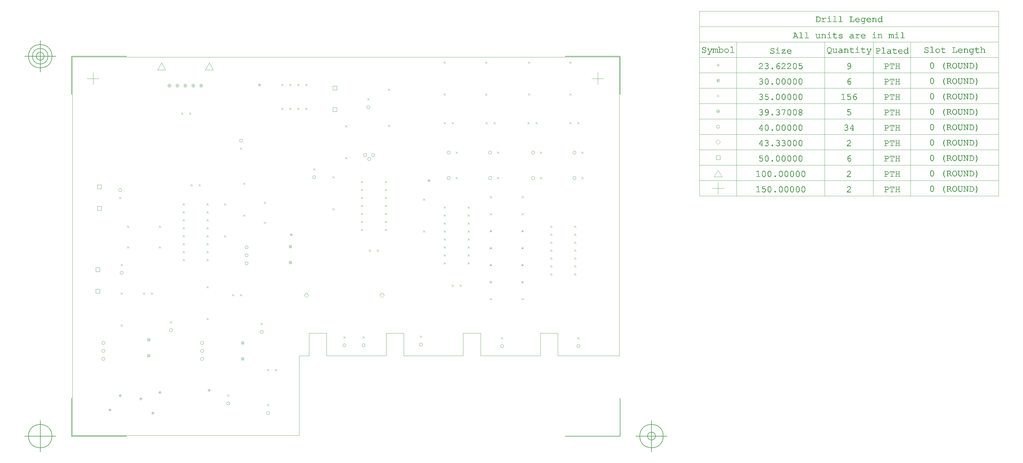
<source format=gbr>
G04 Generated by Ultiboard 14.0 *
%FSLAX25Y25*%
%MOIN*%

%ADD10C,0.00001*%
%ADD11C,0.00394*%
%ADD12C,0.00039*%
%ADD13C,0.00004*%
%ADD14C,0.00005*%
%ADD15C,0.00500*%


G04 ColorRGB 000000 for the following layer *
%LNDrill Symbols-Copper Top-Copper Bottom*%
%LPD*%
G54D11*
X18500Y448000D02*
X33500Y448000D01*
X26000Y440500D02*
X26000Y455500D01*
X652800Y447900D02*
X667800Y447900D01*
X660300Y440400D02*
X660300Y455400D01*
X37000Y106000D02*
G75*
D01*
G02X37000Y106000I2000J0*
G01*
X37000Y116000D02*
G75*
D01*
G02X37000Y116000I2000J0*
G01*
X37000Y96000D02*
G75*
D01*
G02X37000Y96000I2000J0*
G01*
X29300Y205500D02*
X34300Y205500D01*
X34300Y210500D01*
X29300Y210500D01*
X29300Y205500D01*
X29300Y178400D02*
X34300Y178400D01*
X34300Y183400D01*
X29300Y183400D01*
X29300Y178400D01*
X60000Y204000D02*
G75*
D01*
G02X60000Y204000I2000J0*
G01*
X217000Y236000D02*
G75*
D01*
G02X217000Y236000I2000J0*
G01*
X217000Y226000D02*
G75*
D01*
G02X217000Y226000I2000J0*
G01*
X217000Y216000D02*
G75*
D01*
G02X217000Y216000I2000J0*
G01*
X58000Y308000D02*
G75*
D01*
G02X58000Y308000I2000J0*
G01*
X31300Y309500D02*
X36300Y309500D01*
X36300Y314500D01*
X31300Y314500D01*
X31300Y309500D01*
X31300Y282400D02*
X36300Y282400D01*
X36300Y287400D01*
X31300Y287400D01*
X31300Y282400D01*
X371000Y347000D02*
G75*
D01*
G02X371000Y347000I2000J0*
G01*
X366000Y352000D02*
G75*
D01*
G02X366000Y352000I2000J0*
G01*
X376000Y352000D02*
G75*
D01*
G02X376000Y352000I2000J0*
G01*
X370000Y412000D02*
G75*
D01*
G02X370000Y412000I2000J0*
G01*
X327300Y433500D02*
X332300Y433500D01*
X332300Y438500D01*
X327300Y438500D01*
X327300Y433500D01*
X327300Y406400D02*
X332300Y406400D01*
X332300Y411400D01*
X327300Y411400D01*
X327300Y406400D01*
X194000Y40000D02*
G75*
D01*
G02X194000Y40000I2000J0*
G01*
X161000Y106000D02*
G75*
D01*
G02X161000Y106000I2000J0*
G01*
X161000Y116000D02*
G75*
D01*
G02X161000Y116000I2000J0*
G01*
X161000Y96000D02*
G75*
D01*
G02X161000Y96000I2000J0*
G01*
X523000Y323000D02*
G75*
D01*
G02X523000Y323000I2000J0*
G01*
X577000Y323000D02*
G75*
D01*
G02X577000Y323000I2000J0*
G01*
X629000Y323000D02*
G75*
D01*
G02X629000Y323000I2000J0*
G01*
X629000Y355000D02*
G75*
D01*
G02X629000Y355000I2000J0*
G01*
X471000Y355000D02*
G75*
D01*
G02X471000Y355000I2000J0*
G01*
X436000Y114000D02*
G75*
D01*
G02X436000Y114000I2000J0*
G01*
X538000Y112000D02*
G75*
D01*
G02X538000Y112000I2000J0*
G01*
X634000Y112000D02*
G75*
D01*
G02X634000Y112000I2000J0*
G01*
X523000Y355000D02*
G75*
D01*
G02X523000Y355000I2000J0*
G01*
X577000Y355000D02*
G75*
D01*
G02X577000Y355000I2000J0*
G01*
X302000Y324000D02*
G75*
D01*
G02X302000Y324000I2000J0*
G01*
X471000Y323000D02*
G75*
D01*
G02X471000Y323000I2000J0*
G01*
X122000Y132000D02*
G75*
D01*
G02X122000Y132000I2000J0*
G01*
X236000Y130000D02*
G75*
D01*
G02X236000Y130000I2000J0*
G01*
X244000Y28000D02*
G75*
D01*
G02X244000Y28000I2000J0*
G01*
X389000Y172936D02*
X392064Y176000D01*
X389000Y179064D01*
X385936Y176000D01*
X389000Y172936D01*
X294000Y172936D02*
X297064Y176000D01*
X294000Y179064D01*
X290936Y176000D01*
X294000Y172936D01*
X210000Y370000D02*
G75*
D01*
G02X210000Y370000I2000J0*
G01*
X340000Y113000D02*
G75*
D01*
G02X340000Y113000I2000J0*
G01*
X167000Y459000D02*
X177000Y459000D01*
X172000Y467536D01*
X167000Y459000D01*
X107000Y459000D02*
X117000Y459000D01*
X112000Y467536D01*
X107000Y459000D01*
X121234Y438438D02*
X121234Y439281D01*
X121672Y439844D01*
X122109Y439844D01*
X122547Y439281D01*
X122547Y438438D01*
X121234Y438859D02*
X122547Y438859D01*
X120032Y439000D02*
G75*
D01*
G02X120032Y439000I1968J0*
G01*
X131234Y438438D02*
X131234Y439281D01*
X131672Y439844D01*
X132109Y439844D01*
X132547Y439281D01*
X132547Y438438D01*
X131234Y438859D02*
X132547Y438859D01*
X130032Y439000D02*
G75*
D01*
G02X130032Y439000I1968J0*
G01*
X141234Y438438D02*
X141234Y439281D01*
X141672Y439844D01*
X142109Y439844D01*
X142547Y439281D01*
X142547Y438438D01*
X141234Y438859D02*
X142547Y438859D01*
X140032Y439000D02*
G75*
D01*
G02X140032Y439000I1968J0*
G01*
X151234Y438438D02*
X151234Y439281D01*
X151672Y439844D01*
X152109Y439844D01*
X152547Y439281D01*
X152547Y438438D01*
X151234Y438859D02*
X152547Y438859D01*
X150032Y439000D02*
G75*
D01*
G02X150032Y439000I1968J0*
G01*
X161234Y438438D02*
X161234Y439281D01*
X161672Y439844D01*
X162109Y439844D01*
X162547Y439281D01*
X162547Y438438D01*
X161234Y438859D02*
X162547Y438859D01*
X160032Y439000D02*
G75*
D01*
G02X160032Y439000I1968J0*
G01*
X364000Y113000D02*
G75*
D01*
G02X364000Y113000I2000J0*
G01*
X803949Y310177D02*
X818949Y310177D01*
X811449Y302677D02*
X811449Y317677D01*
X806449Y324508D02*
X816449Y324508D01*
X811449Y333043D01*
X806449Y324508D01*
X808949Y346339D02*
X813949Y346339D01*
X813949Y351339D01*
X808949Y351339D01*
X808949Y346339D01*
X811449Y365105D02*
X814513Y368169D01*
X811449Y371233D01*
X808385Y368169D01*
X811449Y365105D01*
X809449Y387500D02*
G75*
D01*
G02X809449Y387500I2000J0*
G01*
X810684Y406268D02*
X810684Y407112D01*
X811121Y407674D01*
X811558Y407674D01*
X811996Y407112D01*
X811996Y406268D01*
X810684Y406690D02*
X811996Y406690D01*
X809481Y406831D02*
G75*
D01*
G02X809481Y406831I1968J0*
G01*
G54D12*
X88763Y179237D02*
X91237Y176763D01*
X88763Y176763D02*
X91237Y179237D01*
X98763Y176763D02*
X101237Y179237D01*
X98763Y179237D02*
X101237Y176763D01*
X60763Y179237D02*
X63237Y176763D01*
X60763Y176763D02*
X63237Y179237D01*
X60763Y139237D02*
X63237Y136763D01*
X60763Y136763D02*
X63237Y139237D01*
X60763Y212763D02*
X63237Y215237D01*
X60763Y215237D02*
X63237Y212763D01*
X108763Y234763D02*
X111237Y237237D01*
X108763Y237237D02*
X111237Y234763D01*
X68763Y234763D02*
X71237Y237237D01*
X68763Y237237D02*
X71237Y234763D01*
X108763Y263237D02*
X111237Y260763D01*
X108763Y260763D02*
X111237Y263237D01*
X68763Y260763D02*
X71237Y263237D01*
X68763Y263237D02*
X71237Y260763D01*
X138763Y218763D02*
X141237Y221237D01*
X138763Y221237D02*
X141237Y218763D01*
X168763Y221237D02*
X171237Y218763D01*
X168763Y218763D02*
X171237Y221237D01*
X138763Y228763D02*
X141237Y231237D01*
X138763Y231237D02*
X141237Y228763D01*
X168763Y231237D02*
X171237Y228763D01*
X168763Y228763D02*
X171237Y231237D01*
X138763Y241237D02*
X141237Y238763D01*
X138763Y238763D02*
X141237Y241237D01*
X168763Y238763D02*
X171237Y241237D01*
X168763Y241237D02*
X171237Y238763D01*
X138763Y248763D02*
X141237Y251237D01*
X138763Y251237D02*
X141237Y248763D01*
X168763Y251237D02*
X171237Y248763D01*
X168763Y248763D02*
X171237Y251237D01*
X138763Y258763D02*
X141237Y261237D01*
X138763Y261237D02*
X141237Y258763D01*
X168763Y258763D02*
X171237Y261237D01*
X168763Y261237D02*
X171237Y258763D01*
X138763Y268763D02*
X141237Y271237D01*
X138763Y271237D02*
X141237Y268763D01*
X168763Y268763D02*
X171237Y271237D01*
X168763Y271237D02*
X171237Y268763D01*
X138763Y278763D02*
X141237Y281237D01*
X138763Y281237D02*
X141237Y278763D01*
X168763Y278763D02*
X171237Y281237D01*
X168763Y281237D02*
X171237Y278763D01*
X138763Y291237D02*
X141237Y288763D01*
X138763Y288763D02*
X141237Y291237D01*
X168763Y288763D02*
X171237Y291237D01*
X168763Y291237D02*
X171237Y288763D01*
X158763Y312763D02*
X161237Y315237D01*
X158763Y315237D02*
X161237Y312763D01*
X148763Y315237D02*
X151237Y312763D01*
X148763Y312763D02*
X151237Y315237D01*
X190763Y288763D02*
X193237Y291237D01*
X190763Y291237D02*
X193237Y288763D01*
X190763Y251237D02*
X193237Y248763D01*
X190763Y248763D02*
X193237Y251237D01*
X200763Y174763D02*
X203237Y177237D01*
X200763Y177237D02*
X203237Y174763D01*
X210763Y174763D02*
X213237Y177237D01*
X210763Y177237D02*
X213237Y174763D01*
X168763Y187237D02*
X171237Y184763D01*
X168763Y184763D02*
X171237Y187237D01*
X168763Y147237D02*
X171237Y144763D01*
X168763Y144763D02*
X171237Y147237D01*
X214763Y274763D02*
X217237Y277237D01*
X214763Y277237D02*
X217237Y274763D01*
X214763Y314763D02*
X217237Y317237D01*
X214763Y317237D02*
X217237Y314763D01*
X240763Y268237D02*
X243237Y265763D01*
X240763Y265763D02*
X243237Y268237D01*
X240763Y290763D02*
X243237Y293237D01*
X240763Y293237D02*
X243237Y290763D01*
X58763Y299237D02*
X61237Y296763D01*
X58763Y296763D02*
X61237Y299237D01*
X624763Y426763D02*
X627237Y429237D01*
X624763Y429237D02*
X627237Y426763D01*
X624763Y466763D02*
X627237Y469237D01*
X624763Y469237D02*
X627237Y466763D01*
X466763Y429237D02*
X469237Y426763D01*
X466763Y426763D02*
X469237Y429237D01*
X466763Y469237D02*
X469237Y466763D01*
X466763Y466763D02*
X469237Y469237D01*
X342763Y349237D02*
X345237Y346763D01*
X342763Y346763D02*
X345237Y349237D01*
X342763Y386763D02*
X345237Y389237D01*
X342763Y389237D02*
X345237Y386763D01*
X370763Y423237D02*
X373237Y420763D01*
X370763Y420763D02*
X373237Y423237D01*
X440763Y297237D02*
X443237Y294763D01*
X440763Y294763D02*
X443237Y297237D01*
X440763Y257237D02*
X443237Y254763D01*
X440763Y254763D02*
X443237Y257237D01*
X466763Y217237D02*
X469237Y214763D01*
X466763Y214763D02*
X469237Y217237D01*
X496763Y214763D02*
X499237Y217237D01*
X496763Y217237D02*
X499237Y214763D01*
X466763Y224763D02*
X469237Y227237D01*
X466763Y227237D02*
X469237Y224763D01*
X496763Y227237D02*
X499237Y224763D01*
X496763Y224763D02*
X499237Y227237D01*
X466763Y234763D02*
X469237Y237237D01*
X466763Y237237D02*
X469237Y234763D01*
X496763Y237237D02*
X499237Y234763D01*
X496763Y234763D02*
X499237Y237237D01*
X466763Y244763D02*
X469237Y247237D01*
X466763Y247237D02*
X469237Y244763D01*
X496763Y244763D02*
X499237Y247237D01*
X496763Y247237D02*
X499237Y244763D01*
X466763Y257237D02*
X469237Y254763D01*
X466763Y254763D02*
X469237Y257237D01*
X496763Y254763D02*
X499237Y257237D01*
X496763Y257237D02*
X499237Y254763D01*
X466763Y264763D02*
X469237Y267237D01*
X466763Y267237D02*
X469237Y264763D01*
X496763Y267237D02*
X499237Y264763D01*
X496763Y264763D02*
X499237Y267237D01*
X466763Y274763D02*
X469237Y277237D01*
X466763Y277237D02*
X469237Y274763D01*
X496763Y277237D02*
X499237Y274763D01*
X496763Y274763D02*
X499237Y277237D01*
X466763Y284763D02*
X469237Y287237D01*
X466763Y287237D02*
X469237Y284763D01*
X496763Y284763D02*
X499237Y287237D01*
X496763Y287237D02*
X499237Y284763D01*
X486763Y189237D02*
X489237Y186763D01*
X486763Y186763D02*
X489237Y189237D01*
X476763Y189237D02*
X479237Y186763D01*
X476763Y186763D02*
X479237Y189237D01*
X194763Y48763D02*
X197237Y51237D01*
X194763Y51237D02*
X197237Y48763D01*
X533763Y324237D02*
X536237Y321763D01*
X533763Y321763D02*
X536237Y324237D01*
X564763Y297742D02*
X567237Y300217D01*
X564763Y300217D02*
X567237Y297742D01*
X524763Y297742D02*
X527237Y300217D01*
X524763Y300217D02*
X527237Y297742D01*
X564477Y257560D02*
X566952Y255085D01*
X564477Y255085D02*
X566952Y257560D01*
X524477Y255085D02*
X526952Y257560D01*
X524477Y257560D02*
X526952Y255085D01*
X564477Y236232D02*
X566952Y233757D01*
X564477Y233757D02*
X566952Y236232D01*
X524477Y233757D02*
X526952Y236232D01*
X524477Y236232D02*
X526952Y233757D01*
X564477Y212428D02*
X566952Y214903D01*
X564477Y214903D02*
X566952Y212428D01*
X524477Y214903D02*
X526952Y212428D01*
X524477Y212428D02*
X526952Y214903D01*
X564763Y169771D02*
X567237Y172246D01*
X564763Y172246D02*
X567237Y169771D01*
X524763Y172246D02*
X527237Y169771D01*
X524763Y169771D02*
X527237Y172246D01*
X587763Y321763D02*
X590237Y324237D01*
X587763Y324237D02*
X590237Y321763D01*
X639763Y321763D02*
X642237Y324237D01*
X639763Y324237D02*
X642237Y321763D01*
X262763Y408763D02*
X265237Y411237D01*
X262763Y411237D02*
X265237Y408763D01*
X272763Y408763D02*
X275237Y411237D01*
X272763Y411237D02*
X275237Y408763D01*
X282763Y408763D02*
X285237Y411237D01*
X282763Y411237D02*
X285237Y408763D01*
X292763Y411237D02*
X295237Y408763D01*
X292763Y408763D02*
X295237Y411237D01*
X262763Y441237D02*
X265237Y438763D01*
X262763Y438763D02*
X265237Y441237D01*
X272763Y438763D02*
X275237Y441237D01*
X272763Y441237D02*
X275237Y438763D01*
X282763Y438763D02*
X285237Y441237D01*
X282763Y441237D02*
X285237Y438763D01*
X292763Y438763D02*
X295237Y441237D01*
X292763Y441237D02*
X295237Y438763D01*
X639763Y353763D02*
X642237Y356237D01*
X639763Y356237D02*
X642237Y353763D01*
X481763Y356237D02*
X484237Y353763D01*
X481763Y353763D02*
X484237Y356237D01*
X436763Y122763D02*
X439237Y125237D01*
X436763Y125237D02*
X439237Y122763D01*
X538763Y123237D02*
X541237Y120763D01*
X538763Y120763D02*
X541237Y123237D01*
X634763Y123237D02*
X637237Y120763D01*
X634763Y120763D02*
X637237Y123237D01*
X600763Y200763D02*
X603237Y203237D01*
X600763Y203237D02*
X603237Y200763D01*
X630763Y200763D02*
X633237Y203237D01*
X630763Y203237D02*
X633237Y200763D01*
X600763Y210763D02*
X603237Y213237D01*
X600763Y213237D02*
X603237Y210763D01*
X630763Y213237D02*
X633237Y210763D01*
X630763Y210763D02*
X633237Y213237D01*
X600763Y220763D02*
X603237Y223237D01*
X600763Y223237D02*
X603237Y220763D01*
X630763Y220763D02*
X633237Y223237D01*
X630763Y223237D02*
X633237Y220763D01*
X600763Y230763D02*
X603237Y233237D01*
X600763Y233237D02*
X603237Y230763D01*
X630763Y233237D02*
X633237Y230763D01*
X630763Y230763D02*
X633237Y233237D01*
X600763Y240763D02*
X603237Y243237D01*
X600763Y243237D02*
X603237Y240763D01*
X630763Y240763D02*
X633237Y243237D01*
X630763Y243237D02*
X633237Y240763D01*
X600763Y253237D02*
X603237Y250763D01*
X600763Y250763D02*
X603237Y253237D01*
X630763Y250763D02*
X633237Y253237D01*
X630763Y253237D02*
X633237Y250763D01*
X600763Y260763D02*
X603237Y263237D01*
X600763Y263237D02*
X603237Y260763D01*
X630763Y263237D02*
X633237Y260763D01*
X630763Y260763D02*
X633237Y263237D01*
X244763Y83237D02*
X247237Y80763D01*
X244763Y80763D02*
X247237Y83237D01*
X254763Y80763D02*
X257237Y83237D01*
X254763Y83237D02*
X257237Y80763D01*
X533763Y356237D02*
X536237Y353763D01*
X533763Y353763D02*
X536237Y356237D01*
X519429Y393237D02*
X521904Y390763D01*
X519429Y390763D02*
X521904Y393237D01*
X529429Y393237D02*
X531904Y390763D01*
X529429Y390763D02*
X531904Y393237D01*
X466763Y390763D02*
X469237Y393237D01*
X466763Y393237D02*
X469237Y390763D01*
X476763Y390763D02*
X479237Y393237D01*
X476763Y393237D02*
X479237Y390763D01*
X572096Y390763D02*
X574571Y393237D01*
X572096Y393237D02*
X574571Y390763D01*
X582096Y393237D02*
X584571Y390763D01*
X582096Y390763D02*
X584571Y393237D01*
X624763Y390763D02*
X627237Y393237D01*
X624763Y393237D02*
X627237Y390763D01*
X634763Y390763D02*
X637237Y393237D01*
X634763Y393237D02*
X637237Y390763D01*
X587763Y353763D02*
X590237Y356237D01*
X587763Y356237D02*
X590237Y353763D01*
X302763Y335237D02*
X305237Y332763D01*
X302763Y332763D02*
X305237Y335237D01*
X481763Y321763D02*
X484237Y324237D01*
X481763Y324237D02*
X484237Y321763D01*
X122763Y140763D02*
X125237Y143237D01*
X122763Y143237D02*
X125237Y140763D01*
X236763Y138763D02*
X239237Y141237D01*
X236763Y141237D02*
X239237Y138763D01*
X244763Y36763D02*
X247237Y39237D01*
X244763Y39237D02*
X247237Y36763D01*
X326763Y322763D02*
X329237Y325237D01*
X326763Y325237D02*
X329237Y322763D01*
X326763Y282763D02*
X329237Y285237D01*
X326763Y285237D02*
X329237Y282763D01*
X382763Y233237D02*
X385237Y230763D01*
X382763Y230763D02*
X385237Y233237D01*
X372763Y230763D02*
X375237Y233237D01*
X372763Y233237D02*
X375237Y230763D01*
X362763Y256763D02*
X365237Y259237D01*
X362763Y259237D02*
X365237Y256763D01*
X392763Y256763D02*
X395237Y259237D01*
X392763Y259237D02*
X395237Y256763D01*
X362763Y269237D02*
X365237Y266763D01*
X362763Y266763D02*
X365237Y269237D01*
X392763Y269237D02*
X395237Y266763D01*
X392763Y266763D02*
X395237Y269237D01*
X362763Y276763D02*
X365237Y279237D01*
X362763Y279237D02*
X365237Y276763D01*
X392763Y276763D02*
X395237Y279237D01*
X392763Y279237D02*
X395237Y276763D01*
X362763Y286763D02*
X365237Y289237D01*
X362763Y289237D02*
X365237Y286763D01*
X392763Y286763D02*
X395237Y289237D01*
X392763Y289237D02*
X395237Y286763D01*
X362763Y296763D02*
X365237Y299237D01*
X362763Y299237D02*
X365237Y296763D01*
X392763Y296763D02*
X395237Y299237D01*
X392763Y299237D02*
X395237Y296763D01*
X362763Y309237D02*
X365237Y306763D01*
X362763Y306763D02*
X365237Y309237D01*
X392763Y306763D02*
X395237Y309237D01*
X392763Y309237D02*
X395237Y306763D01*
X362763Y316763D02*
X365237Y319237D01*
X362763Y319237D02*
X365237Y316763D01*
X392763Y316763D02*
X395237Y319237D01*
X392763Y319237D02*
X395237Y316763D01*
X136763Y405237D02*
X139237Y402763D01*
X136763Y402763D02*
X139237Y405237D01*
X146763Y405237D02*
X149237Y402763D01*
X146763Y402763D02*
X149237Y405237D01*
X564763Y278889D02*
X567237Y276414D01*
X564763Y276414D02*
X567237Y278889D01*
X524763Y276414D02*
X527237Y278889D01*
X524763Y278889D02*
X527237Y276414D01*
X518763Y429237D02*
X521237Y426763D01*
X518763Y426763D02*
X521237Y429237D01*
X518763Y466763D02*
X521237Y469237D01*
X518763Y469237D02*
X521237Y466763D01*
X572763Y426763D02*
X575237Y429237D01*
X572763Y429237D02*
X575237Y426763D01*
X572763Y469237D02*
X575237Y466763D01*
X572763Y466763D02*
X575237Y469237D01*
X396763Y389962D02*
X399237Y387487D01*
X396763Y387487D02*
X399237Y389962D01*
X396763Y435237D02*
X399237Y432763D01*
X396763Y432763D02*
X399237Y435237D01*
X210763Y361237D02*
X213237Y358763D01*
X210763Y358763D02*
X213237Y361237D01*
X340763Y124237D02*
X343237Y121763D01*
X340763Y121763D02*
X343237Y124237D01*
X364763Y124237D02*
X367237Y121763D01*
X364763Y121763D02*
X367237Y124237D01*
X564477Y191100D02*
X566952Y193575D01*
X564477Y193575D02*
X566952Y191100D01*
X524477Y193575D02*
X526952Y191100D01*
X524477Y191100D02*
X526952Y193575D01*
X95417Y119571D02*
X95417Y120214D01*
X95750Y120643D01*
X96083Y120643D01*
X96417Y120214D01*
X96417Y119571D01*
X95417Y119893D02*
X96417Y119893D01*
X94500Y118500D02*
X97500Y118500D01*
X97500Y121500D01*
X94500Y121500D01*
X94500Y118500D01*
X109541Y53663D02*
X109541Y54169D01*
X109803Y54506D01*
X110066Y54506D01*
X110328Y54169D01*
X110328Y53663D01*
X109541Y53916D02*
X110328Y53916D01*
X110000Y52330D02*
X111670Y54000D01*
X110000Y55670D01*
X108330Y54000D01*
X110000Y52330D01*
X59541Y49663D02*
X59541Y50169D01*
X59803Y50506D01*
X60066Y50506D01*
X60328Y50169D01*
X60328Y49663D01*
X59541Y49916D02*
X60328Y49916D01*
X60000Y48330D02*
X61670Y50000D01*
X60000Y51670D01*
X58330Y50000D01*
X60000Y48330D01*
X213417Y115571D02*
X213417Y116214D01*
X213750Y116643D01*
X214083Y116643D01*
X214417Y116214D01*
X214417Y115571D01*
X213417Y115893D02*
X214417Y115893D01*
X212500Y114500D02*
X215500Y114500D01*
X215500Y117500D01*
X212500Y117500D01*
X212500Y114500D01*
X85541Y45663D02*
X85541Y46169D01*
X85803Y46506D01*
X86066Y46506D01*
X86328Y46169D01*
X86328Y45663D01*
X85541Y45916D02*
X86328Y45916D01*
X86000Y44330D02*
X87670Y46000D01*
X86000Y47670D01*
X84330Y46000D01*
X86000Y44330D01*
X100541Y27663D02*
X100541Y28169D01*
X100803Y28506D01*
X101066Y28506D01*
X101328Y28169D01*
X101328Y27663D01*
X100541Y27916D02*
X101328Y27916D01*
X101000Y26330D02*
X102670Y28000D01*
X101000Y29670D01*
X99330Y28000D01*
X101000Y26330D01*
X213417Y95571D02*
X213417Y96214D01*
X213750Y96643D01*
X214083Y96643D01*
X214417Y96214D01*
X214417Y95571D01*
X213417Y95893D02*
X214417Y95893D01*
X212500Y94500D02*
X215500Y94500D01*
X215500Y97500D01*
X212500Y97500D01*
X212500Y94500D01*
X171441Y56363D02*
X171441Y56869D01*
X171703Y57206D01*
X171966Y57206D01*
X172228Y56869D01*
X172228Y56363D01*
X171441Y56616D02*
X172228Y56616D01*
X171900Y55030D02*
X173570Y56700D01*
X171900Y58370D01*
X170230Y56700D01*
X171900Y55030D01*
X95417Y99571D02*
X95417Y100214D01*
X95750Y100643D01*
X96083Y100643D01*
X96417Y100214D01*
X96417Y99571D01*
X95417Y99893D02*
X96417Y99893D01*
X94500Y98500D02*
X97500Y98500D01*
X97500Y101500D01*
X94500Y101500D01*
X94500Y98500D01*
X273417Y216571D02*
X273417Y217214D01*
X273750Y217643D01*
X274083Y217643D01*
X274417Y217214D01*
X274417Y216571D01*
X273417Y216893D02*
X274417Y216893D01*
X272500Y215500D02*
X275500Y215500D01*
X275500Y218500D01*
X272500Y218500D01*
X272500Y215500D01*
X447541Y319663D02*
X447541Y320169D01*
X447803Y320506D01*
X448066Y320506D01*
X448328Y320169D01*
X448328Y319663D01*
X447541Y319916D02*
X448328Y319916D01*
X448000Y318330D02*
X449670Y320000D01*
X448000Y321670D01*
X446330Y320000D01*
X448000Y318330D01*
X273417Y236571D02*
X273417Y237214D01*
X273750Y237643D01*
X274083Y237643D01*
X274417Y237214D01*
X274417Y236571D01*
X273417Y236893D02*
X274417Y236893D01*
X272500Y235500D02*
X275500Y235500D01*
X275500Y238500D01*
X272500Y238500D01*
X272500Y235500D01*
X234541Y439663D02*
X234541Y440169D01*
X234803Y440506D01*
X235066Y440506D01*
X235328Y440169D01*
X235328Y439663D01*
X234541Y439916D02*
X235328Y439916D01*
X235000Y438330D02*
X236670Y440000D01*
X235000Y441670D01*
X233330Y440000D01*
X235000Y438330D01*
X46541Y31663D02*
X46541Y32169D01*
X46803Y32506D01*
X47066Y32506D01*
X47328Y32169D01*
X47328Y31663D01*
X46541Y31916D02*
X47328Y31916D01*
X47000Y30330D02*
X48670Y32000D01*
X47000Y33670D01*
X45330Y32000D01*
X47000Y30330D01*
X274541Y251663D02*
X274541Y252169D01*
X274803Y252506D01*
X275066Y252506D01*
X275328Y252169D01*
X275328Y251663D01*
X274541Y251916D02*
X275328Y251916D01*
X275000Y250330D02*
X276670Y252000D01*
X275000Y253670D01*
X273330Y252000D01*
X275000Y250330D01*
X810212Y424924D02*
X812687Y427399D01*
X810212Y427399D02*
X812687Y424924D01*
X810866Y445064D02*
X810866Y445706D01*
X811199Y446135D01*
X811532Y446135D01*
X811866Y445706D01*
X811866Y445064D01*
X810866Y445385D02*
X811866Y445385D01*
X809949Y443992D02*
X812949Y443992D01*
X812949Y446992D01*
X809949Y446992D01*
X809949Y443992D01*
X810990Y464485D02*
X810990Y464992D01*
X811252Y465329D01*
X811515Y465329D01*
X811777Y464992D01*
X811777Y464485D01*
X810990Y464738D02*
X811777Y464738D01*
X811449Y463153D02*
X813119Y464823D01*
X811449Y466493D01*
X809779Y464823D01*
X811449Y463153D01*
G54D13*
G36*
X859631Y305613D02*
X859631Y305613D01*
X859631Y305806D01*
X859613Y305708D01*
X859631Y305613D01*
D02*
G37*
X859631Y305806D01*
X859613Y305708D01*
X859631Y305613D01*
G36*
X859631Y305806D02*
X859631Y305806D01*
X859631Y305613D01*
X859688Y305535D01*
X859631Y305806D01*
D02*
G37*
X859631Y305613D01*
X859688Y305535D01*
X859631Y305806D01*
G36*
X859688Y305535D02*
X859688Y305535D01*
X859688Y305884D01*
X859631Y305806D01*
X859688Y305535D01*
D02*
G37*
X859688Y305884D01*
X859631Y305806D01*
X859688Y305535D01*
G36*
X859688Y305884D02*
X859688Y305884D01*
X859688Y305535D01*
X859787Y305483D01*
X859688Y305884D01*
D02*
G37*
X859688Y305535D01*
X859787Y305483D01*
X859688Y305884D01*
G36*
X859787Y305483D02*
X859787Y305483D01*
X859787Y305933D01*
X859688Y305884D01*
X859787Y305483D01*
D02*
G37*
X859787Y305933D01*
X859688Y305884D01*
X859787Y305483D01*
G36*
X859787Y305933D02*
X859787Y305933D01*
X859787Y305483D01*
X859936Y305465D01*
X859787Y305933D01*
D02*
G37*
X859787Y305483D01*
X859936Y305465D01*
X859787Y305933D01*
G36*
X859936Y305465D02*
X859936Y305465D01*
X859936Y305950D01*
X859787Y305933D01*
X859936Y305465D01*
D02*
G37*
X859936Y305950D01*
X859787Y305933D01*
X859936Y305465D01*
G36*
X859936Y305950D02*
X859936Y305950D01*
X859936Y305465D01*
X863742Y305465D01*
X859936Y305950D01*
D02*
G37*
X859936Y305465D01*
X863742Y305465D01*
X859936Y305950D01*
G36*
X863742Y305465D02*
X863742Y305465D01*
X861597Y305950D01*
X859936Y305950D01*
X863742Y305465D01*
D02*
G37*
X861597Y305950D01*
X859936Y305950D01*
X863742Y305465D01*
G36*
X861597Y305950D02*
X861597Y305950D01*
X863742Y305465D01*
X862081Y305950D01*
X861597Y305950D01*
D02*
G37*
X863742Y305465D01*
X862081Y305950D01*
X861597Y305950D01*
G36*
X862081Y305950D02*
X862081Y305950D01*
X861597Y312132D01*
X861597Y305950D01*
X862081Y305950D01*
D02*
G37*
X861597Y312132D01*
X861597Y305950D01*
X862081Y305950D01*
G36*
X861597Y312132D02*
X861597Y312132D01*
X862081Y305950D01*
X862081Y312801D01*
X861597Y312132D01*
D02*
G37*
X862081Y305950D01*
X862081Y312801D01*
X861597Y312132D01*
G36*
X862081Y312801D02*
X862081Y312801D01*
X860016Y311636D01*
X861597Y312132D01*
X862081Y312801D01*
D02*
G37*
X860016Y311636D01*
X861597Y312132D01*
X862081Y312801D01*
G36*
X860016Y311636D02*
X860016Y311636D01*
X862081Y312801D01*
X859917Y311610D01*
X860016Y311636D01*
D02*
G37*
X862081Y312801D01*
X859917Y311610D01*
X860016Y311636D01*
G36*
X859866Y312103D02*
X859866Y312103D01*
X859747Y312053D01*
X859766Y311620D01*
X859866Y312103D01*
D02*
G37*
X859747Y312053D01*
X859766Y311620D01*
X859866Y312103D01*
G36*
X859866Y312103D01*
X859766Y311620D01*
X859849Y311602D01*
X859866Y312103D01*
D02*
G37*
X859766Y311620D01*
X859849Y311602D01*
X859866Y312103D01*
G36*
X859866Y312103D01*
X859849Y311602D01*
X859917Y311610D01*
X859866Y312103D01*
D02*
G37*
X859849Y311602D01*
X859917Y311610D01*
X859866Y312103D01*
G36*
X859866Y312103D01*
X859917Y311610D01*
X862081Y312801D01*
X859866Y312103D01*
D02*
G37*
X859917Y311610D01*
X862081Y312801D01*
X859866Y312103D01*
G36*
X859747Y312053D02*
X859747Y312053D01*
X859691Y311674D01*
X859766Y311620D01*
X859747Y312053D01*
D02*
G37*
X859691Y311674D01*
X859766Y311620D01*
X859747Y312053D01*
G36*
X859691Y311674D02*
X859691Y311674D01*
X859747Y312053D01*
X859676Y312005D01*
X859691Y311674D01*
D02*
G37*
X859747Y312053D01*
X859676Y312005D01*
X859691Y311674D01*
G36*
X859676Y312005D02*
X859676Y312005D01*
X859636Y311752D01*
X859691Y311674D01*
X859676Y312005D01*
D02*
G37*
X859636Y311752D01*
X859691Y311674D01*
X859676Y312005D01*
G36*
X859636Y311752D02*
X859636Y311752D01*
X859676Y312005D01*
X859633Y311927D01*
X859636Y311752D01*
D02*
G37*
X859676Y312005D01*
X859633Y311927D01*
X859636Y311752D01*
G36*
X859633Y311927D02*
X859633Y311927D01*
X859618Y311844D01*
X859636Y311752D01*
X859633Y311927D01*
D02*
G37*
X859618Y311844D01*
X859636Y311752D01*
X859633Y311927D01*
G36*
X863742Y305465D02*
X863742Y305465D01*
X863742Y305950D01*
X862081Y305950D01*
X863742Y305465D01*
D02*
G37*
X863742Y305950D01*
X862081Y305950D01*
X863742Y305465D01*
G36*
X863742Y305950D02*
X863742Y305950D01*
X863742Y305465D01*
X863890Y305483D01*
X863742Y305950D01*
D02*
G37*
X863742Y305465D01*
X863890Y305483D01*
X863742Y305950D01*
G36*
X863890Y305483D02*
X863890Y305483D01*
X863890Y305933D01*
X863742Y305950D01*
X863890Y305483D01*
D02*
G37*
X863890Y305933D01*
X863742Y305950D01*
X863890Y305483D01*
G36*
X863890Y305933D02*
X863890Y305933D01*
X863890Y305483D01*
X863990Y305535D01*
X863890Y305933D01*
D02*
G37*
X863890Y305483D01*
X863990Y305535D01*
X863890Y305933D01*
G36*
X863990Y305535D02*
X863990Y305535D01*
X863990Y305884D01*
X863890Y305933D01*
X863990Y305535D01*
D02*
G37*
X863990Y305884D01*
X863890Y305933D01*
X863990Y305535D01*
G36*
X863990Y305884D02*
X863990Y305884D01*
X863990Y305535D01*
X864046Y305613D01*
X863990Y305884D01*
D02*
G37*
X863990Y305535D01*
X864046Y305613D01*
X863990Y305884D01*
G36*
X864046Y305613D02*
X864046Y305613D01*
X864046Y305806D01*
X863990Y305884D01*
X864046Y305613D01*
D02*
G37*
X864046Y305806D01*
X863990Y305884D01*
X864046Y305613D01*
G36*
X864046Y305806D02*
X864046Y305806D01*
X864046Y305613D01*
X864065Y305708D01*
X864046Y305806D01*
D02*
G37*
X864046Y305613D01*
X864065Y305708D01*
X864046Y305806D01*
G36*
X870489Y312213D02*
X870489Y312213D01*
X870489Y312703D01*
X867594Y312213D01*
X870489Y312213D01*
D02*
G37*
X870489Y312703D01*
X867594Y312213D01*
X870489Y312213D01*
G36*
X870489Y312703D02*
X870489Y312703D01*
X870489Y312213D01*
X870638Y312230D01*
X870489Y312703D01*
D02*
G37*
X870489Y312213D01*
X870638Y312230D01*
X870489Y312703D01*
G36*
X870638Y312230D02*
X870638Y312230D01*
X870638Y312686D01*
X870489Y312703D01*
X870638Y312230D01*
D02*
G37*
X870638Y312686D01*
X870489Y312703D01*
X870638Y312230D01*
G36*
X870638Y312686D02*
X870638Y312686D01*
X870638Y312230D01*
X870737Y312282D01*
X870638Y312686D01*
D02*
G37*
X870638Y312230D01*
X870737Y312282D01*
X870638Y312686D01*
G36*
X870737Y312282D02*
X870737Y312282D01*
X870737Y312634D01*
X870638Y312686D01*
X870737Y312282D01*
D02*
G37*
X870737Y312634D01*
X870638Y312686D01*
X870737Y312282D01*
G36*
X870737Y312634D02*
X870737Y312634D01*
X870737Y312282D01*
X870794Y312360D01*
X870737Y312634D01*
D02*
G37*
X870737Y312282D01*
X870794Y312360D01*
X870737Y312634D01*
G36*
X870794Y312360D02*
X870794Y312360D01*
X870794Y312555D01*
X870737Y312634D01*
X870794Y312360D01*
D02*
G37*
X870794Y312555D01*
X870737Y312634D01*
X870794Y312360D01*
G36*
X870794Y312555D02*
X870794Y312555D01*
X870794Y312360D01*
X870812Y312455D01*
X870794Y312555D01*
D02*
G37*
X870794Y312360D01*
X870812Y312455D01*
X870794Y312555D01*
G36*
X868795Y310178D02*
X868795Y310178D01*
X869111Y309716D01*
X869157Y310200D01*
X868795Y310178D01*
D02*
G37*
X869111Y309716D01*
X869157Y310200D01*
X868795Y310178D01*
G36*
X869111Y309716D02*
X869111Y309716D01*
X868795Y310178D01*
X868413Y310111D01*
X869111Y309716D01*
D02*
G37*
X868795Y310178D01*
X868413Y310111D01*
X869111Y309716D01*
G36*
X868413Y310111D02*
X868413Y310111D01*
X868356Y309616D01*
X869111Y309716D01*
X868413Y310111D01*
D02*
G37*
X868356Y309616D01*
X869111Y309716D01*
X868413Y310111D01*
G36*
X868356Y309616D02*
X868356Y309616D01*
X868413Y310111D01*
X868012Y309999D01*
X868356Y309616D01*
D02*
G37*
X868413Y310111D01*
X868012Y309999D01*
X868356Y309616D01*
G36*
X868012Y309999D02*
X868012Y309999D01*
X867600Y309318D01*
X868356Y309616D01*
X868012Y309999D01*
D02*
G37*
X867600Y309318D01*
X868356Y309616D01*
X868012Y309999D01*
G36*
X867600Y309318D02*
X867600Y309318D01*
X868012Y309999D01*
X867594Y309843D01*
X867600Y309318D01*
D02*
G37*
X868012Y309999D01*
X867594Y309843D01*
X867600Y309318D01*
G36*
X867594Y309843D02*
X867594Y309843D01*
X867443Y309249D01*
X867600Y309318D01*
X867594Y309843D01*
D02*
G37*
X867443Y309249D01*
X867600Y309318D01*
X867594Y309843D01*
G36*
X867443Y309249D02*
X867443Y309249D01*
X867594Y309843D01*
X867594Y312213D01*
X867443Y309249D01*
D02*
G37*
X867594Y309843D01*
X867594Y312213D01*
X867443Y309249D01*
G36*
X867594Y312213D02*
X867594Y312213D01*
X867341Y309226D01*
X867443Y309249D01*
X867594Y312213D01*
D02*
G37*
X867341Y309226D01*
X867443Y309249D01*
X867594Y312213D01*
G36*
X867341Y309226D02*
X867341Y309226D01*
X867594Y312213D01*
X867247Y309243D01*
X867341Y309226D01*
D02*
G37*
X867594Y312213D01*
X867247Y309243D01*
X867341Y309226D01*
G36*
X867594Y312213D02*
X867594Y312213D01*
X870489Y312703D01*
X867110Y312703D01*
X867594Y312213D01*
D02*
G37*
X870489Y312703D01*
X867110Y312703D01*
X867594Y312213D01*
G36*
X867594Y312213D01*
X867110Y312703D01*
X867126Y309378D01*
X867594Y312213D01*
D02*
G37*
X867110Y312703D01*
X867126Y309378D01*
X867594Y312213D01*
G36*
X867594Y312213D01*
X867126Y309378D01*
X867173Y309295D01*
X867594Y312213D01*
D02*
G37*
X867126Y309378D01*
X867173Y309295D01*
X867594Y312213D01*
G36*
X867594Y312213D01*
X867173Y309295D01*
X867247Y309243D01*
X867594Y312213D01*
D02*
G37*
X867173Y309295D01*
X867247Y309243D01*
X867594Y312213D01*
G36*
X871258Y308373D02*
X871258Y308373D01*
X871254Y307327D01*
X871297Y307876D01*
X871258Y308373D01*
D02*
G37*
X871254Y307327D01*
X871297Y307876D01*
X871258Y308373D01*
G36*
X871254Y307327D02*
X871254Y307327D01*
X871258Y308373D01*
X870951Y309215D01*
X871254Y307327D01*
D02*
G37*
X871258Y308373D01*
X870951Y309215D01*
X871254Y307327D01*
G36*
X870951Y309215D02*
X870951Y309215D01*
X870908Y306393D01*
X871254Y307327D01*
X870951Y309215D01*
D02*
G37*
X870908Y306393D01*
X871254Y307327D01*
X870951Y309215D01*
G36*
X870908Y306393D02*
X870908Y306393D01*
X870951Y309215D01*
X870807Y307899D01*
X870908Y306393D01*
D02*
G37*
X870951Y309215D01*
X870807Y307899D01*
X870908Y306393D01*
G36*
X870807Y307899D02*
X870807Y307899D01*
X870772Y307442D01*
X870908Y306393D01*
X870807Y307899D01*
D02*
G37*
X870772Y307442D01*
X870908Y306393D01*
X870807Y307899D01*
G36*
X870328Y309217D02*
X870328Y309217D01*
X870357Y309840D01*
X870072Y309435D01*
X870328Y309217D01*
D02*
G37*
X870357Y309840D01*
X870072Y309435D01*
X870328Y309217D01*
G36*
X870357Y309840D02*
X870357Y309840D01*
X870328Y309217D01*
X870537Y308948D01*
X870357Y309840D01*
D02*
G37*
X870328Y309217D01*
X870537Y308948D01*
X870357Y309840D01*
G36*
X870537Y308948D02*
X870537Y308948D01*
X870683Y309560D01*
X870357Y309840D01*
X870537Y308948D01*
D02*
G37*
X870683Y309560D01*
X870357Y309840D01*
X870537Y308948D01*
G36*
X870683Y309560D02*
X870683Y309560D01*
X870537Y308948D01*
X870777Y308289D01*
X870683Y309560D01*
D02*
G37*
X870537Y308948D01*
X870777Y308289D01*
X870683Y309560D01*
G36*
X870777Y308289D02*
X870777Y308289D01*
X870951Y309215D01*
X870683Y309560D01*
X870777Y308289D01*
D02*
G37*
X870951Y309215D01*
X870683Y309560D01*
X870777Y308289D01*
G36*
X870951Y309215D02*
X870951Y309215D01*
X870777Y308289D01*
X870807Y307899D01*
X870951Y309215D01*
D02*
G37*
X870777Y308289D01*
X870807Y307899D01*
X870951Y309215D01*
G36*
X869594Y310160D02*
X869594Y310160D01*
X869157Y310200D01*
X869464Y309685D01*
X869594Y310160D01*
D02*
G37*
X869157Y310200D01*
X869464Y309685D01*
X869594Y310160D01*
G36*
X869594Y310160D01*
X869464Y309685D01*
X870072Y309435D01*
X869594Y310160D01*
D02*
G37*
X869464Y309685D01*
X870072Y309435D01*
X869594Y310160D01*
G36*
X869594Y310160D01*
X870072Y309435D01*
X870357Y309840D01*
X869594Y310160D01*
D02*
G37*
X870072Y309435D01*
X870357Y309840D01*
X869594Y310160D01*
G36*
X870605Y306008D02*
X870605Y306008D01*
X870908Y306393D01*
X870772Y307442D01*
X870605Y306008D01*
D02*
G37*
X870908Y306393D01*
X870772Y307442D01*
X870605Y306008D01*
G36*
X870605Y306008D01*
X870772Y307442D01*
X870495Y306670D01*
X870605Y306008D01*
D02*
G37*
X870772Y307442D01*
X870495Y306670D01*
X870605Y306008D01*
G36*
X870605Y306008D01*
X870495Y306670D01*
X870253Y306356D01*
X870605Y306008D01*
D02*
G37*
X870495Y306670D01*
X870253Y306356D01*
X870605Y306008D01*
G36*
X870605Y306008D01*
X870253Y306356D01*
X870237Y305695D01*
X870605Y306008D01*
D02*
G37*
X870253Y306356D01*
X870237Y305695D01*
X870605Y306008D01*
G36*
X868875Y305293D02*
X868875Y305293D01*
X869257Y305813D01*
X868852Y305777D01*
X868875Y305293D01*
D02*
G37*
X869257Y305813D01*
X868852Y305777D01*
X868875Y305293D01*
G36*
X869257Y305813D02*
X869257Y305813D01*
X868875Y305293D01*
X869372Y305337D01*
X869257Y305813D01*
D02*
G37*
X868875Y305293D01*
X869372Y305337D01*
X869257Y305813D01*
G36*
X869372Y305337D02*
X869372Y305337D01*
X869958Y306103D01*
X869257Y305813D01*
X869372Y305337D01*
D02*
G37*
X869958Y306103D01*
X869257Y305813D01*
X869372Y305337D01*
G36*
X869958Y306103D02*
X869958Y306103D01*
X869372Y305337D01*
X870237Y305695D01*
X869958Y306103D01*
D02*
G37*
X869372Y305337D01*
X870237Y305695D01*
X869958Y306103D01*
G36*
X870237Y305695D02*
X870237Y305695D01*
X870253Y306356D01*
X869958Y306103D01*
X870237Y305695D01*
D02*
G37*
X870253Y306356D01*
X869958Y306103D01*
X870237Y305695D01*
G36*
X868348Y305828D02*
X868348Y305828D01*
X867399Y306234D01*
X867554Y305598D01*
X868348Y305828D01*
D02*
G37*
X867399Y306234D01*
X867554Y305598D01*
X868348Y305828D01*
G36*
X868348Y305828D01*
X867554Y305598D01*
X868201Y305369D01*
X868348Y305828D01*
D02*
G37*
X867554Y305598D01*
X868201Y305369D01*
X868348Y305828D01*
G36*
X868348Y305828D01*
X868201Y305369D01*
X868875Y305293D01*
X868348Y305828D01*
D02*
G37*
X868201Y305369D01*
X868875Y305293D01*
X868348Y305828D01*
G36*
X868348Y305828D01*
X868875Y305293D01*
X868852Y305777D01*
X868348Y305828D01*
D02*
G37*
X868875Y305293D01*
X868852Y305777D01*
X868348Y305828D01*
G36*
X867124Y305837D02*
X867124Y305837D01*
X867554Y305598D01*
X867399Y306234D01*
X867124Y305837D01*
D02*
G37*
X867554Y305598D01*
X867399Y306234D01*
X867124Y305837D01*
G36*
X867124Y305837D01*
X867399Y306234D01*
X866954Y306590D01*
X867124Y305837D01*
D02*
G37*
X867399Y306234D01*
X866954Y306590D01*
X867124Y305837D01*
G36*
X867124Y305837D01*
X866954Y306590D01*
X866848Y306668D01*
X867124Y305837D01*
D02*
G37*
X866954Y306590D01*
X866848Y306668D01*
X867124Y305837D01*
G36*
X867124Y305837D01*
X866848Y306668D01*
X866747Y306694D01*
X867124Y305837D01*
D02*
G37*
X866848Y306668D01*
X866747Y306694D01*
X867124Y305837D01*
G36*
X867124Y305837D01*
X866747Y306694D01*
X866735Y306129D01*
X867124Y305837D01*
D02*
G37*
X866747Y306694D01*
X866735Y306129D01*
X867124Y305837D01*
G36*
X866660Y306676D02*
X866660Y306676D01*
X866735Y306129D01*
X866747Y306694D01*
X866660Y306676D01*
D02*
G37*
X866735Y306129D01*
X866747Y306694D01*
X866660Y306676D01*
G36*
X866735Y306129D02*
X866735Y306129D01*
X866660Y306676D01*
X866585Y306622D01*
X866735Y306129D01*
D02*
G37*
X866660Y306676D01*
X866585Y306622D01*
X866735Y306129D01*
G36*
X866585Y306622D02*
X866585Y306622D01*
X866571Y306303D01*
X866735Y306129D01*
X866585Y306622D01*
D02*
G37*
X866571Y306303D01*
X866735Y306129D01*
X866585Y306622D01*
G36*
X866571Y306303D02*
X866571Y306303D01*
X866585Y306622D01*
X866533Y306542D01*
X866571Y306303D01*
D02*
G37*
X866585Y306622D01*
X866533Y306542D01*
X866571Y306303D01*
G36*
X866533Y306542D02*
X866533Y306542D01*
X866516Y306446D01*
X866571Y306303D01*
X866533Y306542D01*
D02*
G37*
X866516Y306446D01*
X866571Y306303D01*
X866533Y306542D01*
G36*
X869157Y310200D02*
X869157Y310200D01*
X869111Y309716D01*
X869464Y309685D01*
X869157Y310200D01*
D02*
G37*
X869111Y309716D01*
X869464Y309685D01*
X869157Y310200D01*
G36*
X867126Y309378D02*
X867126Y309378D01*
X867110Y312703D01*
X867110Y309491D01*
X867126Y309378D01*
D02*
G37*
X867110Y312703D01*
X867110Y309491D01*
X867126Y309378D01*
G36*
X878209Y310307D02*
X878209Y310307D01*
X878114Y310846D01*
X878194Y307741D01*
X878209Y310307D01*
D02*
G37*
X878114Y310846D01*
X878194Y307741D01*
X878209Y310307D01*
G36*
X878209Y310307D01*
X878194Y307741D01*
X878240Y308482D01*
X878209Y310307D01*
D02*
G37*
X878194Y307741D01*
X878240Y308482D01*
X878209Y310307D01*
G36*
X878209Y310307D01*
X878240Y308482D01*
X878240Y309681D01*
X878209Y310307D01*
D02*
G37*
X878240Y308482D01*
X878240Y309681D01*
X878209Y310307D01*
G36*
X877995Y311211D02*
X877995Y311211D01*
X878194Y307741D01*
X878114Y310846D01*
X877995Y311211D01*
D02*
G37*
X878194Y307741D01*
X878114Y310846D01*
X877995Y311211D01*
G36*
X878194Y307741D02*
X878194Y307741D01*
X877995Y311211D01*
X877825Y311613D01*
X878194Y307741D01*
D02*
G37*
X877995Y311211D01*
X877825Y311613D01*
X878194Y307741D01*
G36*
X877825Y311613D02*
X877825Y311613D01*
X877822Y306504D01*
X878194Y307741D01*
X877825Y311613D01*
D02*
G37*
X877822Y306504D01*
X878194Y307741D01*
X877825Y311613D01*
G36*
X877822Y306504D02*
X877822Y306504D01*
X877825Y311613D01*
X877756Y309618D01*
X877822Y306504D01*
D02*
G37*
X877825Y311613D01*
X877756Y309618D01*
X877822Y306504D01*
G36*
X877756Y309618D02*
X877756Y309618D01*
X877756Y308551D01*
X877822Y306504D01*
X877756Y309618D01*
D02*
G37*
X877756Y308551D01*
X877822Y306504D01*
X877756Y309618D01*
G36*
X877127Y311838D02*
X877127Y311838D01*
X877163Y312502D01*
X876962Y312026D01*
X877127Y311838D01*
D02*
G37*
X877163Y312502D01*
X876962Y312026D01*
X877127Y311838D01*
G36*
X877163Y312502D02*
X877163Y312502D01*
X877127Y311838D01*
X877357Y311426D01*
X877163Y312502D01*
D02*
G37*
X877127Y311838D01*
X877357Y311426D01*
X877163Y312502D01*
G36*
X877357Y311426D02*
X877357Y311426D01*
X877456Y312230D01*
X877163Y312502D01*
X877357Y311426D01*
D02*
G37*
X877456Y312230D01*
X877163Y312502D01*
X877357Y311426D01*
G36*
X877456Y312230D02*
X877456Y312230D01*
X877357Y311426D01*
X877563Y310895D01*
X877456Y312230D01*
D02*
G37*
X877357Y311426D01*
X877563Y310895D01*
X877456Y312230D01*
G36*
X877563Y310895D02*
X877563Y310895D01*
X877635Y311978D01*
X877456Y312230D01*
X877563Y310895D01*
D02*
G37*
X877635Y311978D01*
X877456Y312230D01*
X877563Y310895D01*
G36*
X877635Y311978D02*
X877635Y311978D01*
X877563Y310895D01*
X877708Y310280D01*
X877635Y311978D01*
D02*
G37*
X877563Y310895D01*
X877708Y310280D01*
X877635Y311978D01*
G36*
X877708Y310280D02*
X877708Y310280D01*
X877825Y311613D01*
X877635Y311978D01*
X877708Y310280D01*
D02*
G37*
X877825Y311613D01*
X877635Y311978D01*
X877708Y310280D01*
G36*
X877825Y311613D02*
X877825Y311613D01*
X877708Y310280D01*
X877756Y309618D01*
X877825Y311613D01*
D02*
G37*
X877708Y310280D01*
X877756Y309618D01*
X877825Y311613D01*
G36*
X876404Y312336D02*
X876404Y312336D01*
X876427Y312834D01*
X876014Y312386D01*
X876404Y312336D01*
D02*
G37*
X876427Y312834D01*
X876014Y312386D01*
X876404Y312336D01*
G36*
X876427Y312834D02*
X876427Y312834D01*
X876404Y312336D01*
X876753Y312184D01*
X876427Y312834D01*
D02*
G37*
X876404Y312336D01*
X876753Y312184D01*
X876427Y312834D01*
G36*
X876753Y312184D02*
X876753Y312184D01*
X876816Y312706D01*
X876427Y312834D01*
X876753Y312184D01*
D02*
G37*
X876816Y312706D01*
X876427Y312834D01*
X876753Y312184D01*
G36*
X876816Y312706D02*
X876816Y312706D01*
X876753Y312184D01*
X876962Y312026D01*
X876816Y312706D01*
D02*
G37*
X876753Y312184D01*
X876962Y312026D01*
X876816Y312706D01*
G36*
X876962Y312026D02*
X876962Y312026D01*
X877163Y312502D01*
X876816Y312706D01*
X876962Y312026D01*
D02*
G37*
X877163Y312502D01*
X876816Y312706D01*
X876962Y312026D01*
G36*
X874538Y311123D02*
X874538Y311123D01*
X874538Y312161D01*
X874307Y310154D01*
X874538Y311123D01*
D02*
G37*
X874538Y312161D01*
X874307Y310154D01*
X874538Y311123D01*
G36*
X874538Y312161D02*
X874538Y312161D01*
X874538Y311123D01*
X874740Y311556D01*
X874538Y312161D01*
D02*
G37*
X874538Y311123D01*
X874740Y311556D01*
X874538Y312161D01*
G36*
X874740Y311556D02*
X874740Y311556D01*
X874848Y312474D01*
X874538Y312161D01*
X874740Y311556D01*
D02*
G37*
X874848Y312474D01*
X874538Y312161D01*
X874740Y311556D01*
G36*
X874848Y312474D02*
X874848Y312474D01*
X874740Y311556D01*
X874992Y311919D01*
X874848Y312474D01*
D02*
G37*
X874740Y311556D01*
X874992Y311919D01*
X874848Y312474D01*
G36*
X874992Y311919D02*
X874992Y311919D01*
X875584Y312831D01*
X874848Y312474D01*
X874992Y311919D01*
D02*
G37*
X875584Y312831D01*
X874848Y312474D01*
X874992Y311919D01*
G36*
X875584Y312831D02*
X875584Y312831D01*
X874992Y311919D01*
X875630Y312334D01*
X875584Y312831D01*
D02*
G37*
X874992Y311919D01*
X875630Y312334D01*
X875584Y312831D01*
G36*
X875630Y312334D02*
X875630Y312334D01*
X876009Y312876D01*
X875584Y312831D01*
X875630Y312334D01*
D02*
G37*
X876009Y312876D01*
X875584Y312831D01*
X875630Y312334D01*
G36*
X876009Y312876D02*
X876009Y312876D01*
X875630Y312334D01*
X876014Y312386D01*
X876009Y312876D01*
D02*
G37*
X875630Y312334D01*
X876014Y312386D01*
X876009Y312876D01*
G36*
X876014Y312386D02*
X876014Y312386D01*
X876427Y312834D01*
X876009Y312876D01*
X876014Y312386D01*
D02*
G37*
X876427Y312834D01*
X876009Y312876D01*
X876014Y312386D01*
G36*
X874212Y311664D02*
X874212Y311664D01*
X873840Y310424D01*
X873927Y307322D01*
X874212Y311664D01*
D02*
G37*
X873840Y310424D01*
X873927Y307322D01*
X874212Y311664D01*
G36*
X874212Y311664D01*
X873927Y307322D01*
X874041Y306953D01*
X874212Y311664D01*
D02*
G37*
X873927Y307322D01*
X874041Y306953D01*
X874212Y311664D01*
G36*
X874212Y311664D01*
X874041Y306953D01*
X874212Y306550D01*
X874212Y311664D01*
D02*
G37*
X874041Y306953D01*
X874212Y306550D01*
X874212Y311664D01*
G36*
X874212Y311664D01*
X874212Y306550D01*
X874278Y308551D01*
X874212Y311664D01*
D02*
G37*
X874212Y306550D01*
X874278Y308551D01*
X874212Y311664D01*
G36*
X874212Y311664D01*
X874278Y308551D01*
X874278Y309618D01*
X874212Y311664D01*
D02*
G37*
X874278Y308551D01*
X874278Y309618D01*
X874212Y311664D01*
G36*
X874212Y311664D01*
X874278Y309618D01*
X874307Y310154D01*
X874212Y311664D01*
D02*
G37*
X874278Y309618D01*
X874307Y310154D01*
X874212Y311664D01*
G36*
X874212Y311664D01*
X874307Y310154D01*
X874538Y312161D01*
X874212Y311664D01*
D02*
G37*
X874307Y310154D01*
X874538Y312161D01*
X874212Y311664D01*
G36*
X877727Y308014D02*
X877727Y308014D01*
X877822Y306504D01*
X877756Y308551D01*
X877727Y308014D01*
D02*
G37*
X877822Y306504D01*
X877756Y308551D01*
X877727Y308014D01*
G36*
X877822Y306504D02*
X877822Y306504D01*
X877727Y308014D01*
X877496Y307044D01*
X877822Y306504D01*
D02*
G37*
X877727Y308014D01*
X877496Y307044D01*
X877822Y306504D01*
G36*
X877496Y307044D02*
X877496Y307044D01*
X877496Y306008D01*
X877822Y306504D01*
X877496Y307044D01*
D02*
G37*
X877496Y306008D01*
X877822Y306504D01*
X877496Y307044D01*
G36*
X877496Y306008D02*
X877496Y306008D01*
X877496Y307044D01*
X877295Y306610D01*
X877496Y306008D01*
D02*
G37*
X877496Y307044D01*
X877295Y306610D01*
X877496Y306008D01*
G36*
X877295Y306610D02*
X877295Y306610D01*
X877186Y305695D01*
X877496Y306008D01*
X877295Y306610D01*
D02*
G37*
X877186Y305695D01*
X877496Y306008D01*
X877295Y306610D01*
G36*
X877186Y305695D02*
X877186Y305695D01*
X877295Y306610D01*
X877042Y306246D01*
X877186Y305695D01*
D02*
G37*
X877295Y306610D01*
X877042Y306246D01*
X877186Y305695D01*
G36*
X877042Y306246D02*
X877042Y306246D01*
X876451Y305337D01*
X877186Y305695D01*
X877042Y306246D01*
D02*
G37*
X876451Y305337D01*
X877186Y305695D01*
X877042Y306246D01*
G36*
X876451Y305337D02*
X876451Y305337D01*
X877042Y306246D01*
X876408Y305829D01*
X876451Y305337D01*
D02*
G37*
X877042Y306246D01*
X876408Y305829D01*
X876451Y305337D01*
G36*
X876408Y305829D02*
X876408Y305829D01*
X876026Y305777D01*
X876451Y305337D01*
X876408Y305829D01*
D02*
G37*
X876026Y305777D01*
X876451Y305337D01*
X876408Y305829D01*
G36*
X876026Y305777D02*
X876026Y305777D01*
X876026Y305293D01*
X876451Y305337D01*
X876026Y305777D01*
D02*
G37*
X876026Y305293D01*
X876451Y305337D01*
X876026Y305777D01*
G36*
X876026Y305293D02*
X876026Y305293D01*
X876026Y305777D01*
X875632Y305829D01*
X876026Y305293D01*
D02*
G37*
X876026Y305777D01*
X875632Y305829D01*
X876026Y305293D01*
G36*
X875632Y305829D02*
X875632Y305829D01*
X875611Y305335D01*
X876026Y305293D01*
X875632Y305829D01*
D02*
G37*
X875611Y305335D01*
X876026Y305293D01*
X875632Y305829D01*
G36*
X875611Y305335D02*
X875611Y305335D01*
X875632Y305829D01*
X875282Y305984D01*
X875611Y305335D01*
D02*
G37*
X875632Y305829D01*
X875282Y305984D01*
X875611Y305335D01*
G36*
X875282Y305984D02*
X875282Y305984D01*
X875221Y305463D01*
X875611Y305335D01*
X875282Y305984D01*
D02*
G37*
X875221Y305463D01*
X875611Y305335D01*
X875282Y305984D01*
G36*
X875221Y305463D02*
X875221Y305463D01*
X875282Y305984D01*
X875074Y306142D01*
X875221Y305463D01*
D02*
G37*
X875282Y305984D01*
X875074Y306142D01*
X875221Y305463D01*
G36*
X875074Y306142D02*
X875074Y306142D01*
X874913Y306325D01*
X875221Y305463D01*
X875074Y306142D01*
D02*
G37*
X874913Y306325D01*
X875221Y305463D01*
X875074Y306142D01*
G36*
X874913Y306325D02*
X874913Y306325D01*
X874872Y305667D01*
X875221Y305463D01*
X874913Y306325D01*
D02*
G37*
X874872Y305667D01*
X875221Y305463D01*
X874913Y306325D01*
G36*
X874872Y305667D02*
X874872Y305667D01*
X874913Y306325D01*
X874679Y306737D01*
X874872Y305667D01*
D02*
G37*
X874913Y306325D01*
X874679Y306737D01*
X874872Y305667D01*
G36*
X874679Y306737D02*
X874679Y306737D01*
X874578Y305938D01*
X874872Y305667D01*
X874679Y306737D01*
D02*
G37*
X874578Y305938D01*
X874872Y305667D01*
X874679Y306737D01*
G36*
X874578Y305938D02*
X874578Y305938D01*
X874679Y306737D01*
X874472Y307271D01*
X874578Y305938D01*
D02*
G37*
X874679Y306737D01*
X874472Y307271D01*
X874578Y305938D01*
G36*
X874472Y307271D02*
X874472Y307271D01*
X874403Y306186D01*
X874578Y305938D01*
X874472Y307271D01*
D02*
G37*
X874403Y306186D01*
X874578Y305938D01*
X874472Y307271D01*
G36*
X874403Y306186D02*
X874403Y306186D01*
X874472Y307271D01*
X874327Y307888D01*
X874403Y306186D01*
D02*
G37*
X874472Y307271D01*
X874327Y307888D01*
X874403Y306186D01*
G36*
X874327Y307888D02*
X874327Y307888D01*
X874278Y308551D01*
X874403Y306186D01*
X874327Y307888D01*
D02*
G37*
X874278Y308551D01*
X874403Y306186D01*
X874327Y307888D01*
G36*
X873827Y307860D02*
X873827Y307860D01*
X873927Y307322D01*
X873840Y310424D01*
X873827Y307860D01*
D02*
G37*
X873927Y307322D01*
X873840Y310424D01*
X873827Y307860D01*
G36*
X873827Y307860D01*
X873840Y310424D01*
X873794Y309681D01*
X873827Y307860D01*
D02*
G37*
X873840Y310424D01*
X873794Y309681D01*
X873827Y307860D01*
G36*
X873827Y307860D01*
X873794Y309681D01*
X873794Y308482D01*
X873827Y307860D01*
D02*
G37*
X873794Y309681D01*
X873794Y308482D01*
X873827Y307860D01*
G36*
X874278Y308551D02*
X874278Y308551D01*
X874212Y306550D01*
X874403Y306186D01*
X874278Y308551D01*
D02*
G37*
X874212Y306550D01*
X874403Y306186D01*
X874278Y308551D01*
G36*
X883004Y306855D02*
X883004Y306855D01*
X882708Y306799D01*
X883004Y306855D01*
D02*
G37*
X882708Y306799D01*
X883004Y306855D01*
G36*
X883004Y306855D01*
X882708Y306799D01*
X882453Y306630D01*
X883004Y306855D01*
D02*
G37*
X882708Y306799D01*
X882453Y306630D01*
X883004Y306855D01*
G36*
X883004Y306855D01*
X882453Y306630D01*
X882278Y306378D01*
X883004Y306855D01*
D02*
G37*
X882453Y306630D01*
X882278Y306378D01*
X883004Y306855D01*
G36*
X883004Y306855D01*
X882278Y306378D01*
X882220Y306071D01*
X883004Y306855D01*
D02*
G37*
X882278Y306378D01*
X882220Y306071D01*
X883004Y306855D01*
G36*
X883004Y306855D01*
X882220Y306071D01*
X882277Y305772D01*
X883004Y306855D01*
D02*
G37*
X882220Y306071D01*
X882277Y305772D01*
X883004Y306855D01*
G36*
X883004Y306855D01*
X882277Y305772D01*
X882450Y305520D01*
X883004Y306855D01*
D02*
G37*
X882277Y305772D01*
X882450Y305520D01*
X883004Y306855D01*
G36*
X883004Y306855D01*
X882450Y305520D01*
X882704Y305349D01*
X883004Y306855D01*
D02*
G37*
X882450Y305520D01*
X882704Y305349D01*
X883004Y306855D01*
G36*
X883004Y306855D01*
X882704Y305349D01*
X883004Y305293D01*
X883004Y306855D01*
D02*
G37*
X882704Y305349D01*
X883004Y305293D01*
X883004Y306855D01*
G36*
X883004Y306855D01*
X883004Y305293D01*
X883212Y305293D01*
X883004Y306855D01*
D02*
G37*
X883004Y305293D01*
X883212Y305293D01*
X883004Y306855D01*
G36*
X883004Y306855D01*
X883212Y305293D01*
X883508Y305349D01*
X883004Y306855D01*
D02*
G37*
X883212Y305293D01*
X883508Y305349D01*
X883004Y306855D01*
G36*
X883004Y306855D01*
X883508Y305349D01*
X883762Y305517D01*
X883004Y306855D01*
D02*
G37*
X883508Y305349D01*
X883762Y305517D01*
X883004Y306855D01*
G36*
X883004Y306855D01*
X883762Y305517D01*
X883938Y305770D01*
X883004Y306855D01*
D02*
G37*
X883762Y305517D01*
X883938Y305770D01*
X883004Y306855D01*
G36*
X883004Y306855D01*
X883938Y305770D01*
X883996Y306077D01*
X883004Y306855D01*
D02*
G37*
X883938Y305770D01*
X883996Y306077D01*
X883004Y306855D01*
G36*
X883004Y306855D01*
X883996Y306077D01*
X883938Y306376D01*
X883004Y306855D01*
D02*
G37*
X883996Y306077D01*
X883938Y306376D01*
X883004Y306855D01*
G36*
X883004Y306855D01*
X883938Y306376D01*
X883765Y306628D01*
X883004Y306855D01*
D02*
G37*
X883938Y306376D01*
X883765Y306628D01*
X883004Y306855D01*
G36*
X883004Y306855D01*
X883765Y306628D01*
X883512Y306798D01*
X883004Y306855D01*
D02*
G37*
X883765Y306628D01*
X883512Y306798D01*
X883004Y306855D01*
G36*
X883004Y306855D01*
X883512Y306798D01*
X883212Y306855D01*
X883004Y306855D01*
D02*
G37*
X883512Y306798D01*
X883212Y306855D01*
X883004Y306855D01*
G36*
X892384Y310307D02*
X892384Y310307D01*
X892289Y310846D01*
X892369Y307741D01*
X892384Y310307D01*
D02*
G37*
X892289Y310846D01*
X892369Y307741D01*
X892384Y310307D01*
G36*
X892384Y310307D01*
X892369Y307741D01*
X892416Y308482D01*
X892384Y310307D01*
D02*
G37*
X892369Y307741D01*
X892416Y308482D01*
X892384Y310307D01*
G36*
X892384Y310307D01*
X892416Y308482D01*
X892416Y309681D01*
X892384Y310307D01*
D02*
G37*
X892416Y308482D01*
X892416Y309681D01*
X892384Y310307D01*
G36*
X892171Y311211D02*
X892171Y311211D01*
X892369Y307741D01*
X892289Y310846D01*
X892171Y311211D01*
D02*
G37*
X892369Y307741D01*
X892289Y310846D01*
X892171Y311211D01*
G36*
X892369Y307741D02*
X892369Y307741D01*
X892171Y311211D01*
X892001Y311613D01*
X892369Y307741D01*
D02*
G37*
X892171Y311211D01*
X892001Y311613D01*
X892369Y307741D01*
G36*
X892001Y311613D02*
X892001Y311613D01*
X891997Y306504D01*
X892369Y307741D01*
X892001Y311613D01*
D02*
G37*
X891997Y306504D01*
X892369Y307741D01*
X892001Y311613D01*
G36*
X891997Y306504D02*
X891997Y306504D01*
X892001Y311613D01*
X891932Y309618D01*
X891997Y306504D01*
D02*
G37*
X892001Y311613D01*
X891932Y309618D01*
X891997Y306504D01*
G36*
X891932Y309618D02*
X891932Y309618D01*
X891932Y308551D01*
X891997Y306504D01*
X891932Y309618D01*
D02*
G37*
X891932Y308551D01*
X891997Y306504D01*
X891932Y309618D01*
G36*
X891303Y311838D02*
X891303Y311838D01*
X891339Y312502D01*
X891137Y312026D01*
X891303Y311838D01*
D02*
G37*
X891339Y312502D01*
X891137Y312026D01*
X891303Y311838D01*
G36*
X891339Y312502D02*
X891339Y312502D01*
X891303Y311838D01*
X891533Y311426D01*
X891339Y312502D01*
D02*
G37*
X891303Y311838D01*
X891533Y311426D01*
X891339Y312502D01*
G36*
X891533Y311426D02*
X891533Y311426D01*
X891632Y312230D01*
X891339Y312502D01*
X891533Y311426D01*
D02*
G37*
X891632Y312230D01*
X891339Y312502D01*
X891533Y311426D01*
G36*
X891632Y312230D02*
X891632Y312230D01*
X891533Y311426D01*
X891738Y310895D01*
X891632Y312230D01*
D02*
G37*
X891533Y311426D01*
X891738Y310895D01*
X891632Y312230D01*
G36*
X891738Y310895D02*
X891738Y310895D01*
X891810Y311978D01*
X891632Y312230D01*
X891738Y310895D01*
D02*
G37*
X891810Y311978D01*
X891632Y312230D01*
X891738Y310895D01*
G36*
X891810Y311978D02*
X891810Y311978D01*
X891738Y310895D01*
X891883Y310280D01*
X891810Y311978D01*
D02*
G37*
X891738Y310895D01*
X891883Y310280D01*
X891810Y311978D01*
G36*
X891883Y310280D02*
X891883Y310280D01*
X892001Y311613D01*
X891810Y311978D01*
X891883Y310280D01*
D02*
G37*
X892001Y311613D01*
X891810Y311978D01*
X891883Y310280D01*
G36*
X892001Y311613D02*
X892001Y311613D01*
X891883Y310280D01*
X891932Y309618D01*
X892001Y311613D01*
D02*
G37*
X891883Y310280D01*
X891932Y309618D01*
X892001Y311613D01*
G36*
X890579Y312336D02*
X890579Y312336D01*
X890602Y312834D01*
X890190Y312386D01*
X890579Y312336D01*
D02*
G37*
X890602Y312834D01*
X890190Y312386D01*
X890579Y312336D01*
G36*
X890602Y312834D02*
X890602Y312834D01*
X890579Y312336D01*
X890928Y312184D01*
X890602Y312834D01*
D02*
G37*
X890579Y312336D01*
X890928Y312184D01*
X890602Y312834D01*
G36*
X890928Y312184D02*
X890928Y312184D01*
X890991Y312706D01*
X890602Y312834D01*
X890928Y312184D01*
D02*
G37*
X890991Y312706D01*
X890602Y312834D01*
X890928Y312184D01*
G36*
X890991Y312706D02*
X890991Y312706D01*
X890928Y312184D01*
X891137Y312026D01*
X890991Y312706D01*
D02*
G37*
X890928Y312184D01*
X891137Y312026D01*
X890991Y312706D01*
G36*
X891137Y312026D02*
X891137Y312026D01*
X891339Y312502D01*
X890991Y312706D01*
X891137Y312026D01*
D02*
G37*
X891339Y312502D01*
X890991Y312706D01*
X891137Y312026D01*
G36*
X888713Y311123D02*
X888713Y311123D01*
X888713Y312161D01*
X888483Y310154D01*
X888713Y311123D01*
D02*
G37*
X888713Y312161D01*
X888483Y310154D01*
X888713Y311123D01*
G36*
X888713Y312161D02*
X888713Y312161D01*
X888713Y311123D01*
X888915Y311556D01*
X888713Y312161D01*
D02*
G37*
X888713Y311123D01*
X888915Y311556D01*
X888713Y312161D01*
G36*
X888915Y311556D02*
X888915Y311556D01*
X889024Y312474D01*
X888713Y312161D01*
X888915Y311556D01*
D02*
G37*
X889024Y312474D01*
X888713Y312161D01*
X888915Y311556D01*
G36*
X889024Y312474D02*
X889024Y312474D01*
X888915Y311556D01*
X889168Y311919D01*
X889024Y312474D01*
D02*
G37*
X888915Y311556D01*
X889168Y311919D01*
X889024Y312474D01*
G36*
X889168Y311919D02*
X889168Y311919D01*
X889759Y312831D01*
X889024Y312474D01*
X889168Y311919D01*
D02*
G37*
X889759Y312831D01*
X889024Y312474D01*
X889168Y311919D01*
G36*
X889759Y312831D02*
X889759Y312831D01*
X889168Y311919D01*
X889805Y312334D01*
X889759Y312831D01*
D02*
G37*
X889168Y311919D01*
X889805Y312334D01*
X889759Y312831D01*
G36*
X889805Y312334D02*
X889805Y312334D01*
X890184Y312876D01*
X889759Y312831D01*
X889805Y312334D01*
D02*
G37*
X890184Y312876D01*
X889759Y312831D01*
X889805Y312334D01*
G36*
X890184Y312876D02*
X890184Y312876D01*
X889805Y312334D01*
X890190Y312386D01*
X890184Y312876D01*
D02*
G37*
X889805Y312334D01*
X890190Y312386D01*
X890184Y312876D01*
G36*
X890190Y312386D02*
X890190Y312386D01*
X890602Y312834D01*
X890184Y312876D01*
X890190Y312386D01*
D02*
G37*
X890602Y312834D01*
X890184Y312876D01*
X890190Y312386D01*
G36*
X888388Y311664D02*
X888388Y311664D01*
X888016Y310424D01*
X888102Y307322D01*
X888388Y311664D01*
D02*
G37*
X888016Y310424D01*
X888102Y307322D01*
X888388Y311664D01*
G36*
X888388Y311664D01*
X888102Y307322D01*
X888217Y306953D01*
X888388Y311664D01*
D02*
G37*
X888102Y307322D01*
X888217Y306953D01*
X888388Y311664D01*
G36*
X888388Y311664D01*
X888217Y306953D01*
X888388Y306550D01*
X888388Y311664D01*
D02*
G37*
X888217Y306953D01*
X888388Y306550D01*
X888388Y311664D01*
G36*
X888388Y311664D01*
X888388Y306550D01*
X888454Y308551D01*
X888388Y311664D01*
D02*
G37*
X888388Y306550D01*
X888454Y308551D01*
X888388Y311664D01*
G36*
X888388Y311664D01*
X888454Y308551D01*
X888454Y309618D01*
X888388Y311664D01*
D02*
G37*
X888454Y308551D01*
X888454Y309618D01*
X888388Y311664D01*
G36*
X888388Y311664D01*
X888454Y309618D01*
X888483Y310154D01*
X888388Y311664D01*
D02*
G37*
X888454Y309618D01*
X888483Y310154D01*
X888388Y311664D01*
G36*
X888388Y311664D01*
X888483Y310154D01*
X888713Y312161D01*
X888388Y311664D01*
D02*
G37*
X888483Y310154D01*
X888713Y312161D01*
X888388Y311664D01*
G36*
X891903Y308014D02*
X891903Y308014D01*
X891997Y306504D01*
X891932Y308551D01*
X891903Y308014D01*
D02*
G37*
X891997Y306504D01*
X891932Y308551D01*
X891903Y308014D01*
G36*
X891997Y306504D02*
X891997Y306504D01*
X891903Y308014D01*
X891672Y307044D01*
X891997Y306504D01*
D02*
G37*
X891903Y308014D01*
X891672Y307044D01*
X891997Y306504D01*
G36*
X891672Y307044D02*
X891672Y307044D01*
X891672Y306008D01*
X891997Y306504D01*
X891672Y307044D01*
D02*
G37*
X891672Y306008D01*
X891997Y306504D01*
X891672Y307044D01*
G36*
X891672Y306008D02*
X891672Y306008D01*
X891672Y307044D01*
X891470Y306610D01*
X891672Y306008D01*
D02*
G37*
X891672Y307044D01*
X891470Y306610D01*
X891672Y306008D01*
G36*
X891470Y306610D02*
X891470Y306610D01*
X891362Y305695D01*
X891672Y306008D01*
X891470Y306610D01*
D02*
G37*
X891362Y305695D01*
X891672Y306008D01*
X891470Y306610D01*
G36*
X891362Y305695D02*
X891362Y305695D01*
X891470Y306610D01*
X891218Y306246D01*
X891362Y305695D01*
D02*
G37*
X891470Y306610D01*
X891218Y306246D01*
X891362Y305695D01*
G36*
X891218Y306246D02*
X891218Y306246D01*
X890626Y305337D01*
X891362Y305695D01*
X891218Y306246D01*
D02*
G37*
X890626Y305337D01*
X891362Y305695D01*
X891218Y306246D01*
G36*
X890626Y305337D02*
X890626Y305337D01*
X891218Y306246D01*
X890583Y305829D01*
X890626Y305337D01*
D02*
G37*
X891218Y306246D01*
X890583Y305829D01*
X890626Y305337D01*
G36*
X890583Y305829D02*
X890583Y305829D01*
X890201Y305777D01*
X890626Y305337D01*
X890583Y305829D01*
D02*
G37*
X890201Y305777D01*
X890626Y305337D01*
X890583Y305829D01*
G36*
X890201Y305777D02*
X890201Y305777D01*
X890201Y305293D01*
X890626Y305337D01*
X890201Y305777D01*
D02*
G37*
X890201Y305293D01*
X890626Y305337D01*
X890201Y305777D01*
G36*
X890201Y305293D02*
X890201Y305293D01*
X890201Y305777D01*
X889808Y305829D01*
X890201Y305293D01*
D02*
G37*
X890201Y305777D01*
X889808Y305829D01*
X890201Y305293D01*
G36*
X889808Y305829D02*
X889808Y305829D01*
X889787Y305335D01*
X890201Y305293D01*
X889808Y305829D01*
D02*
G37*
X889787Y305335D01*
X890201Y305293D01*
X889808Y305829D01*
G36*
X889787Y305335D02*
X889787Y305335D01*
X889808Y305829D01*
X889457Y305984D01*
X889787Y305335D01*
D02*
G37*
X889808Y305829D01*
X889457Y305984D01*
X889787Y305335D01*
G36*
X889457Y305984D02*
X889457Y305984D01*
X889397Y305463D01*
X889787Y305335D01*
X889457Y305984D01*
D02*
G37*
X889397Y305463D01*
X889787Y305335D01*
X889457Y305984D01*
G36*
X889397Y305463D02*
X889397Y305463D01*
X889457Y305984D01*
X889250Y306142D01*
X889397Y305463D01*
D02*
G37*
X889457Y305984D01*
X889250Y306142D01*
X889397Y305463D01*
G36*
X889250Y306142D02*
X889250Y306142D01*
X889088Y306325D01*
X889397Y305463D01*
X889250Y306142D01*
D02*
G37*
X889088Y306325D01*
X889397Y305463D01*
X889250Y306142D01*
G36*
X889088Y306325D02*
X889088Y306325D01*
X889047Y305667D01*
X889397Y305463D01*
X889088Y306325D01*
D02*
G37*
X889047Y305667D01*
X889397Y305463D01*
X889088Y306325D01*
G36*
X889047Y305667D02*
X889047Y305667D01*
X889088Y306325D01*
X888854Y306737D01*
X889047Y305667D01*
D02*
G37*
X889088Y306325D01*
X888854Y306737D01*
X889047Y305667D01*
G36*
X888854Y306737D02*
X888854Y306737D01*
X888754Y305938D01*
X889047Y305667D01*
X888854Y306737D01*
D02*
G37*
X888754Y305938D01*
X889047Y305667D01*
X888854Y306737D01*
G36*
X888754Y305938D02*
X888754Y305938D01*
X888854Y306737D01*
X888647Y307271D01*
X888754Y305938D01*
D02*
G37*
X888854Y306737D01*
X888647Y307271D01*
X888754Y305938D01*
G36*
X888647Y307271D02*
X888647Y307271D01*
X888579Y306186D01*
X888754Y305938D01*
X888647Y307271D01*
D02*
G37*
X888579Y306186D01*
X888754Y305938D01*
X888647Y307271D01*
G36*
X888579Y306186D02*
X888579Y306186D01*
X888647Y307271D01*
X888502Y307888D01*
X888579Y306186D01*
D02*
G37*
X888647Y307271D01*
X888502Y307888D01*
X888579Y306186D01*
G36*
X888502Y307888D02*
X888502Y307888D01*
X888454Y308551D01*
X888579Y306186D01*
X888502Y307888D01*
D02*
G37*
X888454Y308551D01*
X888579Y306186D01*
X888502Y307888D01*
G36*
X888003Y307860D02*
X888003Y307860D01*
X888102Y307322D01*
X888016Y310424D01*
X888003Y307860D01*
D02*
G37*
X888102Y307322D01*
X888016Y310424D01*
X888003Y307860D01*
G36*
X888003Y307860D01*
X888016Y310424D01*
X887970Y309681D01*
X888003Y307860D01*
D02*
G37*
X888016Y310424D01*
X887970Y309681D01*
X888003Y307860D01*
G36*
X888003Y307860D01*
X887970Y309681D01*
X887970Y308482D01*
X888003Y307860D01*
D02*
G37*
X887970Y309681D01*
X887970Y308482D01*
X888003Y307860D01*
G36*
X888454Y308551D02*
X888454Y308551D01*
X888388Y306550D01*
X888579Y306186D01*
X888454Y308551D01*
D02*
G37*
X888388Y306550D01*
X888579Y306186D01*
X888454Y308551D01*
G36*
X899472Y310307D02*
X899472Y310307D01*
X899377Y310846D01*
X899457Y307741D01*
X899472Y310307D01*
D02*
G37*
X899377Y310846D01*
X899457Y307741D01*
X899472Y310307D01*
G36*
X899472Y310307D01*
X899457Y307741D01*
X899504Y308482D01*
X899472Y310307D01*
D02*
G37*
X899457Y307741D01*
X899504Y308482D01*
X899472Y310307D01*
G36*
X899472Y310307D01*
X899504Y308482D01*
X899504Y309681D01*
X899472Y310307D01*
D02*
G37*
X899504Y308482D01*
X899504Y309681D01*
X899472Y310307D01*
G36*
X899259Y311211D02*
X899259Y311211D01*
X899457Y307741D01*
X899377Y310846D01*
X899259Y311211D01*
D02*
G37*
X899457Y307741D01*
X899377Y310846D01*
X899259Y311211D01*
G36*
X899457Y307741D02*
X899457Y307741D01*
X899259Y311211D01*
X899088Y311613D01*
X899457Y307741D01*
D02*
G37*
X899259Y311211D01*
X899088Y311613D01*
X899457Y307741D01*
G36*
X899088Y311613D02*
X899088Y311613D01*
X899085Y306504D01*
X899457Y307741D01*
X899088Y311613D01*
D02*
G37*
X899085Y306504D01*
X899457Y307741D01*
X899088Y311613D01*
G36*
X899085Y306504D02*
X899085Y306504D01*
X899088Y311613D01*
X899019Y309618D01*
X899085Y306504D01*
D02*
G37*
X899088Y311613D01*
X899019Y309618D01*
X899085Y306504D01*
G36*
X899019Y309618D02*
X899019Y309618D01*
X899019Y308551D01*
X899085Y306504D01*
X899019Y309618D01*
D02*
G37*
X899019Y308551D01*
X899085Y306504D01*
X899019Y309618D01*
G36*
X898391Y311838D02*
X898391Y311838D01*
X898427Y312502D01*
X898225Y312026D01*
X898391Y311838D01*
D02*
G37*
X898427Y312502D01*
X898225Y312026D01*
X898391Y311838D01*
G36*
X898427Y312502D02*
X898427Y312502D01*
X898391Y311838D01*
X898621Y311426D01*
X898427Y312502D01*
D02*
G37*
X898391Y311838D01*
X898621Y311426D01*
X898427Y312502D01*
G36*
X898621Y311426D02*
X898621Y311426D01*
X898719Y312230D01*
X898427Y312502D01*
X898621Y311426D01*
D02*
G37*
X898719Y312230D01*
X898427Y312502D01*
X898621Y311426D01*
G36*
X898719Y312230D02*
X898719Y312230D01*
X898621Y311426D01*
X898826Y310895D01*
X898719Y312230D01*
D02*
G37*
X898621Y311426D01*
X898826Y310895D01*
X898719Y312230D01*
G36*
X898826Y310895D02*
X898826Y310895D01*
X898898Y311978D01*
X898719Y312230D01*
X898826Y310895D01*
D02*
G37*
X898898Y311978D01*
X898719Y312230D01*
X898826Y310895D01*
G36*
X898898Y311978D02*
X898898Y311978D01*
X898826Y310895D01*
X898971Y310280D01*
X898898Y311978D01*
D02*
G37*
X898826Y310895D01*
X898971Y310280D01*
X898898Y311978D01*
G36*
X898971Y310280D02*
X898971Y310280D01*
X899088Y311613D01*
X898898Y311978D01*
X898971Y310280D01*
D02*
G37*
X899088Y311613D01*
X898898Y311978D01*
X898971Y310280D01*
G36*
X899088Y311613D02*
X899088Y311613D01*
X898971Y310280D01*
X899019Y309618D01*
X899088Y311613D01*
D02*
G37*
X898971Y310280D01*
X899019Y309618D01*
X899088Y311613D01*
G36*
X897667Y312336D02*
X897667Y312336D01*
X897690Y312834D01*
X897278Y312386D01*
X897667Y312336D01*
D02*
G37*
X897690Y312834D01*
X897278Y312386D01*
X897667Y312336D01*
G36*
X897690Y312834D02*
X897690Y312834D01*
X897667Y312336D01*
X898016Y312184D01*
X897690Y312834D01*
D02*
G37*
X897667Y312336D01*
X898016Y312184D01*
X897690Y312834D01*
G36*
X898016Y312184D02*
X898016Y312184D01*
X898079Y312706D01*
X897690Y312834D01*
X898016Y312184D01*
D02*
G37*
X898079Y312706D01*
X897690Y312834D01*
X898016Y312184D01*
G36*
X898079Y312706D02*
X898079Y312706D01*
X898016Y312184D01*
X898225Y312026D01*
X898079Y312706D01*
D02*
G37*
X898016Y312184D01*
X898225Y312026D01*
X898079Y312706D01*
G36*
X898225Y312026D02*
X898225Y312026D01*
X898427Y312502D01*
X898079Y312706D01*
X898225Y312026D01*
D02*
G37*
X898427Y312502D01*
X898079Y312706D01*
X898225Y312026D01*
G36*
X895801Y311123D02*
X895801Y311123D01*
X895801Y312161D01*
X895571Y310154D01*
X895801Y311123D01*
D02*
G37*
X895801Y312161D01*
X895571Y310154D01*
X895801Y311123D01*
G36*
X895801Y312161D02*
X895801Y312161D01*
X895801Y311123D01*
X896003Y311556D01*
X895801Y312161D01*
D02*
G37*
X895801Y311123D01*
X896003Y311556D01*
X895801Y312161D01*
G36*
X896003Y311556D02*
X896003Y311556D01*
X896112Y312474D01*
X895801Y312161D01*
X896003Y311556D01*
D02*
G37*
X896112Y312474D01*
X895801Y312161D01*
X896003Y311556D01*
G36*
X896112Y312474D02*
X896112Y312474D01*
X896003Y311556D01*
X896256Y311919D01*
X896112Y312474D01*
D02*
G37*
X896003Y311556D01*
X896256Y311919D01*
X896112Y312474D01*
G36*
X896256Y311919D02*
X896256Y311919D01*
X896847Y312831D01*
X896112Y312474D01*
X896256Y311919D01*
D02*
G37*
X896847Y312831D01*
X896112Y312474D01*
X896256Y311919D01*
G36*
X896847Y312831D02*
X896847Y312831D01*
X896256Y311919D01*
X896893Y312334D01*
X896847Y312831D01*
D02*
G37*
X896256Y311919D01*
X896893Y312334D01*
X896847Y312831D01*
G36*
X896893Y312334D02*
X896893Y312334D01*
X897272Y312876D01*
X896847Y312831D01*
X896893Y312334D01*
D02*
G37*
X897272Y312876D01*
X896847Y312831D01*
X896893Y312334D01*
G36*
X897272Y312876D02*
X897272Y312876D01*
X896893Y312334D01*
X897278Y312386D01*
X897272Y312876D01*
D02*
G37*
X896893Y312334D01*
X897278Y312386D01*
X897272Y312876D01*
G36*
X897278Y312386D02*
X897278Y312386D01*
X897690Y312834D01*
X897272Y312876D01*
X897278Y312386D01*
D02*
G37*
X897690Y312834D01*
X897272Y312876D01*
X897278Y312386D01*
G36*
X895476Y311664D02*
X895476Y311664D01*
X895104Y310424D01*
X895190Y307322D01*
X895476Y311664D01*
D02*
G37*
X895104Y310424D01*
X895190Y307322D01*
X895476Y311664D01*
G36*
X895476Y311664D01*
X895190Y307322D01*
X895305Y306953D01*
X895476Y311664D01*
D02*
G37*
X895190Y307322D01*
X895305Y306953D01*
X895476Y311664D01*
G36*
X895476Y311664D01*
X895305Y306953D01*
X895475Y306550D01*
X895476Y311664D01*
D02*
G37*
X895305Y306953D01*
X895475Y306550D01*
X895476Y311664D01*
G36*
X895476Y311664D01*
X895475Y306550D01*
X895542Y308551D01*
X895476Y311664D01*
D02*
G37*
X895475Y306550D01*
X895542Y308551D01*
X895476Y311664D01*
G36*
X895476Y311664D01*
X895542Y308551D01*
X895542Y309618D01*
X895476Y311664D01*
D02*
G37*
X895542Y308551D01*
X895542Y309618D01*
X895476Y311664D01*
G36*
X895476Y311664D01*
X895542Y309618D01*
X895571Y310154D01*
X895476Y311664D01*
D02*
G37*
X895542Y309618D01*
X895571Y310154D01*
X895476Y311664D01*
G36*
X895476Y311664D01*
X895571Y310154D01*
X895801Y312161D01*
X895476Y311664D01*
D02*
G37*
X895571Y310154D01*
X895801Y312161D01*
X895476Y311664D01*
G36*
X898990Y308014D02*
X898990Y308014D01*
X899085Y306504D01*
X899019Y308551D01*
X898990Y308014D01*
D02*
G37*
X899085Y306504D01*
X899019Y308551D01*
X898990Y308014D01*
G36*
X899085Y306504D02*
X899085Y306504D01*
X898990Y308014D01*
X898760Y307044D01*
X899085Y306504D01*
D02*
G37*
X898990Y308014D01*
X898760Y307044D01*
X899085Y306504D01*
G36*
X898760Y307044D02*
X898760Y307044D01*
X898760Y306008D01*
X899085Y306504D01*
X898760Y307044D01*
D02*
G37*
X898760Y306008D01*
X899085Y306504D01*
X898760Y307044D01*
G36*
X898760Y306008D02*
X898760Y306008D01*
X898760Y307044D01*
X898558Y306610D01*
X898760Y306008D01*
D02*
G37*
X898760Y307044D01*
X898558Y306610D01*
X898760Y306008D01*
G36*
X898558Y306610D02*
X898558Y306610D01*
X898449Y305695D01*
X898760Y306008D01*
X898558Y306610D01*
D02*
G37*
X898449Y305695D01*
X898760Y306008D01*
X898558Y306610D01*
G36*
X898449Y305695D02*
X898449Y305695D01*
X898558Y306610D01*
X898306Y306246D01*
X898449Y305695D01*
D02*
G37*
X898558Y306610D01*
X898306Y306246D01*
X898449Y305695D01*
G36*
X898306Y306246D02*
X898306Y306246D01*
X897714Y305337D01*
X898449Y305695D01*
X898306Y306246D01*
D02*
G37*
X897714Y305337D01*
X898449Y305695D01*
X898306Y306246D01*
G36*
X897714Y305337D02*
X897714Y305337D01*
X898306Y306246D01*
X897671Y305829D01*
X897714Y305337D01*
D02*
G37*
X898306Y306246D01*
X897671Y305829D01*
X897714Y305337D01*
G36*
X897671Y305829D02*
X897671Y305829D01*
X897289Y305777D01*
X897714Y305337D01*
X897671Y305829D01*
D02*
G37*
X897289Y305777D01*
X897714Y305337D01*
X897671Y305829D01*
G36*
X897289Y305777D02*
X897289Y305777D01*
X897289Y305293D01*
X897714Y305337D01*
X897289Y305777D01*
D02*
G37*
X897289Y305293D01*
X897714Y305337D01*
X897289Y305777D01*
G36*
X897289Y305293D02*
X897289Y305293D01*
X897289Y305777D01*
X896896Y305829D01*
X897289Y305293D01*
D02*
G37*
X897289Y305777D01*
X896896Y305829D01*
X897289Y305293D01*
G36*
X896896Y305829D02*
X896896Y305829D01*
X896875Y305335D01*
X897289Y305293D01*
X896896Y305829D01*
D02*
G37*
X896875Y305335D01*
X897289Y305293D01*
X896896Y305829D01*
G36*
X896875Y305335D02*
X896875Y305335D01*
X896896Y305829D01*
X896545Y305984D01*
X896875Y305335D01*
D02*
G37*
X896896Y305829D01*
X896545Y305984D01*
X896875Y305335D01*
G36*
X896545Y305984D02*
X896545Y305984D01*
X896485Y305463D01*
X896875Y305335D01*
X896545Y305984D01*
D02*
G37*
X896485Y305463D01*
X896875Y305335D01*
X896545Y305984D01*
G36*
X896485Y305463D02*
X896485Y305463D01*
X896545Y305984D01*
X896338Y306142D01*
X896485Y305463D01*
D02*
G37*
X896545Y305984D01*
X896338Y306142D01*
X896485Y305463D01*
G36*
X896338Y306142D02*
X896338Y306142D01*
X896176Y306325D01*
X896485Y305463D01*
X896338Y306142D01*
D02*
G37*
X896176Y306325D01*
X896485Y305463D01*
X896338Y306142D01*
G36*
X896176Y306325D02*
X896176Y306325D01*
X896135Y305667D01*
X896485Y305463D01*
X896176Y306325D01*
D02*
G37*
X896135Y305667D01*
X896485Y305463D01*
X896176Y306325D01*
G36*
X896135Y305667D02*
X896135Y305667D01*
X896176Y306325D01*
X895942Y306737D01*
X896135Y305667D01*
D02*
G37*
X896176Y306325D01*
X895942Y306737D01*
X896135Y305667D01*
G36*
X895942Y306737D02*
X895942Y306737D01*
X895842Y305938D01*
X896135Y305667D01*
X895942Y306737D01*
D02*
G37*
X895842Y305938D01*
X896135Y305667D01*
X895942Y306737D01*
G36*
X895842Y305938D02*
X895842Y305938D01*
X895942Y306737D01*
X895735Y307271D01*
X895842Y305938D01*
D02*
G37*
X895942Y306737D01*
X895735Y307271D01*
X895842Y305938D01*
G36*
X895735Y307271D02*
X895735Y307271D01*
X895666Y306186D01*
X895842Y305938D01*
X895735Y307271D01*
D02*
G37*
X895666Y306186D01*
X895842Y305938D01*
X895735Y307271D01*
G36*
X895666Y306186D02*
X895666Y306186D01*
X895735Y307271D01*
X895590Y307888D01*
X895666Y306186D01*
D02*
G37*
X895735Y307271D01*
X895590Y307888D01*
X895666Y306186D01*
G36*
X895590Y307888D02*
X895590Y307888D01*
X895542Y308551D01*
X895666Y306186D01*
X895590Y307888D01*
D02*
G37*
X895542Y308551D01*
X895666Y306186D01*
X895590Y307888D01*
G36*
X895090Y307860D02*
X895090Y307860D01*
X895190Y307322D01*
X895104Y310424D01*
X895090Y307860D01*
D02*
G37*
X895190Y307322D01*
X895104Y310424D01*
X895090Y307860D01*
G36*
X895090Y307860D01*
X895104Y310424D01*
X895057Y309681D01*
X895090Y307860D01*
D02*
G37*
X895104Y310424D01*
X895057Y309681D01*
X895090Y307860D01*
G36*
X895090Y307860D01*
X895057Y309681D01*
X895057Y308482D01*
X895090Y307860D01*
D02*
G37*
X895057Y309681D01*
X895057Y308482D01*
X895090Y307860D01*
G36*
X895542Y308551D02*
X895542Y308551D01*
X895475Y306550D01*
X895666Y306186D01*
X895542Y308551D01*
D02*
G37*
X895475Y306550D01*
X895666Y306186D01*
X895542Y308551D01*
G36*
X906560Y310307D02*
X906560Y310307D01*
X906465Y310846D01*
X906545Y307741D01*
X906560Y310307D01*
D02*
G37*
X906465Y310846D01*
X906545Y307741D01*
X906560Y310307D01*
G36*
X906560Y310307D01*
X906545Y307741D01*
X906591Y308482D01*
X906560Y310307D01*
D02*
G37*
X906545Y307741D01*
X906591Y308482D01*
X906560Y310307D01*
G36*
X906560Y310307D01*
X906591Y308482D01*
X906591Y309681D01*
X906560Y310307D01*
D02*
G37*
X906591Y308482D01*
X906591Y309681D01*
X906560Y310307D01*
G36*
X906346Y311211D02*
X906346Y311211D01*
X906545Y307741D01*
X906465Y310846D01*
X906346Y311211D01*
D02*
G37*
X906545Y307741D01*
X906465Y310846D01*
X906346Y311211D01*
G36*
X906545Y307741D02*
X906545Y307741D01*
X906346Y311211D01*
X906176Y311613D01*
X906545Y307741D01*
D02*
G37*
X906346Y311211D01*
X906176Y311613D01*
X906545Y307741D01*
G36*
X906176Y311613D02*
X906176Y311613D01*
X906173Y306504D01*
X906545Y307741D01*
X906176Y311613D01*
D02*
G37*
X906173Y306504D01*
X906545Y307741D01*
X906176Y311613D01*
G36*
X906173Y306504D02*
X906173Y306504D01*
X906176Y311613D01*
X906107Y309618D01*
X906173Y306504D01*
D02*
G37*
X906176Y311613D01*
X906107Y309618D01*
X906173Y306504D01*
G36*
X906107Y309618D02*
X906107Y309618D01*
X906107Y308551D01*
X906173Y306504D01*
X906107Y309618D01*
D02*
G37*
X906107Y308551D01*
X906173Y306504D01*
X906107Y309618D01*
G36*
X905478Y311838D02*
X905478Y311838D01*
X905514Y312502D01*
X905313Y312026D01*
X905478Y311838D01*
D02*
G37*
X905514Y312502D01*
X905313Y312026D01*
X905478Y311838D01*
G36*
X905514Y312502D02*
X905514Y312502D01*
X905478Y311838D01*
X905708Y311426D01*
X905514Y312502D01*
D02*
G37*
X905478Y311838D01*
X905708Y311426D01*
X905514Y312502D01*
G36*
X905708Y311426D02*
X905708Y311426D01*
X905807Y312230D01*
X905514Y312502D01*
X905708Y311426D01*
D02*
G37*
X905807Y312230D01*
X905514Y312502D01*
X905708Y311426D01*
G36*
X905807Y312230D02*
X905807Y312230D01*
X905708Y311426D01*
X905914Y310895D01*
X905807Y312230D01*
D02*
G37*
X905708Y311426D01*
X905914Y310895D01*
X905807Y312230D01*
G36*
X905914Y310895D02*
X905914Y310895D01*
X905986Y311978D01*
X905807Y312230D01*
X905914Y310895D01*
D02*
G37*
X905986Y311978D01*
X905807Y312230D01*
X905914Y310895D01*
G36*
X905986Y311978D02*
X905986Y311978D01*
X905914Y310895D01*
X906059Y310280D01*
X905986Y311978D01*
D02*
G37*
X905914Y310895D01*
X906059Y310280D01*
X905986Y311978D01*
G36*
X906059Y310280D02*
X906059Y310280D01*
X906176Y311613D01*
X905986Y311978D01*
X906059Y310280D01*
D02*
G37*
X906176Y311613D01*
X905986Y311978D01*
X906059Y310280D01*
G36*
X906176Y311613D02*
X906176Y311613D01*
X906059Y310280D01*
X906107Y309618D01*
X906176Y311613D01*
D02*
G37*
X906059Y310280D01*
X906107Y309618D01*
X906176Y311613D01*
G36*
X904755Y312336D02*
X904755Y312336D01*
X904778Y312834D01*
X904365Y312386D01*
X904755Y312336D01*
D02*
G37*
X904778Y312834D01*
X904365Y312386D01*
X904755Y312336D01*
G36*
X904778Y312834D02*
X904778Y312834D01*
X904755Y312336D01*
X905104Y312184D01*
X904778Y312834D01*
D02*
G37*
X904755Y312336D01*
X905104Y312184D01*
X904778Y312834D01*
G36*
X905104Y312184D02*
X905104Y312184D01*
X905167Y312706D01*
X904778Y312834D01*
X905104Y312184D01*
D02*
G37*
X905167Y312706D01*
X904778Y312834D01*
X905104Y312184D01*
G36*
X905167Y312706D02*
X905167Y312706D01*
X905104Y312184D01*
X905313Y312026D01*
X905167Y312706D01*
D02*
G37*
X905104Y312184D01*
X905313Y312026D01*
X905167Y312706D01*
G36*
X905313Y312026D02*
X905313Y312026D01*
X905514Y312502D01*
X905167Y312706D01*
X905313Y312026D01*
D02*
G37*
X905514Y312502D01*
X905167Y312706D01*
X905313Y312026D01*
G36*
X902889Y311123D02*
X902889Y311123D01*
X902889Y312161D01*
X902658Y310154D01*
X902889Y311123D01*
D02*
G37*
X902889Y312161D01*
X902658Y310154D01*
X902889Y311123D01*
G36*
X902889Y312161D02*
X902889Y312161D01*
X902889Y311123D01*
X903091Y311556D01*
X902889Y312161D01*
D02*
G37*
X902889Y311123D01*
X903091Y311556D01*
X902889Y312161D01*
G36*
X903091Y311556D02*
X903091Y311556D01*
X903199Y312474D01*
X902889Y312161D01*
X903091Y311556D01*
D02*
G37*
X903199Y312474D01*
X902889Y312161D01*
X903091Y311556D01*
G36*
X903199Y312474D02*
X903199Y312474D01*
X903091Y311556D01*
X903344Y311919D01*
X903199Y312474D01*
D02*
G37*
X903091Y311556D01*
X903344Y311919D01*
X903199Y312474D01*
G36*
X903344Y311919D02*
X903344Y311919D01*
X903935Y312831D01*
X903199Y312474D01*
X903344Y311919D01*
D02*
G37*
X903935Y312831D01*
X903199Y312474D01*
X903344Y311919D01*
G36*
X903935Y312831D02*
X903935Y312831D01*
X903344Y311919D01*
X903981Y312334D01*
X903935Y312831D01*
D02*
G37*
X903344Y311919D01*
X903981Y312334D01*
X903935Y312831D01*
G36*
X903981Y312334D02*
X903981Y312334D01*
X904360Y312876D01*
X903935Y312831D01*
X903981Y312334D01*
D02*
G37*
X904360Y312876D01*
X903935Y312831D01*
X903981Y312334D01*
G36*
X904360Y312876D02*
X904360Y312876D01*
X903981Y312334D01*
X904365Y312386D01*
X904360Y312876D01*
D02*
G37*
X903981Y312334D01*
X904365Y312386D01*
X904360Y312876D01*
G36*
X904365Y312386D02*
X904365Y312386D01*
X904778Y312834D01*
X904360Y312876D01*
X904365Y312386D01*
D02*
G37*
X904778Y312834D01*
X904360Y312876D01*
X904365Y312386D01*
G36*
X902564Y311664D02*
X902564Y311664D01*
X902192Y310424D01*
X902278Y307322D01*
X902564Y311664D01*
D02*
G37*
X902192Y310424D01*
X902278Y307322D01*
X902564Y311664D01*
G36*
X902564Y311664D01*
X902278Y307322D01*
X902392Y306953D01*
X902564Y311664D01*
D02*
G37*
X902278Y307322D01*
X902392Y306953D01*
X902564Y311664D01*
G36*
X902564Y311664D01*
X902392Y306953D01*
X902563Y306550D01*
X902564Y311664D01*
D02*
G37*
X902392Y306953D01*
X902563Y306550D01*
X902564Y311664D01*
G36*
X902564Y311664D01*
X902563Y306550D01*
X902629Y308551D01*
X902564Y311664D01*
D02*
G37*
X902563Y306550D01*
X902629Y308551D01*
X902564Y311664D01*
G36*
X902564Y311664D01*
X902629Y308551D01*
X902629Y309618D01*
X902564Y311664D01*
D02*
G37*
X902629Y308551D01*
X902629Y309618D01*
X902564Y311664D01*
G36*
X902564Y311664D01*
X902629Y309618D01*
X902658Y310154D01*
X902564Y311664D01*
D02*
G37*
X902629Y309618D01*
X902658Y310154D01*
X902564Y311664D01*
G36*
X902564Y311664D01*
X902658Y310154D01*
X902889Y312161D01*
X902564Y311664D01*
D02*
G37*
X902658Y310154D01*
X902889Y312161D01*
X902564Y311664D01*
G36*
X906078Y308014D02*
X906078Y308014D01*
X906173Y306504D01*
X906107Y308551D01*
X906078Y308014D01*
D02*
G37*
X906173Y306504D01*
X906107Y308551D01*
X906078Y308014D01*
G36*
X906173Y306504D02*
X906173Y306504D01*
X906078Y308014D01*
X905848Y307044D01*
X906173Y306504D01*
D02*
G37*
X906078Y308014D01*
X905848Y307044D01*
X906173Y306504D01*
G36*
X905848Y307044D02*
X905848Y307044D01*
X905848Y306008D01*
X906173Y306504D01*
X905848Y307044D01*
D02*
G37*
X905848Y306008D01*
X906173Y306504D01*
X905848Y307044D01*
G36*
X905848Y306008D02*
X905848Y306008D01*
X905848Y307044D01*
X905646Y306610D01*
X905848Y306008D01*
D02*
G37*
X905848Y307044D01*
X905646Y306610D01*
X905848Y306008D01*
G36*
X905646Y306610D02*
X905646Y306610D01*
X905537Y305695D01*
X905848Y306008D01*
X905646Y306610D01*
D02*
G37*
X905537Y305695D01*
X905848Y306008D01*
X905646Y306610D01*
G36*
X905537Y305695D02*
X905537Y305695D01*
X905646Y306610D01*
X905393Y306246D01*
X905537Y305695D01*
D02*
G37*
X905646Y306610D01*
X905393Y306246D01*
X905537Y305695D01*
G36*
X905393Y306246D02*
X905393Y306246D01*
X904802Y305337D01*
X905537Y305695D01*
X905393Y306246D01*
D02*
G37*
X904802Y305337D01*
X905537Y305695D01*
X905393Y306246D01*
G36*
X904802Y305337D02*
X904802Y305337D01*
X905393Y306246D01*
X904759Y305829D01*
X904802Y305337D01*
D02*
G37*
X905393Y306246D01*
X904759Y305829D01*
X904802Y305337D01*
G36*
X904759Y305829D02*
X904759Y305829D01*
X904377Y305777D01*
X904802Y305337D01*
X904759Y305829D01*
D02*
G37*
X904377Y305777D01*
X904802Y305337D01*
X904759Y305829D01*
G36*
X904377Y305777D02*
X904377Y305777D01*
X904377Y305293D01*
X904802Y305337D01*
X904377Y305777D01*
D02*
G37*
X904377Y305293D01*
X904802Y305337D01*
X904377Y305777D01*
G36*
X904377Y305293D02*
X904377Y305293D01*
X904377Y305777D01*
X903983Y305829D01*
X904377Y305293D01*
D02*
G37*
X904377Y305777D01*
X903983Y305829D01*
X904377Y305293D01*
G36*
X903983Y305829D02*
X903983Y305829D01*
X903962Y305335D01*
X904377Y305293D01*
X903983Y305829D01*
D02*
G37*
X903962Y305335D01*
X904377Y305293D01*
X903983Y305829D01*
G36*
X903962Y305335D02*
X903962Y305335D01*
X903983Y305829D01*
X903633Y305984D01*
X903962Y305335D01*
D02*
G37*
X903983Y305829D01*
X903633Y305984D01*
X903962Y305335D01*
G36*
X903633Y305984D02*
X903633Y305984D01*
X903572Y305463D01*
X903962Y305335D01*
X903633Y305984D01*
D02*
G37*
X903572Y305463D01*
X903962Y305335D01*
X903633Y305984D01*
G36*
X903572Y305463D02*
X903572Y305463D01*
X903633Y305984D01*
X903425Y306142D01*
X903572Y305463D01*
D02*
G37*
X903633Y305984D01*
X903425Y306142D01*
X903572Y305463D01*
G36*
X903425Y306142D02*
X903425Y306142D01*
X903264Y306325D01*
X903572Y305463D01*
X903425Y306142D01*
D02*
G37*
X903264Y306325D01*
X903572Y305463D01*
X903425Y306142D01*
G36*
X903264Y306325D02*
X903264Y306325D01*
X903223Y305667D01*
X903572Y305463D01*
X903264Y306325D01*
D02*
G37*
X903223Y305667D01*
X903572Y305463D01*
X903264Y306325D01*
G36*
X903223Y305667D02*
X903223Y305667D01*
X903264Y306325D01*
X903030Y306737D01*
X903223Y305667D01*
D02*
G37*
X903264Y306325D01*
X903030Y306737D01*
X903223Y305667D01*
G36*
X903030Y306737D02*
X903030Y306737D01*
X902929Y305938D01*
X903223Y305667D01*
X903030Y306737D01*
D02*
G37*
X902929Y305938D01*
X903223Y305667D01*
X903030Y306737D01*
G36*
X902929Y305938D02*
X902929Y305938D01*
X903030Y306737D01*
X902823Y307271D01*
X902929Y305938D01*
D02*
G37*
X903030Y306737D01*
X902823Y307271D01*
X902929Y305938D01*
G36*
X902823Y307271D02*
X902823Y307271D01*
X902754Y306186D01*
X902929Y305938D01*
X902823Y307271D01*
D02*
G37*
X902754Y306186D01*
X902929Y305938D01*
X902823Y307271D01*
G36*
X902754Y306186D02*
X902754Y306186D01*
X902823Y307271D01*
X902678Y307888D01*
X902754Y306186D01*
D02*
G37*
X902823Y307271D01*
X902678Y307888D01*
X902754Y306186D01*
G36*
X902678Y307888D02*
X902678Y307888D01*
X902629Y308551D01*
X902754Y306186D01*
X902678Y307888D01*
D02*
G37*
X902629Y308551D01*
X902754Y306186D01*
X902678Y307888D01*
G36*
X902178Y307860D02*
X902178Y307860D01*
X902278Y307322D01*
X902192Y310424D01*
X902178Y307860D01*
D02*
G37*
X902278Y307322D01*
X902192Y310424D01*
X902178Y307860D01*
G36*
X902178Y307860D01*
X902192Y310424D01*
X902145Y309681D01*
X902178Y307860D01*
D02*
G37*
X902192Y310424D01*
X902145Y309681D01*
X902178Y307860D01*
G36*
X902178Y307860D01*
X902145Y309681D01*
X902145Y308482D01*
X902178Y307860D01*
D02*
G37*
X902145Y309681D01*
X902145Y308482D01*
X902178Y307860D01*
G36*
X902629Y308551D02*
X902629Y308551D01*
X902563Y306550D01*
X902754Y306186D01*
X902629Y308551D01*
D02*
G37*
X902563Y306550D01*
X902754Y306186D01*
X902629Y308551D01*
G36*
X913648Y310307D02*
X913648Y310307D01*
X913552Y310846D01*
X913633Y307741D01*
X913648Y310307D01*
D02*
G37*
X913552Y310846D01*
X913633Y307741D01*
X913648Y310307D01*
G36*
X913648Y310307D01*
X913633Y307741D01*
X913679Y308482D01*
X913648Y310307D01*
D02*
G37*
X913633Y307741D01*
X913679Y308482D01*
X913648Y310307D01*
G36*
X913648Y310307D01*
X913679Y308482D01*
X913679Y309681D01*
X913648Y310307D01*
D02*
G37*
X913679Y308482D01*
X913679Y309681D01*
X913648Y310307D01*
G36*
X913434Y311211D02*
X913434Y311211D01*
X913633Y307741D01*
X913552Y310846D01*
X913434Y311211D01*
D02*
G37*
X913633Y307741D01*
X913552Y310846D01*
X913434Y311211D01*
G36*
X913633Y307741D02*
X913633Y307741D01*
X913434Y311211D01*
X913264Y311613D01*
X913633Y307741D01*
D02*
G37*
X913434Y311211D01*
X913264Y311613D01*
X913633Y307741D01*
G36*
X913264Y311613D02*
X913264Y311613D01*
X913261Y306504D01*
X913633Y307741D01*
X913264Y311613D01*
D02*
G37*
X913261Y306504D01*
X913633Y307741D01*
X913264Y311613D01*
G36*
X913261Y306504D02*
X913261Y306504D01*
X913264Y311613D01*
X913195Y309618D01*
X913261Y306504D01*
D02*
G37*
X913264Y311613D01*
X913195Y309618D01*
X913261Y306504D01*
G36*
X913195Y309618D02*
X913195Y309618D01*
X913195Y308551D01*
X913261Y306504D01*
X913195Y309618D01*
D02*
G37*
X913195Y308551D01*
X913261Y306504D01*
X913195Y309618D01*
G36*
X912566Y311838D02*
X912566Y311838D01*
X912602Y312502D01*
X912400Y312026D01*
X912566Y311838D01*
D02*
G37*
X912602Y312502D01*
X912400Y312026D01*
X912566Y311838D01*
G36*
X912602Y312502D02*
X912602Y312502D01*
X912566Y311838D01*
X912796Y311426D01*
X912602Y312502D01*
D02*
G37*
X912566Y311838D01*
X912796Y311426D01*
X912602Y312502D01*
G36*
X912796Y311426D02*
X912796Y311426D01*
X912895Y312230D01*
X912602Y312502D01*
X912796Y311426D01*
D02*
G37*
X912895Y312230D01*
X912602Y312502D01*
X912796Y311426D01*
G36*
X912895Y312230D02*
X912895Y312230D01*
X912796Y311426D01*
X913002Y310895D01*
X912895Y312230D01*
D02*
G37*
X912796Y311426D01*
X913002Y310895D01*
X912895Y312230D01*
G36*
X913002Y310895D02*
X913002Y310895D01*
X913074Y311978D01*
X912895Y312230D01*
X913002Y310895D01*
D02*
G37*
X913074Y311978D01*
X912895Y312230D01*
X913002Y310895D01*
G36*
X913074Y311978D02*
X913074Y311978D01*
X913002Y310895D01*
X913147Y310280D01*
X913074Y311978D01*
D02*
G37*
X913002Y310895D01*
X913147Y310280D01*
X913074Y311978D01*
G36*
X913147Y310280D02*
X913147Y310280D01*
X913264Y311613D01*
X913074Y311978D01*
X913147Y310280D01*
D02*
G37*
X913264Y311613D01*
X913074Y311978D01*
X913147Y310280D01*
G36*
X913264Y311613D02*
X913264Y311613D01*
X913147Y310280D01*
X913195Y309618D01*
X913264Y311613D01*
D02*
G37*
X913147Y310280D01*
X913195Y309618D01*
X913264Y311613D01*
G36*
X911842Y312336D02*
X911842Y312336D01*
X911866Y312834D01*
X911453Y312386D01*
X911842Y312336D01*
D02*
G37*
X911866Y312834D01*
X911453Y312386D01*
X911842Y312336D01*
G36*
X911866Y312834D02*
X911866Y312834D01*
X911842Y312336D01*
X912191Y312184D01*
X911866Y312834D01*
D02*
G37*
X911842Y312336D01*
X912191Y312184D01*
X911866Y312834D01*
G36*
X912191Y312184D02*
X912191Y312184D01*
X912255Y312706D01*
X911866Y312834D01*
X912191Y312184D01*
D02*
G37*
X912255Y312706D01*
X911866Y312834D01*
X912191Y312184D01*
G36*
X912255Y312706D02*
X912255Y312706D01*
X912191Y312184D01*
X912400Y312026D01*
X912255Y312706D01*
D02*
G37*
X912191Y312184D01*
X912400Y312026D01*
X912255Y312706D01*
G36*
X912400Y312026D02*
X912400Y312026D01*
X912602Y312502D01*
X912255Y312706D01*
X912400Y312026D01*
D02*
G37*
X912602Y312502D01*
X912255Y312706D01*
X912400Y312026D01*
G36*
X909977Y311123D02*
X909977Y311123D01*
X909977Y312161D01*
X909746Y310154D01*
X909977Y311123D01*
D02*
G37*
X909977Y312161D01*
X909746Y310154D01*
X909977Y311123D01*
G36*
X909977Y312161D02*
X909977Y312161D01*
X909977Y311123D01*
X910179Y311556D01*
X909977Y312161D01*
D02*
G37*
X909977Y311123D01*
X910179Y311556D01*
X909977Y312161D01*
G36*
X910179Y311556D02*
X910179Y311556D01*
X910287Y312474D01*
X909977Y312161D01*
X910179Y311556D01*
D02*
G37*
X910287Y312474D01*
X909977Y312161D01*
X910179Y311556D01*
G36*
X910287Y312474D02*
X910287Y312474D01*
X910179Y311556D01*
X910431Y311919D01*
X910287Y312474D01*
D02*
G37*
X910179Y311556D01*
X910431Y311919D01*
X910287Y312474D01*
G36*
X910431Y311919D02*
X910431Y311919D01*
X911022Y312831D01*
X910287Y312474D01*
X910431Y311919D01*
D02*
G37*
X911022Y312831D01*
X910287Y312474D01*
X910431Y311919D01*
G36*
X911022Y312831D02*
X911022Y312831D01*
X910431Y311919D01*
X911069Y312334D01*
X911022Y312831D01*
D02*
G37*
X910431Y311919D01*
X911069Y312334D01*
X911022Y312831D01*
G36*
X911069Y312334D02*
X911069Y312334D01*
X911447Y312876D01*
X911022Y312831D01*
X911069Y312334D01*
D02*
G37*
X911447Y312876D01*
X911022Y312831D01*
X911069Y312334D01*
G36*
X911447Y312876D02*
X911447Y312876D01*
X911069Y312334D01*
X911453Y312386D01*
X911447Y312876D01*
D02*
G37*
X911069Y312334D01*
X911453Y312386D01*
X911447Y312876D01*
G36*
X911453Y312386D02*
X911453Y312386D01*
X911866Y312834D01*
X911447Y312876D01*
X911453Y312386D01*
D02*
G37*
X911866Y312834D01*
X911447Y312876D01*
X911453Y312386D01*
G36*
X909651Y311664D02*
X909651Y311664D01*
X909279Y310424D01*
X909365Y307322D01*
X909651Y311664D01*
D02*
G37*
X909279Y310424D01*
X909365Y307322D01*
X909651Y311664D01*
G36*
X909651Y311664D01*
X909365Y307322D01*
X909480Y306953D01*
X909651Y311664D01*
D02*
G37*
X909365Y307322D01*
X909480Y306953D01*
X909651Y311664D01*
G36*
X909651Y311664D01*
X909480Y306953D01*
X909651Y306550D01*
X909651Y311664D01*
D02*
G37*
X909480Y306953D01*
X909651Y306550D01*
X909651Y311664D01*
G36*
X909651Y311664D01*
X909651Y306550D01*
X909717Y308551D01*
X909651Y311664D01*
D02*
G37*
X909651Y306550D01*
X909717Y308551D01*
X909651Y311664D01*
G36*
X909651Y311664D01*
X909717Y308551D01*
X909717Y309618D01*
X909651Y311664D01*
D02*
G37*
X909717Y308551D01*
X909717Y309618D01*
X909651Y311664D01*
G36*
X909651Y311664D01*
X909717Y309618D01*
X909746Y310154D01*
X909651Y311664D01*
D02*
G37*
X909717Y309618D01*
X909746Y310154D01*
X909651Y311664D01*
G36*
X909651Y311664D01*
X909746Y310154D01*
X909977Y312161D01*
X909651Y311664D01*
D02*
G37*
X909746Y310154D01*
X909977Y312161D01*
X909651Y311664D01*
G36*
X913166Y308014D02*
X913166Y308014D01*
X913261Y306504D01*
X913195Y308551D01*
X913166Y308014D01*
D02*
G37*
X913261Y306504D01*
X913195Y308551D01*
X913166Y308014D01*
G36*
X913261Y306504D02*
X913261Y306504D01*
X913166Y308014D01*
X912935Y307044D01*
X913261Y306504D01*
D02*
G37*
X913166Y308014D01*
X912935Y307044D01*
X913261Y306504D01*
G36*
X912935Y307044D02*
X912935Y307044D01*
X912935Y306008D01*
X913261Y306504D01*
X912935Y307044D01*
D02*
G37*
X912935Y306008D01*
X913261Y306504D01*
X912935Y307044D01*
G36*
X912935Y306008D02*
X912935Y306008D01*
X912935Y307044D01*
X912733Y306610D01*
X912935Y306008D01*
D02*
G37*
X912935Y307044D01*
X912733Y306610D01*
X912935Y306008D01*
G36*
X912733Y306610D02*
X912733Y306610D01*
X912625Y305695D01*
X912935Y306008D01*
X912733Y306610D01*
D02*
G37*
X912625Y305695D01*
X912935Y306008D01*
X912733Y306610D01*
G36*
X912625Y305695D02*
X912625Y305695D01*
X912733Y306610D01*
X912481Y306246D01*
X912625Y305695D01*
D02*
G37*
X912733Y306610D01*
X912481Y306246D01*
X912625Y305695D01*
G36*
X912481Y306246D02*
X912481Y306246D01*
X911890Y305337D01*
X912625Y305695D01*
X912481Y306246D01*
D02*
G37*
X911890Y305337D01*
X912625Y305695D01*
X912481Y306246D01*
G36*
X911890Y305337D02*
X911890Y305337D01*
X912481Y306246D01*
X911847Y305829D01*
X911890Y305337D01*
D02*
G37*
X912481Y306246D01*
X911847Y305829D01*
X911890Y305337D01*
G36*
X911847Y305829D02*
X911847Y305829D01*
X911465Y305777D01*
X911890Y305337D01*
X911847Y305829D01*
D02*
G37*
X911465Y305777D01*
X911890Y305337D01*
X911847Y305829D01*
G36*
X911465Y305777D02*
X911465Y305777D01*
X911465Y305293D01*
X911890Y305337D01*
X911465Y305777D01*
D02*
G37*
X911465Y305293D01*
X911890Y305337D01*
X911465Y305777D01*
G36*
X911465Y305293D02*
X911465Y305293D01*
X911465Y305777D01*
X911071Y305829D01*
X911465Y305293D01*
D02*
G37*
X911465Y305777D01*
X911071Y305829D01*
X911465Y305293D01*
G36*
X911071Y305829D02*
X911071Y305829D01*
X911050Y305335D01*
X911465Y305293D01*
X911071Y305829D01*
D02*
G37*
X911050Y305335D01*
X911465Y305293D01*
X911071Y305829D01*
G36*
X911050Y305335D02*
X911050Y305335D01*
X911071Y305829D01*
X910721Y305984D01*
X911050Y305335D01*
D02*
G37*
X911071Y305829D01*
X910721Y305984D01*
X911050Y305335D01*
G36*
X910721Y305984D02*
X910721Y305984D01*
X910660Y305463D01*
X911050Y305335D01*
X910721Y305984D01*
D02*
G37*
X910660Y305463D01*
X911050Y305335D01*
X910721Y305984D01*
G36*
X910660Y305463D02*
X910660Y305463D01*
X910721Y305984D01*
X910513Y306142D01*
X910660Y305463D01*
D02*
G37*
X910721Y305984D01*
X910513Y306142D01*
X910660Y305463D01*
G36*
X910513Y306142D02*
X910513Y306142D01*
X910352Y306325D01*
X910660Y305463D01*
X910513Y306142D01*
D02*
G37*
X910352Y306325D01*
X910660Y305463D01*
X910513Y306142D01*
G36*
X910352Y306325D02*
X910352Y306325D01*
X910311Y305667D01*
X910660Y305463D01*
X910352Y306325D01*
D02*
G37*
X910311Y305667D01*
X910660Y305463D01*
X910352Y306325D01*
G36*
X910311Y305667D02*
X910311Y305667D01*
X910352Y306325D01*
X910117Y306737D01*
X910311Y305667D01*
D02*
G37*
X910352Y306325D01*
X910117Y306737D01*
X910311Y305667D01*
G36*
X910117Y306737D02*
X910117Y306737D01*
X910017Y305938D01*
X910311Y305667D01*
X910117Y306737D01*
D02*
G37*
X910017Y305938D01*
X910311Y305667D01*
X910117Y306737D01*
G36*
X910017Y305938D02*
X910017Y305938D01*
X910117Y306737D01*
X909910Y307271D01*
X910017Y305938D01*
D02*
G37*
X910117Y306737D01*
X909910Y307271D01*
X910017Y305938D01*
G36*
X909910Y307271D02*
X909910Y307271D01*
X909842Y306186D01*
X910017Y305938D01*
X909910Y307271D01*
D02*
G37*
X909842Y306186D01*
X910017Y305938D01*
X909910Y307271D01*
G36*
X909842Y306186D02*
X909842Y306186D01*
X909910Y307271D01*
X909766Y307888D01*
X909842Y306186D01*
D02*
G37*
X909910Y307271D01*
X909766Y307888D01*
X909842Y306186D01*
G36*
X909766Y307888D02*
X909766Y307888D01*
X909717Y308551D01*
X909842Y306186D01*
X909766Y307888D01*
D02*
G37*
X909717Y308551D01*
X909842Y306186D01*
X909766Y307888D01*
G36*
X909266Y307860D02*
X909266Y307860D01*
X909365Y307322D01*
X909279Y310424D01*
X909266Y307860D01*
D02*
G37*
X909365Y307322D01*
X909279Y310424D01*
X909266Y307860D01*
G36*
X909266Y307860D01*
X909279Y310424D01*
X909233Y309681D01*
X909266Y307860D01*
D02*
G37*
X909279Y310424D01*
X909233Y309681D01*
X909266Y307860D01*
G36*
X909266Y307860D01*
X909233Y309681D01*
X909233Y308482D01*
X909266Y307860D01*
D02*
G37*
X909233Y309681D01*
X909233Y308482D01*
X909266Y307860D01*
G36*
X909717Y308551D02*
X909717Y308551D01*
X909651Y306550D01*
X909842Y306186D01*
X909717Y308551D01*
D02*
G37*
X909651Y306550D01*
X909842Y306186D01*
X909717Y308551D01*
G36*
X920735Y310307D02*
X920735Y310307D01*
X920640Y310846D01*
X920721Y307741D01*
X920735Y310307D01*
D02*
G37*
X920640Y310846D01*
X920721Y307741D01*
X920735Y310307D01*
G36*
X920735Y310307D01*
X920721Y307741D01*
X920767Y308482D01*
X920735Y310307D01*
D02*
G37*
X920721Y307741D01*
X920767Y308482D01*
X920735Y310307D01*
G36*
X920735Y310307D01*
X920767Y308482D01*
X920767Y309681D01*
X920735Y310307D01*
D02*
G37*
X920767Y308482D01*
X920767Y309681D01*
X920735Y310307D01*
G36*
X920522Y311211D02*
X920522Y311211D01*
X920721Y307741D01*
X920640Y310846D01*
X920522Y311211D01*
D02*
G37*
X920721Y307741D01*
X920640Y310846D01*
X920522Y311211D01*
G36*
X920721Y307741D02*
X920721Y307741D01*
X920522Y311211D01*
X920352Y311613D01*
X920721Y307741D01*
D02*
G37*
X920522Y311211D01*
X920352Y311613D01*
X920721Y307741D01*
G36*
X920352Y311613D02*
X920352Y311613D01*
X920349Y306504D01*
X920721Y307741D01*
X920352Y311613D01*
D02*
G37*
X920349Y306504D01*
X920721Y307741D01*
X920352Y311613D01*
G36*
X920349Y306504D02*
X920349Y306504D01*
X920352Y311613D01*
X920283Y309618D01*
X920349Y306504D01*
D02*
G37*
X920352Y311613D01*
X920283Y309618D01*
X920349Y306504D01*
G36*
X920283Y309618D02*
X920283Y309618D01*
X920283Y308551D01*
X920349Y306504D01*
X920283Y309618D01*
D02*
G37*
X920283Y308551D01*
X920349Y306504D01*
X920283Y309618D01*
G36*
X919654Y311838D02*
X919654Y311838D01*
X919690Y312502D01*
X919488Y312026D01*
X919654Y311838D01*
D02*
G37*
X919690Y312502D01*
X919488Y312026D01*
X919654Y311838D01*
G36*
X919690Y312502D02*
X919690Y312502D01*
X919654Y311838D01*
X919884Y311426D01*
X919690Y312502D01*
D02*
G37*
X919654Y311838D01*
X919884Y311426D01*
X919690Y312502D01*
G36*
X919884Y311426D02*
X919884Y311426D01*
X919983Y312230D01*
X919690Y312502D01*
X919884Y311426D01*
D02*
G37*
X919983Y312230D01*
X919690Y312502D01*
X919884Y311426D01*
G36*
X919983Y312230D02*
X919983Y312230D01*
X919884Y311426D01*
X920089Y310895D01*
X919983Y312230D01*
D02*
G37*
X919884Y311426D01*
X920089Y310895D01*
X919983Y312230D01*
G36*
X920089Y310895D02*
X920089Y310895D01*
X920161Y311978D01*
X919983Y312230D01*
X920089Y310895D01*
D02*
G37*
X920161Y311978D01*
X919983Y312230D01*
X920089Y310895D01*
G36*
X920161Y311978D02*
X920161Y311978D01*
X920089Y310895D01*
X920234Y310280D01*
X920161Y311978D01*
D02*
G37*
X920089Y310895D01*
X920234Y310280D01*
X920161Y311978D01*
G36*
X920234Y310280D02*
X920234Y310280D01*
X920352Y311613D01*
X920161Y311978D01*
X920234Y310280D01*
D02*
G37*
X920352Y311613D01*
X920161Y311978D01*
X920234Y310280D01*
G36*
X920352Y311613D02*
X920352Y311613D01*
X920234Y310280D01*
X920283Y309618D01*
X920352Y311613D01*
D02*
G37*
X920234Y310280D01*
X920283Y309618D01*
X920352Y311613D01*
G36*
X918930Y312336D02*
X918930Y312336D01*
X918953Y312834D01*
X918541Y312386D01*
X918930Y312336D01*
D02*
G37*
X918953Y312834D01*
X918541Y312386D01*
X918930Y312336D01*
G36*
X918953Y312834D02*
X918953Y312834D01*
X918930Y312336D01*
X919279Y312184D01*
X918953Y312834D01*
D02*
G37*
X918930Y312336D01*
X919279Y312184D01*
X918953Y312834D01*
G36*
X919279Y312184D02*
X919279Y312184D01*
X919343Y312706D01*
X918953Y312834D01*
X919279Y312184D01*
D02*
G37*
X919343Y312706D01*
X918953Y312834D01*
X919279Y312184D01*
G36*
X919343Y312706D02*
X919343Y312706D01*
X919279Y312184D01*
X919488Y312026D01*
X919343Y312706D01*
D02*
G37*
X919279Y312184D01*
X919488Y312026D01*
X919343Y312706D01*
G36*
X919488Y312026D02*
X919488Y312026D01*
X919690Y312502D01*
X919343Y312706D01*
X919488Y312026D01*
D02*
G37*
X919690Y312502D01*
X919343Y312706D01*
X919488Y312026D01*
G36*
X917065Y311123D02*
X917065Y311123D01*
X917065Y312161D01*
X916834Y310154D01*
X917065Y311123D01*
D02*
G37*
X917065Y312161D01*
X916834Y310154D01*
X917065Y311123D01*
G36*
X917065Y312161D02*
X917065Y312161D01*
X917065Y311123D01*
X917266Y311556D01*
X917065Y312161D01*
D02*
G37*
X917065Y311123D01*
X917266Y311556D01*
X917065Y312161D01*
G36*
X917266Y311556D02*
X917266Y311556D01*
X917375Y312474D01*
X917065Y312161D01*
X917266Y311556D01*
D02*
G37*
X917375Y312474D01*
X917065Y312161D01*
X917266Y311556D01*
G36*
X917375Y312474D02*
X917375Y312474D01*
X917266Y311556D01*
X917519Y311919D01*
X917375Y312474D01*
D02*
G37*
X917266Y311556D01*
X917519Y311919D01*
X917375Y312474D01*
G36*
X917519Y311919D02*
X917519Y311919D01*
X918110Y312831D01*
X917375Y312474D01*
X917519Y311919D01*
D02*
G37*
X918110Y312831D01*
X917375Y312474D01*
X917519Y311919D01*
G36*
X918110Y312831D02*
X918110Y312831D01*
X917519Y311919D01*
X918156Y312334D01*
X918110Y312831D01*
D02*
G37*
X917519Y311919D01*
X918156Y312334D01*
X918110Y312831D01*
G36*
X918156Y312334D02*
X918156Y312334D01*
X918535Y312876D01*
X918110Y312831D01*
X918156Y312334D01*
D02*
G37*
X918535Y312876D01*
X918110Y312831D01*
X918156Y312334D01*
G36*
X918535Y312876D02*
X918535Y312876D01*
X918156Y312334D01*
X918541Y312386D01*
X918535Y312876D01*
D02*
G37*
X918156Y312334D01*
X918541Y312386D01*
X918535Y312876D01*
G36*
X918541Y312386D02*
X918541Y312386D01*
X918953Y312834D01*
X918535Y312876D01*
X918541Y312386D01*
D02*
G37*
X918953Y312834D01*
X918535Y312876D01*
X918541Y312386D01*
G36*
X916739Y311664D02*
X916739Y311664D01*
X916367Y310424D01*
X916453Y307322D01*
X916739Y311664D01*
D02*
G37*
X916367Y310424D01*
X916453Y307322D01*
X916739Y311664D01*
G36*
X916739Y311664D01*
X916453Y307322D01*
X916568Y306953D01*
X916739Y311664D01*
D02*
G37*
X916453Y307322D01*
X916568Y306953D01*
X916739Y311664D01*
G36*
X916739Y311664D01*
X916568Y306953D01*
X916739Y306550D01*
X916739Y311664D01*
D02*
G37*
X916568Y306953D01*
X916739Y306550D01*
X916739Y311664D01*
G36*
X916739Y311664D01*
X916739Y306550D01*
X916805Y308551D01*
X916739Y311664D01*
D02*
G37*
X916739Y306550D01*
X916805Y308551D01*
X916739Y311664D01*
G36*
X916739Y311664D01*
X916805Y308551D01*
X916805Y309618D01*
X916739Y311664D01*
D02*
G37*
X916805Y308551D01*
X916805Y309618D01*
X916739Y311664D01*
G36*
X916739Y311664D01*
X916805Y309618D01*
X916834Y310154D01*
X916739Y311664D01*
D02*
G37*
X916805Y309618D01*
X916834Y310154D01*
X916739Y311664D01*
G36*
X916739Y311664D01*
X916834Y310154D01*
X917065Y312161D01*
X916739Y311664D01*
D02*
G37*
X916834Y310154D01*
X917065Y312161D01*
X916739Y311664D01*
G36*
X920254Y308014D02*
X920254Y308014D01*
X920349Y306504D01*
X920283Y308551D01*
X920254Y308014D01*
D02*
G37*
X920349Y306504D01*
X920283Y308551D01*
X920254Y308014D01*
G36*
X920349Y306504D02*
X920349Y306504D01*
X920254Y308014D01*
X920023Y307044D01*
X920349Y306504D01*
D02*
G37*
X920254Y308014D01*
X920023Y307044D01*
X920349Y306504D01*
G36*
X920023Y307044D02*
X920023Y307044D01*
X920023Y306008D01*
X920349Y306504D01*
X920023Y307044D01*
D02*
G37*
X920023Y306008D01*
X920349Y306504D01*
X920023Y307044D01*
G36*
X920023Y306008D02*
X920023Y306008D01*
X920023Y307044D01*
X919821Y306610D01*
X920023Y306008D01*
D02*
G37*
X920023Y307044D01*
X919821Y306610D01*
X920023Y306008D01*
G36*
X919821Y306610D02*
X919821Y306610D01*
X919713Y305695D01*
X920023Y306008D01*
X919821Y306610D01*
D02*
G37*
X919713Y305695D01*
X920023Y306008D01*
X919821Y306610D01*
G36*
X919713Y305695D02*
X919713Y305695D01*
X919821Y306610D01*
X919569Y306246D01*
X919713Y305695D01*
D02*
G37*
X919821Y306610D01*
X919569Y306246D01*
X919713Y305695D01*
G36*
X919569Y306246D02*
X919569Y306246D01*
X918977Y305337D01*
X919713Y305695D01*
X919569Y306246D01*
D02*
G37*
X918977Y305337D01*
X919713Y305695D01*
X919569Y306246D01*
G36*
X918977Y305337D02*
X918977Y305337D01*
X919569Y306246D01*
X918935Y305829D01*
X918977Y305337D01*
D02*
G37*
X919569Y306246D01*
X918935Y305829D01*
X918977Y305337D01*
G36*
X918935Y305829D02*
X918935Y305829D01*
X918552Y305777D01*
X918977Y305337D01*
X918935Y305829D01*
D02*
G37*
X918552Y305777D01*
X918977Y305337D01*
X918935Y305829D01*
G36*
X918552Y305777D02*
X918552Y305777D01*
X918552Y305293D01*
X918977Y305337D01*
X918552Y305777D01*
D02*
G37*
X918552Y305293D01*
X918977Y305337D01*
X918552Y305777D01*
G36*
X918552Y305293D02*
X918552Y305293D01*
X918552Y305777D01*
X918159Y305829D01*
X918552Y305293D01*
D02*
G37*
X918552Y305777D01*
X918159Y305829D01*
X918552Y305293D01*
G36*
X918159Y305829D02*
X918159Y305829D01*
X918138Y305335D01*
X918552Y305293D01*
X918159Y305829D01*
D02*
G37*
X918138Y305335D01*
X918552Y305293D01*
X918159Y305829D01*
G36*
X918138Y305335D02*
X918138Y305335D01*
X918159Y305829D01*
X917809Y305984D01*
X918138Y305335D01*
D02*
G37*
X918159Y305829D01*
X917809Y305984D01*
X918138Y305335D01*
G36*
X917809Y305984D02*
X917809Y305984D01*
X917748Y305463D01*
X918138Y305335D01*
X917809Y305984D01*
D02*
G37*
X917748Y305463D01*
X918138Y305335D01*
X917809Y305984D01*
G36*
X917748Y305463D02*
X917748Y305463D01*
X917809Y305984D01*
X917601Y306142D01*
X917748Y305463D01*
D02*
G37*
X917809Y305984D01*
X917601Y306142D01*
X917748Y305463D01*
G36*
X917601Y306142D02*
X917601Y306142D01*
X917439Y306325D01*
X917748Y305463D01*
X917601Y306142D01*
D02*
G37*
X917439Y306325D01*
X917748Y305463D01*
X917601Y306142D01*
G36*
X917439Y306325D02*
X917439Y306325D01*
X917398Y305667D01*
X917748Y305463D01*
X917439Y306325D01*
D02*
G37*
X917398Y305667D01*
X917748Y305463D01*
X917439Y306325D01*
G36*
X917398Y305667D02*
X917398Y305667D01*
X917439Y306325D01*
X917205Y306737D01*
X917398Y305667D01*
D02*
G37*
X917439Y306325D01*
X917205Y306737D01*
X917398Y305667D01*
G36*
X917205Y306737D02*
X917205Y306737D01*
X917105Y305938D01*
X917398Y305667D01*
X917205Y306737D01*
D02*
G37*
X917105Y305938D01*
X917398Y305667D01*
X917205Y306737D01*
G36*
X917105Y305938D02*
X917105Y305938D01*
X917205Y306737D01*
X916998Y307271D01*
X917105Y305938D01*
D02*
G37*
X917205Y306737D01*
X916998Y307271D01*
X917105Y305938D01*
G36*
X916998Y307271D02*
X916998Y307271D01*
X916930Y306186D01*
X917105Y305938D01*
X916998Y307271D01*
D02*
G37*
X916930Y306186D01*
X917105Y305938D01*
X916998Y307271D01*
G36*
X916930Y306186D02*
X916930Y306186D01*
X916998Y307271D01*
X916853Y307888D01*
X916930Y306186D01*
D02*
G37*
X916998Y307271D01*
X916853Y307888D01*
X916930Y306186D01*
G36*
X916853Y307888D02*
X916853Y307888D01*
X916805Y308551D01*
X916930Y306186D01*
X916853Y307888D01*
D02*
G37*
X916805Y308551D01*
X916930Y306186D01*
X916853Y307888D01*
G36*
X916354Y307860D02*
X916354Y307860D01*
X916453Y307322D01*
X916367Y310424D01*
X916354Y307860D01*
D02*
G37*
X916453Y307322D01*
X916367Y310424D01*
X916354Y307860D01*
G36*
X916354Y307860D01*
X916367Y310424D01*
X916321Y309681D01*
X916354Y307860D01*
D02*
G37*
X916367Y310424D01*
X916321Y309681D01*
X916354Y307860D01*
G36*
X916354Y307860D01*
X916321Y309681D01*
X916321Y308482D01*
X916354Y307860D01*
D02*
G37*
X916321Y309681D01*
X916321Y308482D01*
X916354Y307860D01*
G36*
X916805Y308551D02*
X916805Y308551D01*
X916739Y306550D01*
X916930Y306186D01*
X916805Y308551D01*
D02*
G37*
X916739Y306550D01*
X916930Y306186D01*
X916805Y308551D01*
G36*
X978149Y305379D02*
X978149Y305379D01*
X978149Y306054D01*
X978132Y306202D01*
X978149Y305379D01*
D02*
G37*
X978149Y306054D01*
X978132Y306202D01*
X978149Y305379D01*
G36*
X978149Y305379D01*
X978132Y306202D01*
X978080Y306302D01*
X978149Y305379D01*
D02*
G37*
X978132Y306202D01*
X978080Y306302D01*
X978149Y305379D01*
G36*
X978149Y305379D01*
X978080Y306302D01*
X978002Y306358D01*
X978149Y305379D01*
D02*
G37*
X978080Y306302D01*
X978002Y306358D01*
X978149Y305379D01*
G36*
X978149Y305379D01*
X978002Y306358D01*
X977907Y306377D01*
X978149Y305379D01*
D02*
G37*
X978002Y306358D01*
X977907Y306377D01*
X978149Y305379D01*
G36*
X978149Y305379D01*
X977907Y306377D01*
X977808Y306358D01*
X978149Y305379D01*
D02*
G37*
X977907Y306377D01*
X977808Y306358D01*
X978149Y305379D01*
G36*
X978149Y305379D01*
X977808Y306358D01*
X977728Y306302D01*
X978149Y305379D01*
D02*
G37*
X977808Y306358D01*
X977728Y306302D01*
X978149Y305379D01*
G36*
X978149Y305379D01*
X977728Y306302D01*
X977676Y306202D01*
X978149Y305379D01*
D02*
G37*
X977728Y306302D01*
X977676Y306202D01*
X978149Y305379D01*
G36*
X978149Y305379D01*
X977676Y306202D01*
X977659Y306054D01*
X978149Y305379D01*
D02*
G37*
X977676Y306202D01*
X977659Y306054D01*
X978149Y305379D01*
G36*
X978149Y305379D01*
X977659Y306054D01*
X977659Y305863D01*
X978149Y305379D01*
D02*
G37*
X977659Y306054D01*
X977659Y305863D01*
X978149Y305379D01*
G36*
X978149Y305379D01*
X977659Y305863D01*
X973939Y305863D01*
X978149Y305379D01*
D02*
G37*
X977659Y305863D01*
X973939Y305863D01*
X978149Y305379D01*
G36*
X978149Y305379D01*
X973939Y305863D01*
X973466Y305379D01*
X978149Y305379D01*
D02*
G37*
X973939Y305863D01*
X973466Y305379D01*
X978149Y305379D01*
G36*
X977232Y309733D02*
X977232Y309733D01*
X977295Y309095D01*
X977436Y310015D01*
X977232Y309733D01*
D02*
G37*
X977295Y309095D01*
X977436Y310015D01*
X977232Y309733D01*
G36*
X977295Y309095D02*
X977295Y309095D01*
X977232Y309733D01*
X976888Y309348D01*
X977295Y309095D01*
D02*
G37*
X977232Y309733D01*
X976888Y309348D01*
X977295Y309095D01*
G36*
X976888Y309348D02*
X976888Y309348D01*
X976719Y308510D01*
X977295Y309095D01*
X976888Y309348D01*
D02*
G37*
X976719Y308510D01*
X977295Y309095D01*
X976888Y309348D01*
G36*
X976719Y308510D02*
X976719Y308510D01*
X976888Y309348D01*
X976338Y308793D01*
X976719Y308510D01*
D02*
G37*
X976888Y309348D01*
X976338Y308793D01*
X976719Y308510D01*
G36*
X976338Y308793D02*
X976338Y308793D01*
X975171Y307015D01*
X976719Y308510D01*
X976338Y308793D01*
D02*
G37*
X975171Y307015D01*
X976719Y308510D01*
X976338Y308793D01*
G36*
X975171Y307015D02*
X975171Y307015D01*
X976338Y308793D01*
X974923Y307432D01*
X975171Y307015D01*
D02*
G37*
X976338Y308793D01*
X974923Y307432D01*
X975171Y307015D01*
G36*
X974923Y307432D02*
X974923Y307432D01*
X973939Y305898D01*
X975171Y307015D01*
X974923Y307432D01*
D02*
G37*
X973939Y305898D01*
X975171Y307015D01*
X974923Y307432D01*
G36*
X973939Y305898D02*
X973939Y305898D01*
X974923Y307432D01*
X973466Y306094D01*
X973939Y305898D01*
D02*
G37*
X974923Y307432D01*
X973466Y306094D01*
X973939Y305898D01*
G36*
X973466Y306094D02*
X973466Y306094D01*
X973939Y305863D01*
X973939Y305898D01*
X973466Y306094D01*
D02*
G37*
X973939Y305863D01*
X973939Y305898D01*
X973466Y306094D01*
G36*
X973939Y305863D02*
X973939Y305863D01*
X973466Y306094D01*
X973466Y305379D01*
X973939Y305863D01*
D02*
G37*
X973466Y306094D01*
X973466Y305379D01*
X973939Y305863D01*
G36*
X978103Y311124D02*
X978103Y311124D01*
X977777Y311836D01*
X977886Y309830D01*
X978103Y311124D01*
D02*
G37*
X977777Y311836D01*
X977886Y309830D01*
X978103Y311124D01*
G36*
X978103Y311124D01*
X977886Y309830D01*
X978034Y310122D01*
X978103Y311124D01*
D02*
G37*
X977886Y309830D01*
X978034Y310122D01*
X978103Y311124D01*
G36*
X978103Y311124D01*
X978034Y310122D01*
X978116Y310416D01*
X978103Y311124D01*
D02*
G37*
X978034Y310122D01*
X978116Y310416D01*
X978103Y311124D01*
G36*
X978103Y311124D01*
X978116Y310416D01*
X978144Y310737D01*
X978103Y311124D01*
D02*
G37*
X978116Y310416D01*
X978144Y310737D01*
X978103Y311124D01*
G36*
X977662Y309511D02*
X977662Y309511D01*
X977886Y309830D01*
X977777Y311836D01*
X977662Y309511D01*
D02*
G37*
X977886Y309830D01*
X977777Y311836D01*
X977662Y309511D01*
G36*
X977662Y309511D01*
X977777Y311836D01*
X977653Y310719D01*
X977662Y309511D01*
D02*
G37*
X977777Y311836D01*
X977653Y310719D01*
X977662Y309511D01*
G36*
X977662Y309511D01*
X977653Y310719D01*
X977631Y310489D01*
X977662Y309511D01*
D02*
G37*
X977653Y310719D01*
X977631Y310489D01*
X977662Y309511D01*
G36*
X977662Y309511D01*
X977631Y310489D01*
X977564Y310261D01*
X977662Y309511D01*
D02*
G37*
X977631Y310489D01*
X977564Y310261D01*
X977662Y309511D01*
G36*
X977662Y309511D01*
X977564Y310261D01*
X977436Y310015D01*
X977662Y309511D01*
D02*
G37*
X977564Y310261D01*
X977436Y310015D01*
X977662Y309511D01*
G36*
X977662Y309511D01*
X977436Y310015D01*
X977295Y309095D01*
X977662Y309511D01*
D02*
G37*
X977436Y310015D01*
X977295Y309095D01*
X977662Y309511D01*
G36*
X977371Y311572D02*
X977371Y311572D01*
X977492Y312161D01*
X977152Y311821D01*
X977371Y311572D01*
D02*
G37*
X977492Y312161D01*
X977152Y311821D01*
X977371Y311572D01*
G36*
X977492Y312161D02*
X977492Y312161D01*
X977371Y311572D01*
X977622Y311022D01*
X977492Y312161D01*
D02*
G37*
X977371Y311572D01*
X977622Y311022D01*
X977492Y312161D01*
G36*
X977622Y311022D02*
X977622Y311022D01*
X977777Y311836D01*
X977492Y312161D01*
X977622Y311022D01*
D02*
G37*
X977777Y311836D01*
X977492Y312161D01*
X977622Y311022D01*
G36*
X977777Y311836D02*
X977777Y311836D01*
X977622Y311022D01*
X977653Y310719D01*
X977777Y311836D01*
D02*
G37*
X977622Y311022D01*
X977653Y310719D01*
X977777Y311836D01*
G36*
X976282Y312270D02*
X976282Y312270D01*
X976372Y312750D01*
X975941Y312299D01*
X976282Y312270D01*
D02*
G37*
X976372Y312750D01*
X975941Y312299D01*
X976282Y312270D01*
G36*
X976372Y312750D02*
X976372Y312750D01*
X976282Y312270D01*
X976888Y312030D01*
X976372Y312750D01*
D02*
G37*
X976282Y312270D01*
X976888Y312030D01*
X976372Y312750D01*
G36*
X976888Y312030D02*
X976888Y312030D01*
X977150Y312436D01*
X976372Y312750D01*
X976888Y312030D01*
D02*
G37*
X977150Y312436D01*
X976372Y312750D01*
X976888Y312030D01*
G36*
X977150Y312436D02*
X977150Y312436D01*
X976888Y312030D01*
X977152Y311821D01*
X977150Y312436D01*
D02*
G37*
X976888Y312030D01*
X977152Y311821D01*
X977150Y312436D01*
G36*
X977152Y311821D02*
X977152Y311821D01*
X977492Y312161D01*
X977150Y312436D01*
X977152Y311821D01*
D02*
G37*
X977492Y312161D01*
X977150Y312436D01*
X977152Y311821D01*
G36*
X974816Y311936D02*
X974816Y311936D01*
X974842Y312519D01*
X974412Y311530D01*
X974816Y311936D01*
D02*
G37*
X974842Y312519D01*
X974412Y311530D01*
X974816Y311936D01*
G36*
X974842Y312519D02*
X974842Y312519D01*
X974816Y311936D01*
X975342Y312209D01*
X974842Y312519D01*
D02*
G37*
X974816Y311936D01*
X975342Y312209D01*
X974842Y312519D01*
G36*
X975342Y312209D02*
X975342Y312209D01*
X975382Y312722D01*
X974842Y312519D01*
X975342Y312209D01*
D02*
G37*
X975382Y312722D01*
X974842Y312519D01*
X975342Y312209D01*
G36*
X975382Y312722D02*
X975382Y312722D01*
X975342Y312209D01*
X975941Y312299D01*
X975382Y312722D01*
D02*
G37*
X975342Y312209D01*
X975941Y312299D01*
X975382Y312722D01*
G36*
X975941Y312299D02*
X975941Y312299D01*
X975935Y312790D01*
X975382Y312722D01*
X975941Y312299D01*
D02*
G37*
X975935Y312790D01*
X975382Y312722D01*
X975941Y312299D01*
G36*
X975935Y312790D02*
X975935Y312790D01*
X975941Y312299D01*
X976372Y312750D01*
X975935Y312790D01*
D02*
G37*
X975941Y312299D01*
X976372Y312750D01*
X975935Y312790D01*
G36*
X974366Y312197D02*
X974366Y312197D01*
X974006Y311775D01*
X974020Y310814D01*
X974366Y312197D01*
D02*
G37*
X974006Y311775D01*
X974020Y310814D01*
X974366Y312197D01*
G36*
X974366Y312197D01*
X974020Y310814D01*
X974095Y310858D01*
X974366Y312197D01*
D02*
G37*
X974020Y310814D01*
X974095Y310858D01*
X974366Y312197D01*
G36*
X974366Y312197D01*
X974095Y310858D01*
X974143Y310923D01*
X974366Y312197D01*
D02*
G37*
X974095Y310858D01*
X974143Y310923D01*
X974366Y312197D01*
G36*
X974366Y312197D01*
X974143Y310923D01*
X974182Y311036D01*
X974366Y312197D01*
D02*
G37*
X974143Y310923D01*
X974182Y311036D01*
X974366Y312197D01*
G36*
X974366Y312197D01*
X974182Y311036D01*
X974412Y311530D01*
X974366Y312197D01*
D02*
G37*
X974182Y311036D01*
X974412Y311530D01*
X974366Y312197D01*
G36*
X974366Y312197D01*
X974412Y311530D01*
X974842Y312519D01*
X974366Y312197D01*
D02*
G37*
X974412Y311530D01*
X974842Y312519D01*
X974366Y312197D01*
G36*
X973769Y310866D02*
X973769Y310866D01*
X973779Y311351D01*
X973719Y310939D01*
X973769Y310866D01*
D02*
G37*
X973779Y311351D01*
X973719Y310939D01*
X973769Y310866D01*
G36*
X973779Y311351D02*
X973779Y311351D01*
X973769Y310866D01*
X973843Y310817D01*
X973779Y311351D01*
D02*
G37*
X973769Y310866D01*
X973843Y310817D01*
X973779Y311351D01*
G36*
X973843Y310817D02*
X973843Y310817D01*
X974006Y311775D01*
X973779Y311351D01*
X973843Y310817D01*
D02*
G37*
X974006Y311775D01*
X973779Y311351D01*
X973843Y310817D01*
G36*
X974006Y311775D02*
X974006Y311775D01*
X973843Y310817D01*
X973934Y310800D01*
X974006Y311775D01*
D02*
G37*
X973843Y310817D01*
X973934Y310800D01*
X974006Y311775D01*
G36*
X973934Y310800D02*
X973934Y310800D01*
X974020Y310814D01*
X974006Y311775D01*
X973934Y310800D01*
D02*
G37*
X974020Y310814D01*
X974006Y311775D01*
X973934Y310800D01*
G36*
X973719Y310939D02*
X973719Y310939D01*
X973779Y311351D01*
X973703Y311025D01*
X973719Y310939D01*
D02*
G37*
X973779Y311351D01*
X973703Y311025D01*
X973719Y310939D01*
G36*
X1025337Y309148D02*
X1025337Y309148D01*
X1025413Y311396D01*
X1025283Y310324D01*
X1025337Y309148D01*
D02*
G37*
X1025413Y311396D01*
X1025283Y310324D01*
X1025337Y309148D01*
G36*
X1025413Y311396D02*
X1025413Y311396D01*
X1025337Y309148D01*
X1025563Y309482D01*
X1025413Y311396D01*
D02*
G37*
X1025337Y309148D01*
X1025563Y309482D01*
X1025413Y311396D01*
G36*
X1025563Y309482D02*
X1025563Y309482D01*
X1025728Y310707D01*
X1025413Y311396D01*
X1025563Y309482D01*
D02*
G37*
X1025728Y310707D01*
X1025413Y311396D01*
X1025563Y309482D01*
G36*
X1025728Y310707D02*
X1025728Y310707D01*
X1025563Y309482D01*
X1025717Y309880D01*
X1025728Y310707D01*
D02*
G37*
X1025563Y309482D01*
X1025717Y309880D01*
X1025728Y310707D01*
G36*
X1025717Y309880D02*
X1025717Y309880D01*
X1025768Y310324D01*
X1025728Y310707D01*
X1025717Y309880D01*
D02*
G37*
X1025768Y310324D01*
X1025728Y310707D01*
X1025717Y309880D01*
G36*
X1024793Y311351D02*
X1024793Y311351D01*
X1024798Y311960D01*
X1024532Y311550D01*
X1024793Y311351D01*
D02*
G37*
X1024798Y311960D01*
X1024532Y311550D01*
X1024793Y311351D01*
G36*
X1024798Y311960D02*
X1024798Y311960D01*
X1024793Y311351D01*
X1025008Y311116D01*
X1024798Y311960D01*
D02*
G37*
X1024793Y311351D01*
X1025008Y311116D01*
X1024798Y311960D01*
G36*
X1025008Y311116D02*
X1025008Y311116D01*
X1025136Y311703D01*
X1024798Y311960D01*
X1025008Y311116D01*
D02*
G37*
X1025136Y311703D01*
X1024798Y311960D01*
X1025008Y311116D01*
G36*
X1025136Y311703D02*
X1025136Y311703D01*
X1025008Y311116D01*
X1025253Y310602D01*
X1025136Y311703D01*
D02*
G37*
X1025008Y311116D01*
X1025253Y310602D01*
X1025136Y311703D01*
G36*
X1025253Y310602D02*
X1025253Y310602D01*
X1025413Y311396D01*
X1025136Y311703D01*
X1025253Y310602D01*
D02*
G37*
X1025413Y311396D01*
X1025136Y311703D01*
X1025253Y310602D01*
G36*
X1025413Y311396D02*
X1025413Y311396D01*
X1025253Y310602D01*
X1025283Y310324D01*
X1025413Y311396D01*
D02*
G37*
X1025253Y310602D01*
X1025283Y310324D01*
X1025413Y311396D01*
G36*
X1023983Y312254D02*
X1023983Y312254D01*
X1023507Y312291D01*
X1023553Y311806D01*
X1023983Y312254D01*
D02*
G37*
X1023507Y312291D01*
X1023553Y311806D01*
X1023983Y312254D01*
G36*
X1023983Y312254D01*
X1023553Y311806D01*
X1023912Y311778D01*
X1023983Y312254D01*
D02*
G37*
X1023553Y311806D01*
X1023912Y311778D01*
X1023983Y312254D01*
G36*
X1023983Y312254D01*
X1023912Y311778D01*
X1024532Y311550D01*
X1023983Y312254D01*
D02*
G37*
X1023912Y311778D01*
X1024532Y311550D01*
X1023983Y312254D01*
G36*
X1023983Y312254D01*
X1024532Y311550D01*
X1024798Y311960D01*
X1023983Y312254D01*
D02*
G37*
X1024532Y311550D01*
X1024798Y311960D01*
X1023983Y312254D01*
G36*
X1020389Y305690D02*
X1020389Y305690D01*
X1020389Y305884D01*
X1020370Y305786D01*
X1020389Y305690D01*
D02*
G37*
X1020389Y305884D01*
X1020370Y305786D01*
X1020389Y305690D01*
G36*
X1020389Y305884D02*
X1020389Y305884D01*
X1020389Y305690D01*
X1020445Y305613D01*
X1020389Y305884D01*
D02*
G37*
X1020389Y305690D01*
X1020445Y305613D01*
X1020389Y305884D01*
G36*
X1020445Y305613D02*
X1020445Y305613D01*
X1020445Y305961D01*
X1020389Y305884D01*
X1020445Y305613D01*
D02*
G37*
X1020445Y305961D01*
X1020389Y305884D01*
X1020445Y305613D01*
G36*
X1020445Y305961D02*
X1020445Y305961D01*
X1020445Y305613D01*
X1020544Y305561D01*
X1020445Y305961D01*
D02*
G37*
X1020445Y305613D01*
X1020544Y305561D01*
X1020445Y305961D01*
G36*
X1020544Y305561D02*
X1020544Y305561D01*
X1020544Y306011D01*
X1020445Y305961D01*
X1020544Y305561D01*
D02*
G37*
X1020544Y306011D01*
X1020445Y305961D01*
X1020544Y305561D01*
G36*
X1020544Y306011D02*
X1020544Y306011D01*
X1020544Y305561D01*
X1020693Y305543D01*
X1020544Y306011D01*
D02*
G37*
X1020544Y305561D01*
X1020693Y305543D01*
X1020544Y306011D01*
G36*
X1020693Y305543D02*
X1020693Y305543D01*
X1020693Y306028D01*
X1020544Y306011D01*
X1020693Y305543D01*
D02*
G37*
X1020693Y306028D01*
X1020544Y306011D01*
X1020693Y305543D01*
G36*
X1020693Y306028D02*
X1020693Y306028D01*
X1020693Y305543D01*
X1023490Y305543D01*
X1020693Y306028D01*
D02*
G37*
X1020693Y305543D01*
X1023490Y305543D01*
X1020693Y306028D01*
G36*
X1023490Y305543D02*
X1023490Y305543D01*
X1021345Y306028D01*
X1020693Y306028D01*
X1023490Y305543D01*
D02*
G37*
X1021345Y306028D01*
X1020693Y306028D01*
X1023490Y305543D01*
G36*
X1021345Y306028D02*
X1021345Y306028D01*
X1023490Y305543D01*
X1021829Y306028D01*
X1021345Y306028D01*
D02*
G37*
X1023490Y305543D01*
X1021829Y306028D01*
X1021345Y306028D01*
G36*
X1021829Y306028D02*
X1021829Y306028D01*
X1021345Y311806D01*
X1021345Y306028D01*
X1021829Y306028D01*
D02*
G37*
X1021345Y311806D01*
X1021345Y306028D01*
X1021829Y306028D01*
G36*
X1021345Y311806D02*
X1021345Y311806D01*
X1021829Y306028D01*
X1021829Y311806D01*
X1021345Y311806D01*
D02*
G37*
X1021829Y306028D01*
X1021829Y311806D01*
X1021345Y311806D01*
G36*
X1021829Y311806D02*
X1021829Y311806D01*
X1023507Y312291D01*
X1021345Y311806D01*
X1021829Y311806D01*
D02*
G37*
X1023507Y312291D01*
X1021345Y311806D01*
X1021829Y311806D01*
G36*
X1023507Y312291D02*
X1023507Y312291D01*
X1021829Y311806D01*
X1023553Y311806D01*
X1023507Y312291D01*
D02*
G37*
X1021829Y311806D01*
X1023553Y311806D01*
X1023507Y312291D01*
G36*
X1025067Y309621D02*
X1025067Y309621D01*
X1025070Y308894D01*
X1025229Y309970D01*
X1025067Y309621D01*
D02*
G37*
X1025070Y308894D01*
X1025229Y309970D01*
X1025067Y309621D01*
G36*
X1025070Y308894D02*
X1025070Y308894D01*
X1025067Y309621D01*
X1024787Y309301D01*
X1025070Y308894D01*
D02*
G37*
X1025067Y309621D01*
X1024787Y309301D01*
X1025070Y308894D01*
G36*
X1024787Y309301D02*
X1024787Y309301D01*
X1024630Y308614D01*
X1025070Y308894D01*
X1024787Y309301D01*
D02*
G37*
X1024630Y308614D01*
X1025070Y308894D01*
X1024787Y309301D01*
G36*
X1024630Y308614D02*
X1024630Y308614D01*
X1024787Y309301D01*
X1024381Y309035D01*
X1024630Y308614D01*
D02*
G37*
X1024787Y309301D01*
X1024381Y309035D01*
X1024630Y308614D01*
G36*
X1024381Y309035D02*
X1024381Y309035D01*
X1024176Y308421D01*
X1024630Y308614D01*
X1024381Y309035D01*
D02*
G37*
X1024176Y308421D01*
X1024630Y308614D01*
X1024381Y309035D01*
G36*
X1024176Y308421D02*
X1024176Y308421D01*
X1024381Y309035D01*
X1023894Y308856D01*
X1024176Y308421D01*
D02*
G37*
X1024381Y309035D01*
X1023894Y308856D01*
X1024176Y308421D01*
G36*
X1023894Y308856D02*
X1023894Y308856D01*
X1023801Y308339D01*
X1024176Y308421D01*
X1023894Y308856D01*
D02*
G37*
X1023801Y308339D01*
X1024176Y308421D01*
X1023894Y308856D01*
G36*
X1023801Y308339D02*
X1023801Y308339D01*
X1023894Y308856D01*
X1023375Y308796D01*
X1023801Y308339D01*
D02*
G37*
X1023894Y308856D01*
X1023375Y308796D01*
X1023801Y308339D01*
G36*
X1023375Y308796D02*
X1023375Y308796D01*
X1023346Y308312D01*
X1023801Y308339D01*
X1023375Y308796D01*
D02*
G37*
X1023346Y308312D01*
X1023801Y308339D01*
X1023375Y308796D01*
G36*
X1023346Y308312D02*
X1023346Y308312D01*
X1023375Y308796D01*
X1021829Y308796D01*
X1023346Y308312D01*
D02*
G37*
X1023375Y308796D01*
X1021829Y308796D01*
X1023346Y308312D01*
G36*
X1021829Y308796D02*
X1021829Y308796D01*
X1021829Y308312D01*
X1023346Y308312D01*
X1021829Y308796D01*
D02*
G37*
X1021829Y308312D01*
X1023346Y308312D01*
X1021829Y308796D01*
G36*
X1021829Y308312D02*
X1021829Y308312D01*
X1021829Y311806D01*
X1021829Y308312D01*
D02*
G37*
X1021829Y311806D01*
X1021829Y308312D01*
G36*
X1021829Y311806D02*
X1021829Y311806D01*
X1021829Y306028D01*
X1021829Y308312D01*
X1021829Y311806D01*
D02*
G37*
X1021829Y306028D01*
X1021829Y308312D01*
X1021829Y311806D01*
G36*
X1020389Y311950D02*
X1020389Y311950D01*
X1020389Y312147D01*
X1020370Y312049D01*
X1020389Y311950D01*
D02*
G37*
X1020389Y312147D01*
X1020370Y312049D01*
X1020389Y311950D01*
G36*
X1020389Y312147D02*
X1020389Y312147D01*
X1020389Y311950D01*
X1020445Y311873D01*
X1020389Y312147D01*
D02*
G37*
X1020389Y311950D01*
X1020445Y311873D01*
X1020389Y312147D01*
G36*
X1020445Y311873D02*
X1020445Y311873D01*
X1020445Y312224D01*
X1020389Y312147D01*
X1020445Y311873D01*
D02*
G37*
X1020445Y312224D01*
X1020389Y312147D01*
X1020445Y311873D01*
G36*
X1020445Y312224D02*
X1020445Y312224D01*
X1020445Y311873D01*
X1020544Y311823D01*
X1020445Y312224D01*
D02*
G37*
X1020445Y311873D01*
X1020544Y311823D01*
X1020445Y312224D01*
G36*
X1020544Y311823D02*
X1020544Y311823D01*
X1020544Y312274D01*
X1020445Y312224D01*
X1020544Y311823D01*
D02*
G37*
X1020544Y312274D01*
X1020445Y312224D01*
X1020544Y311823D01*
G36*
X1020544Y312274D02*
X1020544Y312274D01*
X1020544Y311823D01*
X1020693Y311806D01*
X1020544Y312274D01*
D02*
G37*
X1020544Y311823D01*
X1020693Y311806D01*
X1020544Y312274D01*
G36*
X1020693Y311806D02*
X1020693Y311806D01*
X1020693Y312291D01*
X1020544Y312274D01*
X1020693Y311806D01*
D02*
G37*
X1020693Y312291D01*
X1020544Y312274D01*
X1020693Y311806D01*
G36*
X1020693Y312291D02*
X1020693Y312291D01*
X1020693Y311806D01*
X1021345Y311806D01*
X1020693Y312291D01*
D02*
G37*
X1020693Y311806D01*
X1021345Y311806D01*
X1020693Y312291D01*
G36*
X1021345Y311806D02*
X1021345Y311806D01*
X1023507Y312291D01*
X1020693Y312291D01*
X1021345Y311806D01*
D02*
G37*
X1023507Y312291D01*
X1020693Y312291D01*
X1021345Y311806D01*
G36*
X1025229Y309970D02*
X1025229Y309970D01*
X1025070Y308894D01*
X1025337Y309148D01*
X1025229Y309970D01*
D02*
G37*
X1025070Y308894D01*
X1025337Y309148D01*
X1025229Y309970D01*
G36*
X1025229Y309970D01*
X1025337Y309148D01*
X1025283Y310324D01*
X1025229Y309970D01*
D02*
G37*
X1025337Y309148D01*
X1025283Y310324D01*
X1025229Y309970D01*
G36*
X1023490Y305543D02*
X1023490Y305543D01*
X1023490Y306028D01*
X1021829Y306028D01*
X1023490Y305543D01*
D02*
G37*
X1023490Y306028D01*
X1021829Y306028D01*
X1023490Y305543D01*
G36*
X1023490Y306028D02*
X1023490Y306028D01*
X1023490Y305543D01*
X1023638Y305561D01*
X1023490Y306028D01*
D02*
G37*
X1023490Y305543D01*
X1023638Y305561D01*
X1023490Y306028D01*
G36*
X1023638Y305561D02*
X1023638Y305561D01*
X1023638Y306011D01*
X1023490Y306028D01*
X1023638Y305561D01*
D02*
G37*
X1023638Y306011D01*
X1023490Y306028D01*
X1023638Y305561D01*
G36*
X1023638Y306011D02*
X1023638Y306011D01*
X1023638Y305561D01*
X1023738Y305613D01*
X1023638Y306011D01*
D02*
G37*
X1023638Y305561D01*
X1023738Y305613D01*
X1023638Y306011D01*
G36*
X1023738Y305613D02*
X1023738Y305613D01*
X1023738Y305961D01*
X1023638Y306011D01*
X1023738Y305613D01*
D02*
G37*
X1023738Y305961D01*
X1023638Y306011D01*
X1023738Y305613D01*
G36*
X1023738Y305961D02*
X1023738Y305961D01*
X1023738Y305613D01*
X1023794Y305690D01*
X1023738Y305961D01*
D02*
G37*
X1023738Y305613D01*
X1023794Y305690D01*
X1023738Y305961D01*
G36*
X1023794Y305690D02*
X1023794Y305690D01*
X1023794Y305884D01*
X1023738Y305961D01*
X1023794Y305690D01*
D02*
G37*
X1023794Y305884D01*
X1023738Y305961D01*
X1023794Y305690D01*
G36*
X1023794Y305884D02*
X1023794Y305884D01*
X1023794Y305690D01*
X1023813Y305786D01*
X1023794Y305884D01*
D02*
G37*
X1023794Y305690D01*
X1023813Y305786D01*
X1023794Y305884D01*
G36*
X1032677Y312291D02*
X1032677Y312291D01*
X1027250Y312291D01*
X1027734Y311806D01*
X1032677Y312291D01*
D02*
G37*
X1027250Y312291D01*
X1027734Y311806D01*
X1032677Y312291D01*
G36*
X1032677Y312291D01*
X1027734Y311806D01*
X1029718Y311806D01*
X1032677Y312291D01*
D02*
G37*
X1027734Y311806D01*
X1029718Y311806D01*
X1032677Y312291D01*
G36*
X1032677Y312291D01*
X1029718Y311806D01*
X1030209Y311806D01*
X1032677Y312291D01*
D02*
G37*
X1029718Y311806D01*
X1030209Y311806D01*
X1032677Y312291D01*
G36*
X1032677Y312291D01*
X1030209Y311806D01*
X1032192Y311806D01*
X1032677Y312291D01*
D02*
G37*
X1030209Y311806D01*
X1032192Y311806D01*
X1032677Y312291D01*
G36*
X1032677Y312291D01*
X1032192Y311806D01*
X1032209Y309975D01*
X1032677Y312291D01*
D02*
G37*
X1032192Y311806D01*
X1032209Y309975D01*
X1032677Y312291D01*
G36*
X1032677Y312291D01*
X1032209Y309975D01*
X1032259Y309874D01*
X1032677Y312291D01*
D02*
G37*
X1032209Y309975D01*
X1032259Y309874D01*
X1032677Y312291D01*
G36*
X1032677Y312291D01*
X1032259Y309874D01*
X1032336Y309818D01*
X1032677Y312291D01*
D02*
G37*
X1032259Y309874D01*
X1032336Y309818D01*
X1032677Y312291D01*
G36*
X1032677Y312291D01*
X1032336Y309818D01*
X1032435Y309799D01*
X1032677Y312291D01*
D02*
G37*
X1032336Y309818D01*
X1032435Y309799D01*
X1032677Y312291D01*
G36*
X1032677Y312291D01*
X1032435Y309799D01*
X1032533Y309818D01*
X1032677Y312291D01*
D02*
G37*
X1032435Y309799D01*
X1032533Y309818D01*
X1032677Y312291D01*
G36*
X1032677Y312291D01*
X1032533Y309818D01*
X1032611Y309874D01*
X1032677Y312291D01*
D02*
G37*
X1032533Y309818D01*
X1032611Y309874D01*
X1032677Y312291D01*
G36*
X1032677Y312291D01*
X1032611Y309874D01*
X1032660Y309975D01*
X1032677Y312291D01*
D02*
G37*
X1032611Y309874D01*
X1032660Y309975D01*
X1032677Y312291D01*
G36*
X1032677Y312291D01*
X1032660Y309975D01*
X1032677Y310128D01*
X1032677Y312291D01*
D02*
G37*
X1032660Y309975D01*
X1032677Y310128D01*
X1032677Y312291D01*
G36*
X1028157Y305690D02*
X1028157Y305690D01*
X1028157Y305884D01*
X1028138Y305786D01*
X1028157Y305690D01*
D02*
G37*
X1028157Y305884D01*
X1028138Y305786D01*
X1028157Y305690D01*
G36*
X1028157Y305884D02*
X1028157Y305884D01*
X1028157Y305690D01*
X1028213Y305613D01*
X1028157Y305884D01*
D02*
G37*
X1028157Y305690D01*
X1028213Y305613D01*
X1028157Y305884D01*
G36*
X1028213Y305613D02*
X1028213Y305613D01*
X1028213Y305961D01*
X1028157Y305884D01*
X1028213Y305613D01*
D02*
G37*
X1028213Y305961D01*
X1028157Y305884D01*
X1028213Y305613D01*
G36*
X1028213Y305961D02*
X1028213Y305961D01*
X1028213Y305613D01*
X1028313Y305561D01*
X1028213Y305961D01*
D02*
G37*
X1028213Y305613D01*
X1028313Y305561D01*
X1028213Y305961D01*
G36*
X1028313Y305561D02*
X1028313Y305561D01*
X1028313Y306011D01*
X1028213Y305961D01*
X1028313Y305561D01*
D02*
G37*
X1028313Y306011D01*
X1028213Y305961D01*
X1028313Y305561D01*
G36*
X1028313Y306011D02*
X1028313Y306011D01*
X1028313Y305561D01*
X1028461Y305543D01*
X1028313Y306011D01*
D02*
G37*
X1028313Y305561D01*
X1028461Y305543D01*
X1028313Y306011D01*
G36*
X1028461Y305543D02*
X1028461Y305543D01*
X1028461Y306028D01*
X1028313Y306011D01*
X1028461Y305543D01*
D02*
G37*
X1028461Y306028D01*
X1028313Y306011D01*
X1028461Y305543D01*
G36*
X1028461Y306028D02*
X1028461Y306028D01*
X1028461Y305543D01*
X1031466Y305543D01*
X1028461Y306028D01*
D02*
G37*
X1028461Y305543D01*
X1031466Y305543D01*
X1028461Y306028D01*
G36*
X1031466Y305543D02*
X1031466Y305543D01*
X1029718Y306028D01*
X1028461Y306028D01*
X1031466Y305543D01*
D02*
G37*
X1029718Y306028D01*
X1028461Y306028D01*
X1031466Y305543D01*
G36*
X1029718Y306028D02*
X1029718Y306028D01*
X1031466Y305543D01*
X1030209Y306028D01*
X1029718Y306028D01*
D02*
G37*
X1031466Y305543D01*
X1030209Y306028D01*
X1029718Y306028D01*
G36*
X1030209Y306028D02*
X1030209Y306028D01*
X1029718Y311806D01*
X1029718Y306028D01*
X1030209Y306028D01*
D02*
G37*
X1029718Y311806D01*
X1029718Y306028D01*
X1030209Y306028D01*
G36*
X1029718Y311806D02*
X1029718Y311806D01*
X1030209Y306028D01*
X1030209Y311806D01*
X1029718Y311806D01*
D02*
G37*
X1030209Y306028D01*
X1030209Y311806D01*
X1029718Y311806D01*
G36*
X1027734Y311806D02*
X1027734Y311806D01*
X1027250Y312291D01*
X1027267Y309975D01*
X1027734Y311806D01*
D02*
G37*
X1027250Y312291D01*
X1027267Y309975D01*
X1027734Y311806D01*
G36*
X1027734Y311806D01*
X1027267Y309975D01*
X1027319Y309874D01*
X1027734Y311806D01*
D02*
G37*
X1027267Y309975D01*
X1027319Y309874D01*
X1027734Y311806D01*
G36*
X1027734Y311806D01*
X1027319Y309874D01*
X1027397Y309818D01*
X1027734Y311806D01*
D02*
G37*
X1027319Y309874D01*
X1027397Y309818D01*
X1027734Y311806D01*
G36*
X1027734Y311806D01*
X1027397Y309818D01*
X1027492Y309799D01*
X1027734Y311806D01*
D02*
G37*
X1027397Y309818D01*
X1027492Y309799D01*
X1027734Y311806D01*
G36*
X1027734Y311806D01*
X1027492Y309799D01*
X1027591Y309818D01*
X1027734Y311806D01*
D02*
G37*
X1027492Y309799D01*
X1027591Y309818D01*
X1027734Y311806D01*
G36*
X1027734Y311806D01*
X1027591Y309818D01*
X1027668Y309874D01*
X1027734Y311806D01*
D02*
G37*
X1027591Y309818D01*
X1027668Y309874D01*
X1027734Y311806D01*
G36*
X1027734Y311806D01*
X1027668Y309874D01*
X1027718Y309975D01*
X1027734Y311806D01*
D02*
G37*
X1027668Y309874D01*
X1027718Y309975D01*
X1027734Y311806D01*
G36*
X1027734Y311806D01*
X1027718Y309975D01*
X1027734Y310128D01*
X1027734Y311806D01*
D02*
G37*
X1027718Y309975D01*
X1027734Y310128D01*
X1027734Y311806D01*
G36*
X1031466Y305543D02*
X1031466Y305543D01*
X1031466Y306028D01*
X1030209Y306028D01*
X1031466Y305543D01*
D02*
G37*
X1031466Y306028D01*
X1030209Y306028D01*
X1031466Y305543D01*
G36*
X1031466Y306028D02*
X1031466Y306028D01*
X1031466Y305543D01*
X1031614Y305561D01*
X1031466Y306028D01*
D02*
G37*
X1031466Y305543D01*
X1031614Y305561D01*
X1031466Y306028D01*
G36*
X1031614Y305561D02*
X1031614Y305561D01*
X1031614Y306011D01*
X1031466Y306028D01*
X1031614Y305561D01*
D02*
G37*
X1031614Y306011D01*
X1031466Y306028D01*
X1031614Y305561D01*
G36*
X1031614Y306011D02*
X1031614Y306011D01*
X1031614Y305561D01*
X1031714Y305613D01*
X1031614Y306011D01*
D02*
G37*
X1031614Y305561D01*
X1031714Y305613D01*
X1031614Y306011D01*
G36*
X1031714Y305613D02*
X1031714Y305613D01*
X1031714Y305961D01*
X1031614Y306011D01*
X1031714Y305613D01*
D02*
G37*
X1031714Y305961D01*
X1031614Y306011D01*
X1031714Y305613D01*
G36*
X1031714Y305961D02*
X1031714Y305961D01*
X1031714Y305613D01*
X1031770Y305690D01*
X1031714Y305961D01*
D02*
G37*
X1031714Y305613D01*
X1031770Y305690D01*
X1031714Y305961D01*
G36*
X1031770Y305690D02*
X1031770Y305690D01*
X1031770Y305884D01*
X1031714Y305961D01*
X1031770Y305690D01*
D02*
G37*
X1031770Y305884D01*
X1031714Y305961D01*
X1031770Y305690D01*
G36*
X1031770Y305884D02*
X1031770Y305884D01*
X1031770Y305690D01*
X1031789Y305786D01*
X1031770Y305884D01*
D02*
G37*
X1031770Y305690D01*
X1031789Y305786D01*
X1031770Y305884D01*
G36*
X1032209Y309975D02*
X1032209Y309975D01*
X1032192Y311806D01*
X1032192Y310128D01*
X1032209Y309975D01*
D02*
G37*
X1032192Y311806D01*
X1032192Y310128D01*
X1032209Y309975D01*
G36*
X1027267Y309975D02*
X1027267Y309975D01*
X1027250Y312291D01*
X1027250Y310128D01*
X1027267Y309975D01*
D02*
G37*
X1027250Y312291D01*
X1027250Y310128D01*
X1027267Y309975D01*
G36*
X1036137Y311806D02*
X1036137Y311806D01*
X1036137Y312291D01*
X1035485Y311806D01*
X1036137Y311806D01*
D02*
G37*
X1036137Y312291D01*
X1035485Y311806D01*
X1036137Y311806D01*
G36*
X1036137Y312291D02*
X1036137Y312291D01*
X1036137Y311806D01*
X1036286Y311823D01*
X1036137Y312291D01*
D02*
G37*
X1036137Y311806D01*
X1036286Y311823D01*
X1036137Y312291D01*
G36*
X1036286Y311823D02*
X1036286Y311823D01*
X1036286Y312274D01*
X1036137Y312291D01*
X1036286Y311823D01*
D02*
G37*
X1036286Y312274D01*
X1036137Y312291D01*
X1036286Y311823D01*
G36*
X1036286Y312274D02*
X1036286Y312274D01*
X1036286Y311823D01*
X1036385Y311873D01*
X1036286Y312274D01*
D02*
G37*
X1036286Y311823D01*
X1036385Y311873D01*
X1036286Y312274D01*
G36*
X1036385Y311873D02*
X1036385Y311873D01*
X1036385Y312224D01*
X1036286Y312274D01*
X1036385Y311873D01*
D02*
G37*
X1036385Y312224D01*
X1036286Y312274D01*
X1036385Y311873D01*
G36*
X1036385Y312224D02*
X1036385Y312224D01*
X1036385Y311873D01*
X1036441Y311950D01*
X1036385Y312224D01*
D02*
G37*
X1036385Y311873D01*
X1036441Y311950D01*
X1036385Y312224D01*
G36*
X1036441Y311950D02*
X1036441Y311950D01*
X1036441Y312147D01*
X1036385Y312224D01*
X1036441Y311950D01*
D02*
G37*
X1036441Y312147D01*
X1036385Y312224D01*
X1036441Y311950D01*
G36*
X1036441Y312147D02*
X1036441Y312147D01*
X1036441Y311950D01*
X1036460Y312049D01*
X1036441Y312147D01*
D02*
G37*
X1036441Y311950D01*
X1036460Y312049D01*
X1036441Y312147D01*
G36*
X1035485Y306028D02*
X1035485Y306028D01*
X1035485Y311806D01*
X1035001Y311806D01*
X1035485Y306028D01*
D02*
G37*
X1035485Y311806D01*
X1035001Y311806D01*
X1035485Y306028D01*
G36*
X1035485Y311806D02*
X1035485Y311806D01*
X1035485Y306028D01*
X1035485Y308807D01*
X1035485Y311806D01*
D02*
G37*
X1035485Y306028D01*
X1035485Y308807D01*
X1035485Y311806D01*
G36*
X1035485Y308807D02*
X1035485Y308807D01*
X1035485Y311806D01*
X1035485Y308807D01*
D02*
G37*
X1035485Y311806D01*
X1035485Y308807D01*
G36*
X1035485Y309292D02*
X1035485Y309292D01*
X1035485Y308807D01*
X1038698Y308807D01*
X1035485Y309292D01*
D02*
G37*
X1035485Y308807D01*
X1038698Y308807D01*
X1035485Y309292D01*
G36*
X1038698Y308807D02*
X1038698Y308807D01*
X1038698Y309292D01*
X1035485Y309292D01*
X1038698Y308807D01*
D02*
G37*
X1038698Y309292D01*
X1035485Y309292D01*
X1038698Y308807D01*
G36*
X1038698Y309292D02*
X1038698Y309292D01*
X1038698Y308807D01*
X1039188Y306028D01*
X1038698Y309292D01*
D02*
G37*
X1038698Y308807D01*
X1039188Y306028D01*
X1038698Y309292D01*
G36*
X1039188Y306028D02*
X1039188Y306028D01*
X1038698Y311806D01*
X1038698Y309292D01*
X1039188Y306028D01*
D02*
G37*
X1038698Y311806D01*
X1038698Y309292D01*
X1039188Y306028D01*
G36*
X1038698Y311806D02*
X1038698Y311806D01*
X1039188Y306028D01*
X1039188Y311806D01*
X1038698Y311806D01*
D02*
G37*
X1039188Y306028D01*
X1039188Y311806D01*
X1038698Y311806D01*
G36*
X1039188Y311806D02*
X1039188Y311806D01*
X1039488Y312291D01*
X1038698Y311806D01*
X1039188Y311806D01*
D02*
G37*
X1039488Y312291D01*
X1038698Y311806D01*
X1039188Y311806D01*
G36*
X1039488Y312291D02*
X1039488Y312291D01*
X1039188Y311806D01*
X1039488Y311806D01*
X1039488Y312291D01*
D02*
G37*
X1039188Y311806D01*
X1039488Y311806D01*
X1039488Y312291D01*
G36*
X1039488Y311806D02*
X1039488Y311806D01*
X1039641Y311823D01*
X1039488Y312291D01*
X1039488Y311806D01*
D02*
G37*
X1039641Y311823D01*
X1039488Y312291D01*
X1039488Y311806D01*
G36*
X1034391Y311950D02*
X1034391Y311950D01*
X1034391Y312147D01*
X1034372Y312049D01*
X1034391Y311950D01*
D02*
G37*
X1034391Y312147D01*
X1034372Y312049D01*
X1034391Y311950D01*
G36*
X1034391Y312147D02*
X1034391Y312147D01*
X1034391Y311950D01*
X1034447Y311873D01*
X1034391Y312147D01*
D02*
G37*
X1034391Y311950D01*
X1034447Y311873D01*
X1034391Y312147D01*
G36*
X1034447Y311873D02*
X1034447Y311873D01*
X1034447Y312224D01*
X1034391Y312147D01*
X1034447Y311873D01*
D02*
G37*
X1034447Y312224D01*
X1034391Y312147D01*
X1034447Y311873D01*
G36*
X1034447Y312224D02*
X1034447Y312224D01*
X1034447Y311873D01*
X1034548Y311823D01*
X1034447Y312224D01*
D02*
G37*
X1034447Y311873D01*
X1034548Y311823D01*
X1034447Y312224D01*
G36*
X1034548Y311823D02*
X1034548Y311823D01*
X1034548Y312274D01*
X1034447Y312224D01*
X1034548Y311823D01*
D02*
G37*
X1034548Y312274D01*
X1034447Y312224D01*
X1034548Y311823D01*
G36*
X1034548Y312274D02*
X1034548Y312274D01*
X1034548Y311823D01*
X1034701Y311806D01*
X1034548Y312274D01*
D02*
G37*
X1034548Y311823D01*
X1034701Y311806D01*
X1034548Y312274D01*
G36*
X1034701Y311806D02*
X1034701Y311806D01*
X1034701Y312291D01*
X1034548Y312274D01*
X1034701Y311806D01*
D02*
G37*
X1034701Y312291D01*
X1034548Y312274D01*
X1034701Y311806D01*
G36*
X1034701Y312291D02*
X1034701Y312291D01*
X1034701Y311806D01*
X1035001Y311806D01*
X1034701Y312291D01*
D02*
G37*
X1034701Y311806D01*
X1035001Y311806D01*
X1034701Y312291D01*
G36*
X1035001Y311806D02*
X1035001Y311806D01*
X1036137Y312291D01*
X1034701Y312291D01*
X1035001Y311806D01*
D02*
G37*
X1036137Y312291D01*
X1034701Y312291D01*
X1035001Y311806D01*
G36*
X1036137Y312291D02*
X1036137Y312291D01*
X1035001Y311806D01*
X1035485Y311806D01*
X1036137Y312291D01*
D02*
G37*
X1035001Y311806D01*
X1035485Y311806D01*
X1036137Y312291D01*
G36*
X1039641Y311823D02*
X1039641Y311823D01*
X1039641Y312274D01*
X1039488Y312291D01*
X1039641Y311823D01*
D02*
G37*
X1039641Y312274D01*
X1039488Y312291D01*
X1039641Y311823D01*
G36*
X1039641Y312274D02*
X1039641Y312274D01*
X1039641Y311823D01*
X1039742Y311873D01*
X1039641Y312274D01*
D02*
G37*
X1039641Y311823D01*
X1039742Y311873D01*
X1039641Y312274D01*
G36*
X1039742Y311873D02*
X1039742Y311873D01*
X1039742Y312224D01*
X1039641Y312274D01*
X1039742Y311873D01*
D02*
G37*
X1039742Y312224D01*
X1039641Y312274D01*
X1039742Y311873D01*
G36*
X1039742Y312224D02*
X1039742Y312224D01*
X1039742Y311873D01*
X1039798Y311950D01*
X1039742Y312224D01*
D02*
G37*
X1039742Y311873D01*
X1039798Y311950D01*
X1039742Y312224D01*
G36*
X1039798Y311950D02*
X1039798Y311950D01*
X1039798Y312147D01*
X1039742Y312224D01*
X1039798Y311950D01*
D02*
G37*
X1039798Y312147D01*
X1039742Y312224D01*
X1039798Y311950D01*
G36*
X1039798Y312147D02*
X1039798Y312147D01*
X1039798Y311950D01*
X1039817Y312049D01*
X1039798Y312147D01*
D02*
G37*
X1039798Y311950D01*
X1039817Y312049D01*
X1039798Y312147D01*
G36*
X1038052Y312291D02*
X1038052Y312291D01*
X1037900Y312274D01*
X1037903Y311823D01*
X1038052Y312291D01*
D02*
G37*
X1037900Y312274D01*
X1037903Y311823D01*
X1038052Y312291D01*
G36*
X1038052Y312291D01*
X1037903Y311823D01*
X1038052Y311806D01*
X1038052Y312291D01*
D02*
G37*
X1037903Y311823D01*
X1038052Y311806D01*
X1038052Y312291D01*
G36*
X1038052Y312291D01*
X1038052Y311806D01*
X1038698Y311806D01*
X1038052Y312291D01*
D02*
G37*
X1038052Y311806D01*
X1038698Y311806D01*
X1038052Y312291D01*
G36*
X1038052Y312291D01*
X1038698Y311806D01*
X1039488Y312291D01*
X1038052Y312291D01*
D02*
G37*
X1038698Y311806D01*
X1039488Y312291D01*
X1038052Y312291D01*
G36*
X1037900Y312274D02*
X1037900Y312274D01*
X1037804Y311873D01*
X1037903Y311823D01*
X1037900Y312274D01*
D02*
G37*
X1037804Y311873D01*
X1037903Y311823D01*
X1037900Y312274D01*
G36*
X1037804Y311873D02*
X1037804Y311873D01*
X1037900Y312274D01*
X1037801Y312224D01*
X1037804Y311873D01*
D02*
G37*
X1037900Y312274D01*
X1037801Y312224D01*
X1037804Y311873D01*
G36*
X1037801Y312224D02*
X1037801Y312224D01*
X1037748Y311950D01*
X1037804Y311873D01*
X1037801Y312224D01*
D02*
G37*
X1037748Y311950D01*
X1037804Y311873D01*
X1037801Y312224D01*
G36*
X1037748Y311950D02*
X1037748Y311950D01*
X1037801Y312224D01*
X1037747Y312147D01*
X1037748Y311950D01*
D02*
G37*
X1037801Y312224D01*
X1037747Y312147D01*
X1037748Y311950D01*
G36*
X1037747Y312147D02*
X1037747Y312147D01*
X1037729Y312049D01*
X1037748Y311950D01*
X1037747Y312147D01*
D02*
G37*
X1037729Y312049D01*
X1037748Y311950D01*
X1037747Y312147D01*
G36*
X1038698Y306028D02*
X1038698Y306028D01*
X1039188Y306028D01*
X1038698Y308807D01*
X1038698Y306028D01*
D02*
G37*
X1039188Y306028D01*
X1038698Y308807D01*
X1038698Y306028D01*
G36*
X1039188Y306028D02*
X1039188Y306028D01*
X1038698Y306028D01*
X1039736Y305543D01*
X1039188Y306028D01*
D02*
G37*
X1038698Y306028D01*
X1039736Y305543D01*
X1039188Y306028D01*
G36*
X1039736Y305543D02*
X1039736Y305543D01*
X1039736Y306028D01*
X1039188Y306028D01*
X1039736Y305543D01*
D02*
G37*
X1039736Y306028D01*
X1039188Y306028D01*
X1039736Y305543D01*
G36*
X1039736Y306028D02*
X1039736Y306028D01*
X1039736Y305543D01*
X1039884Y305561D01*
X1039736Y306028D01*
D02*
G37*
X1039736Y305543D01*
X1039884Y305561D01*
X1039736Y306028D01*
G36*
X1039884Y305561D02*
X1039884Y305561D01*
X1039884Y306011D01*
X1039736Y306028D01*
X1039884Y305561D01*
D02*
G37*
X1039884Y306011D01*
X1039736Y306028D01*
X1039884Y305561D01*
G36*
X1039884Y306011D02*
X1039884Y306011D01*
X1039884Y305561D01*
X1039984Y305613D01*
X1039884Y306011D01*
D02*
G37*
X1039884Y305561D01*
X1039984Y305613D01*
X1039884Y306011D01*
G36*
X1039984Y305613D02*
X1039984Y305613D01*
X1039984Y305961D01*
X1039884Y306011D01*
X1039984Y305613D01*
D02*
G37*
X1039984Y305961D01*
X1039884Y306011D01*
X1039984Y305613D01*
G36*
X1039984Y305961D02*
X1039984Y305961D01*
X1039984Y305613D01*
X1040040Y305690D01*
X1039984Y305961D01*
D02*
G37*
X1039984Y305613D01*
X1040040Y305690D01*
X1039984Y305961D01*
G36*
X1040040Y305690D02*
X1040040Y305690D01*
X1040040Y305884D01*
X1039984Y305961D01*
X1040040Y305690D01*
D02*
G37*
X1040040Y305884D01*
X1039984Y305961D01*
X1040040Y305690D01*
G36*
X1040040Y305884D02*
X1040040Y305884D01*
X1040040Y305690D01*
X1040059Y305786D01*
X1040040Y305884D01*
D02*
G37*
X1040040Y305690D01*
X1040059Y305786D01*
X1040040Y305884D01*
G36*
X1038052Y306028D02*
X1038052Y306028D01*
X1037900Y306011D01*
X1037903Y305561D01*
X1038052Y306028D01*
D02*
G37*
X1037900Y306011D01*
X1037903Y305561D01*
X1038052Y306028D01*
G36*
X1038052Y306028D01*
X1037903Y305561D01*
X1038052Y305543D01*
X1038052Y306028D01*
D02*
G37*
X1037903Y305561D01*
X1038052Y305543D01*
X1038052Y306028D01*
G36*
X1038052Y306028D01*
X1038052Y305543D01*
X1039736Y305543D01*
X1038052Y306028D01*
D02*
G37*
X1038052Y305543D01*
X1039736Y305543D01*
X1038052Y306028D01*
G36*
X1038052Y306028D01*
X1039736Y305543D01*
X1038698Y306028D01*
X1038052Y306028D01*
D02*
G37*
X1039736Y305543D01*
X1038698Y306028D01*
X1038052Y306028D01*
G36*
X1037900Y306011D02*
X1037900Y306011D01*
X1037804Y305613D01*
X1037903Y305561D01*
X1037900Y306011D01*
D02*
G37*
X1037804Y305613D01*
X1037903Y305561D01*
X1037900Y306011D01*
G36*
X1037804Y305613D02*
X1037804Y305613D01*
X1037900Y306011D01*
X1037801Y305961D01*
X1037804Y305613D01*
D02*
G37*
X1037900Y306011D01*
X1037801Y305961D01*
X1037804Y305613D01*
G36*
X1037801Y305961D02*
X1037801Y305961D01*
X1037748Y305690D01*
X1037804Y305613D01*
X1037801Y305961D01*
D02*
G37*
X1037748Y305690D01*
X1037804Y305613D01*
X1037801Y305961D01*
G36*
X1037748Y305690D02*
X1037748Y305690D01*
X1037801Y305961D01*
X1037747Y305884D01*
X1037748Y305690D01*
D02*
G37*
X1037801Y305961D01*
X1037747Y305884D01*
X1037748Y305690D01*
G36*
X1037747Y305884D02*
X1037747Y305884D01*
X1037729Y305786D01*
X1037748Y305690D01*
X1037747Y305884D01*
D02*
G37*
X1037729Y305786D01*
X1037748Y305690D01*
X1037747Y305884D01*
G36*
X1035001Y306028D02*
X1035001Y306028D01*
X1035485Y306028D01*
X1035001Y311806D01*
X1035001Y306028D01*
D02*
G37*
X1035485Y306028D01*
X1035001Y311806D01*
X1035001Y306028D01*
G36*
X1035485Y306028D02*
X1035485Y306028D01*
X1035001Y306028D01*
X1036137Y305543D01*
X1035485Y306028D01*
D02*
G37*
X1035001Y306028D01*
X1036137Y305543D01*
X1035485Y306028D01*
G36*
X1036137Y305543D02*
X1036137Y305543D01*
X1036137Y306028D01*
X1035485Y306028D01*
X1036137Y305543D01*
D02*
G37*
X1036137Y306028D01*
X1035485Y306028D01*
X1036137Y305543D01*
G36*
X1036137Y306028D02*
X1036137Y306028D01*
X1036137Y305543D01*
X1036286Y305561D01*
X1036137Y306028D01*
D02*
G37*
X1036137Y305543D01*
X1036286Y305561D01*
X1036137Y306028D01*
G36*
X1036286Y305561D02*
X1036286Y305561D01*
X1036286Y306011D01*
X1036137Y306028D01*
X1036286Y305561D01*
D02*
G37*
X1036286Y306011D01*
X1036137Y306028D01*
X1036286Y305561D01*
G36*
X1036286Y306011D02*
X1036286Y306011D01*
X1036286Y305561D01*
X1036385Y305613D01*
X1036286Y306011D01*
D02*
G37*
X1036286Y305561D01*
X1036385Y305613D01*
X1036286Y306011D01*
G36*
X1036385Y305613D02*
X1036385Y305613D01*
X1036385Y305961D01*
X1036286Y306011D01*
X1036385Y305613D01*
D02*
G37*
X1036385Y305961D01*
X1036286Y306011D01*
X1036385Y305613D01*
G36*
X1036385Y305961D02*
X1036385Y305961D01*
X1036385Y305613D01*
X1036441Y305690D01*
X1036385Y305961D01*
D02*
G37*
X1036385Y305613D01*
X1036441Y305690D01*
X1036385Y305961D01*
G36*
X1036441Y305690D02*
X1036441Y305690D01*
X1036441Y305884D01*
X1036385Y305961D01*
X1036441Y305690D01*
D02*
G37*
X1036441Y305884D01*
X1036385Y305961D01*
X1036441Y305690D01*
G36*
X1036441Y305884D02*
X1036441Y305884D01*
X1036441Y305690D01*
X1036460Y305786D01*
X1036441Y305884D01*
D02*
G37*
X1036441Y305690D01*
X1036460Y305786D01*
X1036441Y305884D01*
G36*
X1034149Y305690D02*
X1034149Y305690D01*
X1034149Y305884D01*
X1034130Y305786D01*
X1034149Y305690D01*
D02*
G37*
X1034149Y305884D01*
X1034130Y305786D01*
X1034149Y305690D01*
G36*
X1034149Y305884D02*
X1034149Y305884D01*
X1034149Y305690D01*
X1034205Y305613D01*
X1034149Y305884D01*
D02*
G37*
X1034149Y305690D01*
X1034205Y305613D01*
X1034149Y305884D01*
G36*
X1034205Y305613D02*
X1034205Y305613D01*
X1034205Y305961D01*
X1034149Y305884D01*
X1034205Y305613D01*
D02*
G37*
X1034205Y305961D01*
X1034149Y305884D01*
X1034205Y305613D01*
G36*
X1034205Y305961D02*
X1034205Y305961D01*
X1034205Y305613D01*
X1034305Y305561D01*
X1034205Y305961D01*
D02*
G37*
X1034205Y305613D01*
X1034305Y305561D01*
X1034205Y305961D01*
G36*
X1034305Y305561D02*
X1034305Y305561D01*
X1034305Y306011D01*
X1034205Y305961D01*
X1034305Y305561D01*
D02*
G37*
X1034305Y306011D01*
X1034205Y305961D01*
X1034305Y305561D01*
G36*
X1034305Y306011D02*
X1034305Y306011D01*
X1034305Y305561D01*
X1034453Y305543D01*
X1034305Y306011D01*
D02*
G37*
X1034305Y305561D01*
X1034453Y305543D01*
X1034305Y306011D01*
G36*
X1034453Y305543D02*
X1034453Y305543D01*
X1034453Y306028D01*
X1034305Y306011D01*
X1034453Y305543D01*
D02*
G37*
X1034453Y306028D01*
X1034305Y306011D01*
X1034453Y305543D01*
G36*
X1034453Y306028D02*
X1034453Y306028D01*
X1034453Y305543D01*
X1036137Y305543D01*
X1034453Y306028D01*
D02*
G37*
X1034453Y305543D01*
X1036137Y305543D01*
X1034453Y306028D01*
G36*
X1036137Y305543D02*
X1036137Y305543D01*
X1035001Y306028D01*
X1034453Y306028D01*
X1036137Y305543D01*
D02*
G37*
X1035001Y306028D01*
X1034453Y306028D01*
X1036137Y305543D01*
G36*
X1082553Y310970D02*
X1082553Y310970D01*
X1082458Y311509D01*
X1082538Y308404D01*
X1082553Y310970D01*
D02*
G37*
X1082458Y311509D01*
X1082538Y308404D01*
X1082553Y310970D01*
G36*
X1082553Y310970D01*
X1082538Y308404D01*
X1082585Y309145D01*
X1082553Y310970D01*
D02*
G37*
X1082538Y308404D01*
X1082585Y309145D01*
X1082553Y310970D01*
G36*
X1082553Y310970D01*
X1082585Y309145D01*
X1082585Y310344D01*
X1082553Y310970D01*
D02*
G37*
X1082585Y309145D01*
X1082585Y310344D01*
X1082553Y310970D01*
G36*
X1082340Y311874D02*
X1082340Y311874D01*
X1082538Y308404D01*
X1082458Y311509D01*
X1082340Y311874D01*
D02*
G37*
X1082538Y308404D01*
X1082458Y311509D01*
X1082340Y311874D01*
G36*
X1082538Y308404D02*
X1082538Y308404D01*
X1082340Y311874D01*
X1082170Y312276D01*
X1082538Y308404D01*
D02*
G37*
X1082340Y311874D01*
X1082170Y312276D01*
X1082538Y308404D01*
G36*
X1082170Y312276D02*
X1082170Y312276D01*
X1082166Y307167D01*
X1082538Y308404D01*
X1082170Y312276D01*
D02*
G37*
X1082166Y307167D01*
X1082538Y308404D01*
X1082170Y312276D01*
G36*
X1082166Y307167D02*
X1082166Y307167D01*
X1082170Y312276D01*
X1082101Y310281D01*
X1082166Y307167D01*
D02*
G37*
X1082170Y312276D01*
X1082101Y310281D01*
X1082166Y307167D01*
G36*
X1082101Y310281D02*
X1082101Y310281D01*
X1082101Y309214D01*
X1082166Y307167D01*
X1082101Y310281D01*
D02*
G37*
X1082101Y309214D01*
X1082166Y307167D01*
X1082101Y310281D01*
G36*
X1081472Y312501D02*
X1081472Y312501D01*
X1081508Y313165D01*
X1081306Y312689D01*
X1081472Y312501D01*
D02*
G37*
X1081508Y313165D01*
X1081306Y312689D01*
X1081472Y312501D01*
G36*
X1081508Y313165D02*
X1081508Y313165D01*
X1081472Y312501D01*
X1081702Y312090D01*
X1081508Y313165D01*
D02*
G37*
X1081472Y312501D01*
X1081702Y312090D01*
X1081508Y313165D01*
G36*
X1081702Y312090D02*
X1081702Y312090D01*
X1081801Y312893D01*
X1081508Y313165D01*
X1081702Y312090D01*
D02*
G37*
X1081801Y312893D01*
X1081508Y313165D01*
X1081702Y312090D01*
G36*
X1081801Y312893D02*
X1081801Y312893D01*
X1081702Y312090D01*
X1081907Y311558D01*
X1081801Y312893D01*
D02*
G37*
X1081702Y312090D01*
X1081907Y311558D01*
X1081801Y312893D01*
G36*
X1081907Y311558D02*
X1081907Y311558D01*
X1081979Y312641D01*
X1081801Y312893D01*
X1081907Y311558D01*
D02*
G37*
X1081979Y312641D01*
X1081801Y312893D01*
X1081907Y311558D01*
G36*
X1081979Y312641D02*
X1081979Y312641D01*
X1081907Y311558D01*
X1082052Y310943D01*
X1081979Y312641D01*
D02*
G37*
X1081907Y311558D01*
X1082052Y310943D01*
X1081979Y312641D01*
G36*
X1082052Y310943D02*
X1082052Y310943D01*
X1082170Y312276D01*
X1081979Y312641D01*
X1082052Y310943D01*
D02*
G37*
X1082170Y312276D01*
X1081979Y312641D01*
X1082052Y310943D01*
G36*
X1082170Y312276D02*
X1082170Y312276D01*
X1082052Y310943D01*
X1082101Y310281D01*
X1082170Y312276D01*
D02*
G37*
X1082052Y310943D01*
X1082101Y310281D01*
X1082170Y312276D01*
G36*
X1080748Y312999D02*
X1080748Y312999D01*
X1080771Y313497D01*
X1080359Y313049D01*
X1080748Y312999D01*
D02*
G37*
X1080771Y313497D01*
X1080359Y313049D01*
X1080748Y312999D01*
G36*
X1080771Y313497D02*
X1080771Y313497D01*
X1080748Y312999D01*
X1081097Y312847D01*
X1080771Y313497D01*
D02*
G37*
X1080748Y312999D01*
X1081097Y312847D01*
X1080771Y313497D01*
G36*
X1081097Y312847D02*
X1081097Y312847D01*
X1081160Y313369D01*
X1080771Y313497D01*
X1081097Y312847D01*
D02*
G37*
X1081160Y313369D01*
X1080771Y313497D01*
X1081097Y312847D01*
G36*
X1081160Y313369D02*
X1081160Y313369D01*
X1081097Y312847D01*
X1081306Y312689D01*
X1081160Y313369D01*
D02*
G37*
X1081097Y312847D01*
X1081306Y312689D01*
X1081160Y313369D01*
G36*
X1081306Y312689D02*
X1081306Y312689D01*
X1081508Y313165D01*
X1081160Y313369D01*
X1081306Y312689D01*
D02*
G37*
X1081508Y313165D01*
X1081160Y313369D01*
X1081306Y312689D01*
G36*
X1078882Y311786D02*
X1078882Y311786D01*
X1078882Y312824D01*
X1078652Y310817D01*
X1078882Y311786D01*
D02*
G37*
X1078882Y312824D01*
X1078652Y310817D01*
X1078882Y311786D01*
G36*
X1078882Y312824D02*
X1078882Y312824D01*
X1078882Y311786D01*
X1079084Y312219D01*
X1078882Y312824D01*
D02*
G37*
X1078882Y311786D01*
X1079084Y312219D01*
X1078882Y312824D01*
G36*
X1079084Y312219D02*
X1079084Y312219D01*
X1079193Y313137D01*
X1078882Y312824D01*
X1079084Y312219D01*
D02*
G37*
X1079193Y313137D01*
X1078882Y312824D01*
X1079084Y312219D01*
G36*
X1079193Y313137D02*
X1079193Y313137D01*
X1079084Y312219D01*
X1079337Y312582D01*
X1079193Y313137D01*
D02*
G37*
X1079084Y312219D01*
X1079337Y312582D01*
X1079193Y313137D01*
G36*
X1079337Y312582D02*
X1079337Y312582D01*
X1079928Y313495D01*
X1079193Y313137D01*
X1079337Y312582D01*
D02*
G37*
X1079928Y313495D01*
X1079193Y313137D01*
X1079337Y312582D01*
G36*
X1079928Y313495D02*
X1079928Y313495D01*
X1079337Y312582D01*
X1079974Y312997D01*
X1079928Y313495D01*
D02*
G37*
X1079337Y312582D01*
X1079974Y312997D01*
X1079928Y313495D01*
G36*
X1079974Y312997D02*
X1079974Y312997D01*
X1080353Y313539D01*
X1079928Y313495D01*
X1079974Y312997D01*
D02*
G37*
X1080353Y313539D01*
X1079928Y313495D01*
X1079974Y312997D01*
G36*
X1080353Y313539D02*
X1080353Y313539D01*
X1079974Y312997D01*
X1080359Y313049D01*
X1080353Y313539D01*
D02*
G37*
X1079974Y312997D01*
X1080359Y313049D01*
X1080353Y313539D01*
G36*
X1080359Y313049D02*
X1080359Y313049D01*
X1080771Y313497D01*
X1080353Y313539D01*
X1080359Y313049D01*
D02*
G37*
X1080771Y313497D01*
X1080353Y313539D01*
X1080359Y313049D01*
G36*
X1078557Y312328D02*
X1078557Y312328D01*
X1078185Y311088D01*
X1078271Y307986D01*
X1078557Y312328D01*
D02*
G37*
X1078185Y311088D01*
X1078271Y307986D01*
X1078557Y312328D01*
G36*
X1078557Y312328D01*
X1078271Y307986D01*
X1078386Y307617D01*
X1078557Y312328D01*
D02*
G37*
X1078271Y307986D01*
X1078386Y307617D01*
X1078557Y312328D01*
G36*
X1078557Y312328D01*
X1078386Y307617D01*
X1078557Y307213D01*
X1078557Y312328D01*
D02*
G37*
X1078386Y307617D01*
X1078557Y307213D01*
X1078557Y312328D01*
G36*
X1078557Y312328D01*
X1078557Y307213D01*
X1078623Y309214D01*
X1078557Y312328D01*
D02*
G37*
X1078557Y307213D01*
X1078623Y309214D01*
X1078557Y312328D01*
G36*
X1078557Y312328D01*
X1078623Y309214D01*
X1078623Y310281D01*
X1078557Y312328D01*
D02*
G37*
X1078623Y309214D01*
X1078623Y310281D01*
X1078557Y312328D01*
G36*
X1078557Y312328D01*
X1078623Y310281D01*
X1078652Y310817D01*
X1078557Y312328D01*
D02*
G37*
X1078623Y310281D01*
X1078652Y310817D01*
X1078557Y312328D01*
G36*
X1078557Y312328D01*
X1078652Y310817D01*
X1078882Y312824D01*
X1078557Y312328D01*
D02*
G37*
X1078652Y310817D01*
X1078882Y312824D01*
X1078557Y312328D01*
G36*
X1082072Y308678D02*
X1082072Y308678D01*
X1082166Y307167D01*
X1082101Y309214D01*
X1082072Y308678D01*
D02*
G37*
X1082166Y307167D01*
X1082101Y309214D01*
X1082072Y308678D01*
G36*
X1082166Y307167D02*
X1082166Y307167D01*
X1082072Y308678D01*
X1081841Y307707D01*
X1082166Y307167D01*
D02*
G37*
X1082072Y308678D01*
X1081841Y307707D01*
X1082166Y307167D01*
G36*
X1081841Y307707D02*
X1081841Y307707D01*
X1081841Y306671D01*
X1082166Y307167D01*
X1081841Y307707D01*
D02*
G37*
X1081841Y306671D01*
X1082166Y307167D01*
X1081841Y307707D01*
G36*
X1081841Y306671D02*
X1081841Y306671D01*
X1081841Y307707D01*
X1081639Y307273D01*
X1081841Y306671D01*
D02*
G37*
X1081841Y307707D01*
X1081639Y307273D01*
X1081841Y306671D01*
G36*
X1081639Y307273D02*
X1081639Y307273D01*
X1081531Y306358D01*
X1081841Y306671D01*
X1081639Y307273D01*
D02*
G37*
X1081531Y306358D01*
X1081841Y306671D01*
X1081639Y307273D01*
G36*
X1081531Y306358D02*
X1081531Y306358D01*
X1081639Y307273D01*
X1081387Y306909D01*
X1081531Y306358D01*
D02*
G37*
X1081639Y307273D01*
X1081387Y306909D01*
X1081531Y306358D01*
G36*
X1081387Y306909D02*
X1081387Y306909D01*
X1080795Y306000D01*
X1081531Y306358D01*
X1081387Y306909D01*
D02*
G37*
X1080795Y306000D01*
X1081531Y306358D01*
X1081387Y306909D01*
G36*
X1080795Y306000D02*
X1080795Y306000D01*
X1081387Y306909D01*
X1080752Y306492D01*
X1080795Y306000D01*
D02*
G37*
X1081387Y306909D01*
X1080752Y306492D01*
X1080795Y306000D01*
G36*
X1080752Y306492D02*
X1080752Y306492D01*
X1080370Y306440D01*
X1080795Y306000D01*
X1080752Y306492D01*
D02*
G37*
X1080370Y306440D01*
X1080795Y306000D01*
X1080752Y306492D01*
G36*
X1080370Y306440D02*
X1080370Y306440D01*
X1080370Y305956D01*
X1080795Y306000D01*
X1080370Y306440D01*
D02*
G37*
X1080370Y305956D01*
X1080795Y306000D01*
X1080370Y306440D01*
G36*
X1080370Y305956D02*
X1080370Y305956D01*
X1080370Y306440D01*
X1079977Y306492D01*
X1080370Y305956D01*
D02*
G37*
X1080370Y306440D01*
X1079977Y306492D01*
X1080370Y305956D01*
G36*
X1079977Y306492D02*
X1079977Y306492D01*
X1079956Y305998D01*
X1080370Y305956D01*
X1079977Y306492D01*
D02*
G37*
X1079956Y305998D01*
X1080370Y305956D01*
X1079977Y306492D01*
G36*
X1079956Y305998D02*
X1079956Y305998D01*
X1079977Y306492D01*
X1079626Y306648D01*
X1079956Y305998D01*
D02*
G37*
X1079977Y306492D01*
X1079626Y306648D01*
X1079956Y305998D01*
G36*
X1079626Y306648D02*
X1079626Y306648D01*
X1079566Y306126D01*
X1079956Y305998D01*
X1079626Y306648D01*
D02*
G37*
X1079566Y306126D01*
X1079956Y305998D01*
X1079626Y306648D01*
G36*
X1079566Y306126D02*
X1079566Y306126D01*
X1079626Y306648D01*
X1079419Y306805D01*
X1079566Y306126D01*
D02*
G37*
X1079626Y306648D01*
X1079419Y306805D01*
X1079566Y306126D01*
G36*
X1079419Y306805D02*
X1079419Y306805D01*
X1079257Y306988D01*
X1079566Y306126D01*
X1079419Y306805D01*
D02*
G37*
X1079257Y306988D01*
X1079566Y306126D01*
X1079419Y306805D01*
G36*
X1079257Y306988D02*
X1079257Y306988D01*
X1079216Y306330D01*
X1079566Y306126D01*
X1079257Y306988D01*
D02*
G37*
X1079216Y306330D01*
X1079566Y306126D01*
X1079257Y306988D01*
G36*
X1079216Y306330D02*
X1079216Y306330D01*
X1079257Y306988D01*
X1079023Y307400D01*
X1079216Y306330D01*
D02*
G37*
X1079257Y306988D01*
X1079023Y307400D01*
X1079216Y306330D01*
G36*
X1079023Y307400D02*
X1079023Y307400D01*
X1078923Y306602D01*
X1079216Y306330D01*
X1079023Y307400D01*
D02*
G37*
X1078923Y306602D01*
X1079216Y306330D01*
X1079023Y307400D01*
G36*
X1078923Y306602D02*
X1078923Y306602D01*
X1079023Y307400D01*
X1078816Y307934D01*
X1078923Y306602D01*
D02*
G37*
X1079023Y307400D01*
X1078816Y307934D01*
X1078923Y306602D01*
G36*
X1078816Y307934D02*
X1078816Y307934D01*
X1078748Y306850D01*
X1078923Y306602D01*
X1078816Y307934D01*
D02*
G37*
X1078748Y306850D01*
X1078923Y306602D01*
X1078816Y307934D01*
G36*
X1078748Y306850D02*
X1078748Y306850D01*
X1078816Y307934D01*
X1078671Y308551D01*
X1078748Y306850D01*
D02*
G37*
X1078816Y307934D01*
X1078671Y308551D01*
X1078748Y306850D01*
G36*
X1078671Y308551D02*
X1078671Y308551D01*
X1078623Y309214D01*
X1078748Y306850D01*
X1078671Y308551D01*
D02*
G37*
X1078623Y309214D01*
X1078748Y306850D01*
X1078671Y308551D01*
G36*
X1078172Y308523D02*
X1078172Y308523D01*
X1078271Y307986D01*
X1078185Y311088D01*
X1078172Y308523D01*
D02*
G37*
X1078271Y307986D01*
X1078185Y311088D01*
X1078172Y308523D01*
G36*
X1078172Y308523D01*
X1078185Y311088D01*
X1078139Y310344D01*
X1078172Y308523D01*
D02*
G37*
X1078185Y311088D01*
X1078139Y310344D01*
X1078172Y308523D01*
G36*
X1078172Y308523D01*
X1078139Y310344D01*
X1078139Y309145D01*
X1078172Y308523D01*
D02*
G37*
X1078139Y310344D01*
X1078139Y309145D01*
X1078172Y308523D01*
G36*
X1078623Y309214D02*
X1078623Y309214D01*
X1078557Y307213D01*
X1078748Y306850D01*
X1078623Y309214D01*
D02*
G37*
X1078557Y307213D01*
X1078748Y306850D01*
X1078623Y309214D01*
G36*
X1096414Y313221D02*
X1096414Y313221D01*
X1096360Y313297D01*
X1096391Y313003D01*
X1096414Y313221D01*
D02*
G37*
X1096360Y313297D01*
X1096391Y313003D01*
X1096414Y313221D01*
G36*
X1096414Y313221D01*
X1096391Y313003D01*
X1096422Y313069D01*
X1096414Y313221D01*
D02*
G37*
X1096391Y313003D01*
X1096422Y313069D01*
X1096414Y313221D01*
G36*
X1096414Y313221D01*
X1096422Y313069D01*
X1096432Y313130D01*
X1096414Y313221D01*
D02*
G37*
X1096422Y313069D01*
X1096432Y313130D01*
X1096414Y313221D01*
G36*
X1096391Y313003D02*
X1096391Y313003D01*
X1096360Y313297D01*
X1096280Y313349D01*
X1096391Y313003D01*
D02*
G37*
X1096360Y313297D01*
X1096280Y313349D01*
X1096391Y313003D01*
G36*
X1096391Y313003D01*
X1096280Y313349D01*
X1096184Y313366D01*
X1096391Y313003D01*
D02*
G37*
X1096280Y313349D01*
X1096184Y313366D01*
X1096391Y313003D01*
G36*
X1096391Y313003D01*
X1096184Y313366D01*
X1096106Y313351D01*
X1096391Y313003D01*
D02*
G37*
X1096184Y313366D01*
X1096106Y313351D01*
X1096391Y313003D01*
G36*
X1096391Y313003D01*
X1096106Y313351D01*
X1096034Y313303D01*
X1096391Y313003D01*
D02*
G37*
X1096106Y313351D01*
X1096034Y313303D01*
X1096391Y313003D01*
G36*
X1096391Y313003D01*
X1096034Y313303D01*
X1095848Y311893D01*
X1096391Y313003D01*
D02*
G37*
X1096034Y313303D01*
X1095848Y311893D01*
X1096391Y313003D01*
G36*
X1095283Y309946D02*
X1095283Y309946D01*
X1095319Y312126D01*
X1095215Y309001D01*
X1095283Y309946D01*
D02*
G37*
X1095319Y312126D01*
X1095215Y309001D01*
X1095283Y309946D01*
G36*
X1095319Y312126D02*
X1095319Y312126D01*
X1095283Y309946D01*
X1095486Y310892D01*
X1095319Y312126D01*
D02*
G37*
X1095283Y309946D01*
X1095486Y310892D01*
X1095319Y312126D01*
G36*
X1095486Y310892D02*
X1095486Y310892D01*
X1095743Y312908D01*
X1095319Y312126D01*
X1095486Y310892D01*
D02*
G37*
X1095743Y312908D01*
X1095319Y312126D01*
X1095486Y310892D01*
G36*
X1095743Y312908D02*
X1095743Y312908D01*
X1095486Y310892D01*
X1095848Y311893D01*
X1095743Y312908D01*
D02*
G37*
X1095486Y310892D01*
X1095848Y311893D01*
X1095743Y312908D01*
G36*
X1095848Y311893D02*
X1095848Y311893D01*
X1096034Y313303D01*
X1095743Y312908D01*
X1095848Y311893D01*
D02*
G37*
X1096034Y313303D01*
X1095743Y312908D01*
X1095848Y311893D01*
G36*
X1095319Y312126D02*
X1095319Y312126D01*
X1094927Y306737D01*
X1095215Y309001D01*
X1095319Y312126D01*
D02*
G37*
X1094927Y306737D01*
X1095215Y309001D01*
X1095319Y312126D01*
G36*
X1094927Y306737D02*
X1094927Y306737D01*
X1095319Y312126D01*
X1094908Y311209D01*
X1094927Y306737D01*
D02*
G37*
X1095319Y312126D01*
X1094908Y311209D01*
X1094927Y306737D01*
G36*
X1094908Y311209D02*
X1094908Y311209D01*
X1094667Y307524D01*
X1094927Y306737D01*
X1094908Y311209D01*
D02*
G37*
X1094667Y307524D01*
X1094927Y306737D01*
X1094908Y311209D01*
G36*
X1094667Y307524D02*
X1094667Y307524D01*
X1094908Y311209D01*
X1094656Y310408D01*
X1094667Y307524D01*
D02*
G37*
X1094908Y311209D01*
X1094656Y310408D01*
X1094667Y307524D01*
G36*
X1094656Y310408D02*
X1094656Y310408D01*
X1094529Y308260D01*
X1094667Y307524D01*
X1094656Y310408D01*
D02*
G37*
X1094529Y308260D01*
X1094667Y307524D01*
X1094656Y310408D01*
G36*
X1094529Y308260D02*
X1094529Y308260D01*
X1094656Y310408D01*
X1094526Y309684D01*
X1094529Y308260D01*
D02*
G37*
X1094656Y310408D01*
X1094526Y309684D01*
X1094529Y308260D01*
G36*
X1094526Y309684D02*
X1094526Y309684D01*
X1094482Y309001D01*
X1094529Y308260D01*
X1094526Y309684D01*
D02*
G37*
X1094482Y309001D01*
X1094529Y308260D01*
X1094526Y309684D01*
G36*
X1096360Y304701D02*
X1096360Y304701D01*
X1096391Y304998D01*
X1096280Y304647D01*
X1096360Y304701D01*
D02*
G37*
X1096391Y304998D01*
X1096280Y304647D01*
X1096360Y304701D01*
G36*
X1096391Y304998D02*
X1096391Y304998D01*
X1096360Y304701D01*
X1096414Y304780D01*
X1096391Y304998D01*
D02*
G37*
X1096360Y304701D01*
X1096414Y304780D01*
X1096391Y304998D01*
G36*
X1096414Y304780D02*
X1096414Y304780D01*
X1096422Y304932D01*
X1096391Y304998D01*
X1096414Y304780D01*
D02*
G37*
X1096422Y304932D01*
X1096391Y304998D01*
X1096414Y304780D01*
G36*
X1096422Y304932D02*
X1096422Y304932D01*
X1096414Y304780D01*
X1096432Y304872D01*
X1096422Y304932D01*
D02*
G37*
X1096414Y304780D01*
X1096432Y304872D01*
X1096422Y304932D01*
G36*
X1096391Y304998D02*
X1096391Y304998D01*
X1095848Y306104D01*
X1096034Y304693D01*
X1096391Y304998D01*
D02*
G37*
X1095848Y306104D01*
X1096034Y304693D01*
X1096391Y304998D01*
G36*
X1096391Y304998D01*
X1096034Y304693D01*
X1096106Y304645D01*
X1096391Y304998D01*
D02*
G37*
X1096034Y304693D01*
X1096106Y304645D01*
X1096391Y304998D01*
G36*
X1096391Y304998D01*
X1096106Y304645D01*
X1096184Y304629D01*
X1096391Y304998D01*
D02*
G37*
X1096106Y304645D01*
X1096184Y304629D01*
X1096391Y304998D01*
G36*
X1096391Y304998D01*
X1096184Y304629D01*
X1096280Y304647D01*
X1096391Y304998D01*
D02*
G37*
X1096184Y304629D01*
X1096280Y304647D01*
X1096391Y304998D01*
G36*
X1095848Y306104D02*
X1095848Y306104D01*
X1095753Y305078D01*
X1096034Y304693D01*
X1095848Y306104D01*
D02*
G37*
X1095753Y305078D01*
X1096034Y304693D01*
X1095848Y306104D01*
G36*
X1095753Y305078D02*
X1095753Y305078D01*
X1095848Y306104D01*
X1095486Y307103D01*
X1095753Y305078D01*
D02*
G37*
X1095848Y306104D01*
X1095486Y307103D01*
X1095753Y305078D01*
G36*
X1095486Y307103D02*
X1095486Y307103D01*
X1095336Y305840D01*
X1095753Y305078D01*
X1095486Y307103D01*
D02*
G37*
X1095336Y305840D01*
X1095753Y305078D01*
X1095486Y307103D01*
G36*
X1095336Y305840D02*
X1095336Y305840D01*
X1095486Y307103D01*
X1095283Y308051D01*
X1095336Y305840D01*
D02*
G37*
X1095486Y307103D01*
X1095283Y308051D01*
X1095336Y305840D01*
G36*
X1095283Y308051D02*
X1095283Y308051D01*
X1095215Y309001D01*
X1095336Y305840D01*
X1095283Y308051D01*
D02*
G37*
X1095215Y309001D01*
X1095336Y305840D01*
X1095283Y308051D01*
G36*
X1095336Y305840D02*
X1095336Y305840D01*
X1095215Y309001D01*
X1094927Y306737D01*
X1095336Y305840D01*
D02*
G37*
X1095215Y309001D01*
X1094927Y306737D01*
X1095336Y305840D01*
G36*
X1103948Y311359D02*
X1103948Y311359D01*
X1103891Y310504D01*
X1103987Y311008D01*
X1103948Y311359D01*
D02*
G37*
X1103891Y310504D01*
X1103987Y311008D01*
X1103948Y311359D01*
G36*
X1103891Y310504D02*
X1103891Y310504D01*
X1103948Y311359D01*
X1103638Y312006D01*
X1103891Y310504D01*
D02*
G37*
X1103948Y311359D01*
X1103638Y312006D01*
X1103891Y310504D01*
G36*
X1103638Y312006D02*
X1103638Y312006D01*
X1103603Y310030D01*
X1103891Y310504D01*
X1103638Y312006D01*
D02*
G37*
X1103603Y310030D01*
X1103891Y310504D01*
X1103638Y312006D01*
G36*
X1103603Y310030D02*
X1103603Y310030D01*
X1103638Y312006D01*
X1103502Y311031D01*
X1103603Y310030D01*
D02*
G37*
X1103638Y312006D01*
X1103502Y311031D01*
X1103603Y310030D01*
G36*
X1103502Y311031D02*
X1103502Y311031D01*
X1103444Y310711D01*
X1103603Y310030D01*
X1103502Y311031D01*
D02*
G37*
X1103444Y310711D01*
X1103603Y310030D01*
X1103502Y311031D01*
G36*
X1103015Y311953D02*
X1103015Y311953D01*
X1103039Y312553D01*
X1102758Y312145D01*
X1103015Y311953D01*
D02*
G37*
X1103039Y312553D01*
X1102758Y312145D01*
X1103015Y311953D01*
G36*
X1103039Y312553D02*
X1103039Y312553D01*
X1103015Y311953D01*
X1103228Y311731D01*
X1103039Y312553D01*
D02*
G37*
X1103015Y311953D01*
X1103228Y311731D01*
X1103039Y312553D01*
G36*
X1103228Y311731D02*
X1103228Y311731D01*
X1103367Y312302D01*
X1103039Y312553D01*
X1103228Y311731D01*
D02*
G37*
X1103367Y312302D01*
X1103039Y312553D01*
X1103228Y311731D01*
G36*
X1103367Y312302D02*
X1103367Y312302D01*
X1103228Y311731D01*
X1103472Y311270D01*
X1103367Y312302D01*
D02*
G37*
X1103228Y311731D01*
X1103472Y311270D01*
X1103367Y312302D01*
G36*
X1103472Y311270D02*
X1103472Y311270D01*
X1103638Y312006D01*
X1103367Y312302D01*
X1103472Y311270D01*
D02*
G37*
X1103638Y312006D01*
X1103367Y312302D01*
X1103472Y311270D01*
G36*
X1103638Y312006D02*
X1103638Y312006D01*
X1103472Y311270D01*
X1103502Y311031D01*
X1103638Y312006D01*
D02*
G37*
X1103472Y311270D01*
X1103502Y311031D01*
X1103638Y312006D01*
G36*
X1101830Y312392D02*
X1101830Y312392D01*
X1101841Y312876D01*
X1100048Y312392D01*
X1101830Y312392D01*
D02*
G37*
X1101841Y312876D01*
X1100048Y312392D01*
X1101830Y312392D01*
G36*
X1101841Y312876D02*
X1101841Y312876D01*
X1101830Y312392D01*
X1102166Y312364D01*
X1101841Y312876D01*
D02*
G37*
X1101830Y312392D01*
X1102166Y312364D01*
X1101841Y312876D01*
G36*
X1102166Y312364D02*
X1102166Y312364D01*
X1102276Y312840D01*
X1101841Y312876D01*
X1102166Y312364D01*
D02*
G37*
X1102276Y312840D01*
X1101841Y312876D01*
X1102166Y312364D01*
G36*
X1102276Y312840D02*
X1102276Y312840D01*
X1102166Y312364D01*
X1102758Y312145D01*
X1102276Y312840D01*
D02*
G37*
X1102166Y312364D01*
X1102758Y312145D01*
X1102276Y312840D01*
G36*
X1102758Y312145D02*
X1102758Y312145D01*
X1103039Y312553D01*
X1102276Y312840D01*
X1102758Y312145D01*
D02*
G37*
X1103039Y312553D01*
X1102276Y312840D01*
X1102758Y312145D01*
G36*
X1101368Y309624D02*
X1101368Y309624D01*
X1101588Y309139D01*
X1101973Y309681D01*
X1101368Y309624D01*
D02*
G37*
X1101588Y309139D01*
X1101973Y309681D01*
X1101368Y309624D01*
G36*
X1101588Y309139D02*
X1101588Y309139D01*
X1101368Y309624D01*
X1100048Y309624D01*
X1101588Y309139D01*
D02*
G37*
X1101368Y309624D01*
X1100048Y309624D01*
X1101588Y309139D01*
G36*
X1100048Y309624D02*
X1100048Y309624D01*
X1100048Y309139D01*
X1101588Y309139D01*
X1100048Y309624D01*
D02*
G37*
X1100048Y309139D01*
X1101588Y309139D01*
X1100048Y309624D01*
G36*
X1100048Y309139D02*
X1100048Y309139D01*
X1100048Y312392D01*
X1100048Y309139D01*
D02*
G37*
X1100048Y312392D01*
X1100048Y309139D01*
G36*
X1100048Y312392D02*
X1100048Y312392D01*
X1100048Y306613D01*
X1100048Y309139D01*
X1100048Y312392D01*
D02*
G37*
X1100048Y306613D01*
X1100048Y309139D01*
X1100048Y312392D01*
G36*
X1100048Y306613D02*
X1100048Y306613D01*
X1100048Y312392D01*
X1099563Y312392D01*
X1100048Y306613D01*
D02*
G37*
X1100048Y312392D01*
X1099563Y312392D01*
X1100048Y306613D01*
G36*
X1099563Y312392D02*
X1099563Y312392D01*
X1099563Y306613D01*
X1100048Y306613D01*
X1099563Y312392D01*
D02*
G37*
X1099563Y306613D01*
X1100048Y306613D01*
X1099563Y312392D01*
G36*
X1098607Y312535D02*
X1098607Y312535D01*
X1098607Y312733D01*
X1098589Y312634D01*
X1098607Y312535D01*
D02*
G37*
X1098607Y312733D01*
X1098589Y312634D01*
X1098607Y312535D01*
G36*
X1098607Y312733D02*
X1098607Y312733D01*
X1098607Y312535D01*
X1098664Y312458D01*
X1098607Y312733D01*
D02*
G37*
X1098607Y312535D01*
X1098664Y312458D01*
X1098607Y312733D01*
G36*
X1098664Y312458D02*
X1098664Y312458D01*
X1098664Y312810D01*
X1098607Y312733D01*
X1098664Y312458D01*
D02*
G37*
X1098664Y312810D01*
X1098607Y312733D01*
X1098664Y312458D01*
G36*
X1098664Y312810D02*
X1098664Y312810D01*
X1098664Y312458D01*
X1098763Y312408D01*
X1098664Y312810D01*
D02*
G37*
X1098664Y312458D01*
X1098763Y312408D01*
X1098664Y312810D01*
G36*
X1098763Y312408D02*
X1098763Y312408D01*
X1098763Y312860D01*
X1098664Y312810D01*
X1098763Y312408D01*
D02*
G37*
X1098763Y312860D01*
X1098664Y312810D01*
X1098763Y312408D01*
G36*
X1098763Y312860D02*
X1098763Y312860D01*
X1098763Y312408D01*
X1098912Y312392D01*
X1098763Y312860D01*
D02*
G37*
X1098763Y312408D01*
X1098912Y312392D01*
X1098763Y312860D01*
G36*
X1098912Y312392D02*
X1098912Y312392D01*
X1098912Y312876D01*
X1098763Y312860D01*
X1098912Y312392D01*
D02*
G37*
X1098912Y312876D01*
X1098763Y312860D01*
X1098912Y312392D01*
G36*
X1098912Y312876D02*
X1098912Y312876D01*
X1098912Y312392D01*
X1099563Y312392D01*
X1098912Y312876D01*
D02*
G37*
X1098912Y312392D01*
X1099563Y312392D01*
X1098912Y312876D01*
G36*
X1099563Y312392D02*
X1099563Y312392D01*
X1101841Y312876D01*
X1098912Y312876D01*
X1099563Y312392D01*
D02*
G37*
X1101841Y312876D01*
X1098912Y312876D01*
X1099563Y312392D01*
G36*
X1101841Y312876D02*
X1101841Y312876D01*
X1099563Y312392D01*
X1100048Y312392D01*
X1101841Y312876D01*
D02*
G37*
X1099563Y312392D01*
X1100048Y312392D01*
X1101841Y312876D01*
G36*
X1103379Y309810D02*
X1103379Y309810D01*
X1103603Y310030D01*
X1103444Y310711D01*
X1103379Y309810D01*
D02*
G37*
X1103603Y310030D01*
X1103444Y310711D01*
X1103379Y309810D01*
G36*
X1103379Y309810D01*
X1103444Y310711D01*
X1103269Y310396D01*
X1103379Y309810D01*
D02*
G37*
X1103444Y310711D01*
X1103269Y310396D01*
X1103379Y309810D01*
G36*
X1103379Y309810D01*
X1103269Y310396D01*
X1102964Y310105D01*
X1103379Y309810D01*
D02*
G37*
X1103269Y310396D01*
X1102964Y310105D01*
X1103379Y309810D01*
G36*
X1103379Y309810D01*
X1102964Y310105D01*
X1102738Y309428D01*
X1103379Y309810D01*
D02*
G37*
X1102964Y310105D01*
X1102738Y309428D01*
X1103379Y309810D01*
G36*
X1102191Y308773D02*
X1102191Y308773D01*
X1101973Y309681D01*
X1101588Y309139D01*
X1102191Y308773D01*
D02*
G37*
X1101973Y309681D01*
X1101588Y309139D01*
X1102191Y308773D01*
G36*
X1101973Y309681D02*
X1101973Y309681D01*
X1102191Y308773D01*
X1102320Y309266D01*
X1101973Y309681D01*
D02*
G37*
X1102191Y308773D01*
X1102320Y309266D01*
X1101973Y309681D01*
G36*
X1102320Y309266D02*
X1102320Y309266D01*
X1102519Y309854D01*
X1101973Y309681D01*
X1102320Y309266D01*
D02*
G37*
X1102519Y309854D01*
X1101973Y309681D01*
X1102320Y309266D01*
G36*
X1102519Y309854D02*
X1102519Y309854D01*
X1102320Y309266D01*
X1102738Y309428D01*
X1102519Y309854D01*
D02*
G37*
X1102320Y309266D01*
X1102738Y309428D01*
X1102519Y309854D01*
G36*
X1102738Y309428D02*
X1102738Y309428D01*
X1102964Y310105D01*
X1102519Y309854D01*
X1102738Y309428D01*
D02*
G37*
X1102964Y310105D01*
X1102519Y309854D01*
X1102738Y309428D01*
G36*
X1105064Y306470D02*
X1105064Y306470D01*
X1105064Y306276D01*
X1105082Y306371D01*
X1105064Y306470D01*
D02*
G37*
X1105064Y306276D01*
X1105082Y306371D01*
X1105064Y306470D01*
G36*
X1105064Y306276D02*
X1105064Y306276D01*
X1105064Y306470D01*
X1105007Y306547D01*
X1105064Y306276D01*
D02*
G37*
X1105064Y306470D01*
X1105007Y306547D01*
X1105064Y306276D01*
G36*
X1105007Y306547D02*
X1105007Y306547D01*
X1105007Y306198D01*
X1105064Y306276D01*
X1105007Y306547D01*
D02*
G37*
X1105007Y306198D01*
X1105064Y306276D01*
X1105007Y306547D01*
G36*
X1105007Y306198D02*
X1105007Y306198D01*
X1105007Y306547D01*
X1104908Y306597D01*
X1105007Y306198D01*
D02*
G37*
X1105007Y306547D01*
X1104908Y306597D01*
X1105007Y306198D01*
G36*
X1104908Y306597D02*
X1104908Y306597D01*
X1104908Y306146D01*
X1105007Y306198D01*
X1104908Y306597D01*
D02*
G37*
X1104908Y306146D01*
X1105007Y306198D01*
X1104908Y306597D01*
G36*
X1104908Y306146D02*
X1104908Y306146D01*
X1104908Y306597D01*
X1104759Y306613D01*
X1104908Y306146D01*
D02*
G37*
X1104908Y306597D01*
X1104759Y306613D01*
X1104908Y306146D01*
G36*
X1104759Y306613D02*
X1104759Y306613D01*
X1104759Y306129D01*
X1104908Y306146D01*
X1104759Y306613D01*
D02*
G37*
X1104759Y306129D01*
X1104908Y306146D01*
X1104759Y306613D01*
G36*
X1104759Y306129D02*
X1104759Y306129D01*
X1104759Y306613D01*
X1104390Y306613D01*
X1104759Y306129D01*
D02*
G37*
X1104759Y306613D01*
X1104390Y306613D01*
X1104759Y306129D01*
G36*
X1104390Y306613D02*
X1104390Y306613D01*
X1104114Y306129D01*
X1104759Y306129D01*
X1104390Y306613D01*
D02*
G37*
X1104114Y306129D01*
X1104759Y306129D01*
X1104390Y306613D01*
G36*
X1104114Y306129D02*
X1104114Y306129D01*
X1104390Y306613D01*
X1103688Y307772D01*
X1104114Y306129D01*
D02*
G37*
X1104390Y306613D01*
X1103688Y307772D01*
X1104114Y306129D01*
G36*
X1103688Y307772D02*
X1103688Y307772D01*
X1103316Y307472D01*
X1104114Y306129D01*
X1103688Y307772D01*
D02*
G37*
X1103316Y307472D01*
X1104114Y306129D01*
X1103688Y307772D01*
G36*
X1103316Y307472D02*
X1103316Y307472D01*
X1103688Y307772D01*
X1103208Y308459D01*
X1103316Y307472D01*
D02*
G37*
X1103688Y307772D01*
X1103208Y308459D01*
X1103316Y307472D01*
G36*
X1103208Y308459D02*
X1103208Y308459D01*
X1102802Y308885D01*
X1103316Y307472D01*
X1103208Y308459D01*
D02*
G37*
X1102802Y308885D01*
X1103316Y307472D01*
X1103208Y308459D01*
G36*
X1102721Y308286D02*
X1102721Y308286D01*
X1103316Y307472D01*
X1102802Y308885D01*
X1102721Y308286D01*
D02*
G37*
X1103316Y307472D01*
X1102802Y308885D01*
X1102721Y308286D01*
G36*
X1102721Y308286D01*
X1102802Y308885D01*
X1102320Y309266D01*
X1102721Y308286D01*
D02*
G37*
X1102802Y308885D01*
X1102320Y309266D01*
X1102721Y308286D01*
G36*
X1102721Y308286D01*
X1102320Y309266D01*
X1102191Y308773D01*
X1102721Y308286D01*
D02*
G37*
X1102320Y309266D01*
X1102191Y308773D01*
X1102721Y308286D01*
G36*
X1101252Y306470D02*
X1101252Y306470D01*
X1101252Y306276D01*
X1101270Y306371D01*
X1101252Y306470D01*
D02*
G37*
X1101252Y306276D01*
X1101270Y306371D01*
X1101252Y306470D01*
G36*
X1101252Y306276D02*
X1101252Y306276D01*
X1101252Y306470D01*
X1101195Y306547D01*
X1101252Y306276D01*
D02*
G37*
X1101252Y306470D01*
X1101195Y306547D01*
X1101252Y306276D01*
G36*
X1101195Y306547D02*
X1101195Y306547D01*
X1101195Y306198D01*
X1101252Y306276D01*
X1101195Y306547D01*
D02*
G37*
X1101195Y306198D01*
X1101252Y306276D01*
X1101195Y306547D01*
G36*
X1101195Y306198D02*
X1101195Y306198D01*
X1101195Y306547D01*
X1101094Y306597D01*
X1101195Y306198D01*
D02*
G37*
X1101195Y306547D01*
X1101094Y306597D01*
X1101195Y306198D01*
G36*
X1101094Y306597D02*
X1101094Y306597D01*
X1101094Y306146D01*
X1101195Y306198D01*
X1101094Y306597D01*
D02*
G37*
X1101094Y306146D01*
X1101195Y306198D01*
X1101094Y306597D01*
G36*
X1101094Y306146D02*
X1101094Y306146D01*
X1101094Y306597D01*
X1100942Y306613D01*
X1101094Y306146D01*
D02*
G37*
X1101094Y306597D01*
X1100942Y306613D01*
X1101094Y306146D01*
G36*
X1100942Y306613D02*
X1100942Y306613D01*
X1100942Y306129D01*
X1101094Y306146D01*
X1100942Y306613D01*
D02*
G37*
X1100942Y306129D01*
X1101094Y306146D01*
X1100942Y306613D01*
G36*
X1100942Y306129D02*
X1100942Y306129D01*
X1100942Y306613D01*
X1100048Y306613D01*
X1100942Y306129D01*
D02*
G37*
X1100942Y306613D01*
X1100048Y306613D01*
X1100942Y306129D01*
G36*
X1100048Y306613D02*
X1100048Y306613D01*
X1099563Y306613D01*
X1100942Y306129D01*
X1100048Y306613D01*
D02*
G37*
X1099563Y306613D01*
X1100942Y306129D01*
X1100048Y306613D01*
G36*
X1098607Y306276D02*
X1098607Y306276D01*
X1098607Y306470D01*
X1098589Y306371D01*
X1098607Y306276D01*
D02*
G37*
X1098607Y306470D01*
X1098589Y306371D01*
X1098607Y306276D01*
G36*
X1098607Y306470D02*
X1098607Y306470D01*
X1098607Y306276D01*
X1098664Y306198D01*
X1098607Y306470D01*
D02*
G37*
X1098607Y306276D01*
X1098664Y306198D01*
X1098607Y306470D01*
G36*
X1098664Y306198D02*
X1098664Y306198D01*
X1098664Y306547D01*
X1098607Y306470D01*
X1098664Y306198D01*
D02*
G37*
X1098664Y306547D01*
X1098607Y306470D01*
X1098664Y306198D01*
G36*
X1098664Y306547D02*
X1098664Y306547D01*
X1098664Y306198D01*
X1098763Y306146D01*
X1098664Y306547D01*
D02*
G37*
X1098664Y306198D01*
X1098763Y306146D01*
X1098664Y306547D01*
G36*
X1098763Y306146D02*
X1098763Y306146D01*
X1098763Y306597D01*
X1098664Y306547D01*
X1098763Y306146D01*
D02*
G37*
X1098763Y306597D01*
X1098664Y306547D01*
X1098763Y306146D01*
G36*
X1098763Y306597D02*
X1098763Y306597D01*
X1098763Y306146D01*
X1098912Y306129D01*
X1098763Y306597D01*
D02*
G37*
X1098763Y306146D01*
X1098912Y306129D01*
X1098763Y306597D01*
G36*
X1098912Y306129D02*
X1098912Y306129D01*
X1098912Y306613D01*
X1098763Y306597D01*
X1098912Y306129D01*
D02*
G37*
X1098912Y306613D01*
X1098763Y306597D01*
X1098912Y306129D01*
G36*
X1098912Y306613D02*
X1098912Y306613D01*
X1098912Y306129D01*
X1100942Y306129D01*
X1098912Y306613D01*
D02*
G37*
X1098912Y306129D01*
X1100942Y306129D01*
X1098912Y306613D01*
G36*
X1100942Y306129D02*
X1100942Y306129D01*
X1099563Y306613D01*
X1098912Y306613D01*
X1100942Y306129D01*
D02*
G37*
X1099563Y306613D01*
X1098912Y306613D01*
X1100942Y306129D01*
G36*
X1107123Y306498D02*
X1107123Y306498D01*
X1107403Y306905D01*
X1107012Y307279D01*
X1107123Y306498D01*
D02*
G37*
X1107403Y306905D01*
X1107012Y307279D01*
X1107123Y306498D01*
G36*
X1107403Y306905D02*
X1107403Y306905D01*
X1107123Y306498D01*
X1108154Y306001D01*
X1107403Y306905D01*
D02*
G37*
X1107123Y306498D01*
X1108154Y306001D01*
X1107403Y306905D01*
G36*
X1108154Y306001D02*
X1108154Y306001D01*
X1108258Y306476D01*
X1107403Y306905D01*
X1108154Y306001D01*
D02*
G37*
X1108258Y306476D01*
X1107403Y306905D01*
X1108154Y306001D01*
G36*
X1108258Y306476D02*
X1108258Y306476D01*
X1108154Y306001D01*
X1108721Y305938D01*
X1108258Y306476D01*
D02*
G37*
X1108154Y306001D01*
X1108721Y305938D01*
X1108258Y306476D01*
G36*
X1108721Y305938D02*
X1108721Y305938D01*
X1108721Y306423D01*
X1108258Y306476D01*
X1108721Y305938D01*
D02*
G37*
X1108721Y306423D01*
X1108258Y306476D01*
X1108721Y305938D01*
G36*
X1108721Y306423D02*
X1108721Y306423D01*
X1108721Y305938D01*
X1109110Y305967D01*
X1108721Y306423D01*
D02*
G37*
X1108721Y305938D01*
X1109110Y305967D01*
X1108721Y306423D01*
G36*
X1109110Y305967D02*
X1109110Y305967D01*
X1109241Y306481D01*
X1108721Y306423D01*
X1109110Y305967D01*
D02*
G37*
X1109241Y306481D01*
X1108721Y306423D01*
X1109110Y305967D01*
G36*
X1109241Y306481D02*
X1109241Y306481D01*
X1109110Y305967D01*
X1109850Y306198D01*
X1109241Y306481D01*
D02*
G37*
X1109110Y305967D01*
X1109850Y306198D01*
X1109241Y306481D01*
G36*
X1109850Y306198D02*
X1109850Y306198D01*
X1110129Y306950D01*
X1109241Y306481D01*
X1109850Y306198D01*
D02*
G37*
X1110129Y306950D01*
X1109241Y306481D01*
X1109850Y306198D01*
G36*
X1110129Y306950D02*
X1110129Y306950D01*
X1109850Y306198D01*
X1110201Y306400D01*
X1110129Y306950D01*
D02*
G37*
X1109850Y306198D01*
X1110201Y306400D01*
X1110129Y306950D01*
G36*
X1110201Y306400D02*
X1110201Y306400D01*
X1110498Y307360D01*
X1110129Y306950D01*
X1110201Y306400D01*
D02*
G37*
X1110498Y307360D01*
X1110129Y306950D01*
X1110201Y306400D01*
G36*
X1110498Y307360D02*
X1110498Y307360D01*
X1110201Y306400D01*
X1110527Y306653D01*
X1110498Y307360D01*
D02*
G37*
X1110201Y306400D01*
X1110527Y306653D01*
X1110498Y307360D01*
G36*
X1110527Y306653D02*
X1110527Y306653D01*
X1110798Y307844D01*
X1110498Y307360D01*
X1110527Y306653D01*
D02*
G37*
X1110798Y307844D01*
X1110498Y307360D01*
X1110527Y306653D01*
G36*
X1110798Y307844D02*
X1110798Y307844D01*
X1110527Y306653D01*
X1111067Y307298D01*
X1110798Y307844D01*
D02*
G37*
X1110527Y306653D01*
X1111067Y307298D01*
X1110798Y307844D01*
G36*
X1111067Y307298D02*
X1111067Y307298D01*
X1111141Y308907D01*
X1110798Y307844D01*
X1111067Y307298D01*
D02*
G37*
X1111141Y308907D01*
X1110798Y307844D01*
X1111067Y307298D01*
G36*
X1111141Y308907D02*
X1111141Y308907D01*
X1111067Y307298D01*
X1111282Y307689D01*
X1111141Y308907D01*
D02*
G37*
X1111067Y307298D01*
X1111282Y307689D01*
X1111141Y308907D01*
G36*
X1111282Y307689D02*
X1111282Y307689D01*
X1111184Y309485D01*
X1111141Y308907D01*
X1111282Y307689D01*
D02*
G37*
X1111184Y309485D01*
X1111141Y308907D01*
X1111282Y307689D01*
G36*
X1111184Y309485D02*
X1111184Y309485D01*
X1111282Y307689D01*
X1111279Y311284D01*
X1111184Y309485D01*
D02*
G37*
X1111282Y307689D01*
X1111279Y311284D01*
X1111184Y309485D01*
G36*
X1111279Y311284D02*
X1111279Y311284D01*
X1111141Y310061D01*
X1111184Y309485D01*
X1111279Y311284D01*
D02*
G37*
X1111141Y310061D01*
X1111184Y309485D01*
X1111279Y311284D01*
G36*
X1111141Y310061D02*
X1111141Y310061D01*
X1111279Y311284D01*
X1111063Y311674D01*
X1111141Y310061D01*
D02*
G37*
X1111279Y311284D01*
X1111063Y311674D01*
X1111141Y310061D01*
G36*
X1111063Y311674D02*
X1111063Y311674D01*
X1110798Y311122D01*
X1111141Y310061D01*
X1111063Y311674D01*
D02*
G37*
X1110798Y311122D01*
X1111141Y310061D01*
X1111063Y311674D01*
G36*
X1110798Y311122D02*
X1110798Y311122D01*
X1111063Y311674D01*
X1110523Y312317D01*
X1110798Y311122D01*
D02*
G37*
X1111063Y311674D01*
X1110523Y312317D01*
X1110798Y311122D01*
G36*
X1110523Y312317D02*
X1110523Y312317D01*
X1110498Y311607D01*
X1110798Y311122D01*
X1110523Y312317D01*
D02*
G37*
X1110498Y311607D01*
X1110798Y311122D01*
X1110523Y312317D01*
G36*
X1110498Y311607D02*
X1110498Y311607D01*
X1110523Y312317D01*
X1110198Y312571D01*
X1110498Y311607D01*
D02*
G37*
X1110523Y312317D01*
X1110198Y312571D01*
X1110498Y311607D01*
G36*
X1110198Y312571D02*
X1110198Y312571D01*
X1110129Y312019D01*
X1110498Y311607D01*
X1110198Y312571D01*
D02*
G37*
X1110129Y312019D01*
X1110498Y311607D01*
X1110198Y312571D01*
G36*
X1110129Y312019D02*
X1110129Y312019D01*
X1110198Y312571D01*
X1109848Y312772D01*
X1110129Y312019D01*
D02*
G37*
X1110198Y312571D01*
X1109848Y312772D01*
X1110129Y312019D01*
G36*
X1109848Y312772D02*
X1109848Y312772D01*
X1109241Y312489D01*
X1110129Y312019D01*
X1109848Y312772D01*
D02*
G37*
X1109241Y312489D01*
X1110129Y312019D01*
X1109848Y312772D01*
G36*
X1109241Y312489D02*
X1109241Y312489D01*
X1109848Y312772D01*
X1109110Y313003D01*
X1109241Y312489D01*
D02*
G37*
X1109848Y312772D01*
X1109110Y313003D01*
X1109241Y312489D01*
G36*
X1109110Y313003D02*
X1109110Y313003D01*
X1108721Y313032D01*
X1109241Y312489D01*
X1109110Y313003D01*
D02*
G37*
X1108721Y313032D01*
X1109241Y312489D01*
X1109110Y313003D01*
G36*
X1106977Y311651D02*
X1106977Y311651D01*
X1107123Y312474D01*
X1106660Y311179D01*
X1106977Y311651D01*
D02*
G37*
X1107123Y312474D01*
X1106660Y311179D01*
X1106977Y311651D01*
G36*
X1107123Y312474D02*
X1107123Y312474D01*
X1106977Y311651D01*
X1107357Y312043D01*
X1107123Y312474D01*
D02*
G37*
X1106977Y311651D01*
X1107357Y312043D01*
X1107123Y312474D01*
G36*
X1107357Y312043D02*
X1107357Y312043D01*
X1108154Y312970D01*
X1107123Y312474D01*
X1107357Y312043D01*
D02*
G37*
X1108154Y312970D01*
X1107123Y312474D01*
X1107357Y312043D01*
G36*
X1108154Y312970D02*
X1108154Y312970D01*
X1107357Y312043D01*
X1108230Y312491D01*
X1108154Y312970D01*
D02*
G37*
X1107357Y312043D01*
X1108230Y312491D01*
X1108154Y312970D01*
G36*
X1108230Y312491D02*
X1108230Y312491D01*
X1108721Y313032D01*
X1108154Y312970D01*
X1108230Y312491D01*
D02*
G37*
X1108721Y313032D01*
X1108154Y312970D01*
X1108230Y312491D01*
G36*
X1108721Y313032D02*
X1108721Y313032D01*
X1108230Y312491D01*
X1108721Y312547D01*
X1108721Y313032D01*
D02*
G37*
X1108230Y312491D01*
X1108721Y312547D01*
X1108721Y313032D01*
G36*
X1108721Y312547D02*
X1108721Y312547D01*
X1109241Y312489D01*
X1108721Y313032D01*
X1108721Y312547D01*
D02*
G37*
X1109241Y312489D01*
X1108721Y313032D01*
X1108721Y312547D01*
G36*
X1106270Y307466D02*
X1106270Y307466D01*
X1105824Y310231D01*
X1105824Y308742D01*
X1106270Y307466D01*
D02*
G37*
X1105824Y310231D01*
X1105824Y308742D01*
X1106270Y307466D01*
G36*
X1105824Y310231D02*
X1105824Y310231D01*
X1106270Y307466D01*
X1106253Y309485D01*
X1105824Y310231D01*
D02*
G37*
X1106270Y307466D01*
X1106253Y309485D01*
X1105824Y310231D01*
G36*
X1106253Y309485D02*
X1106253Y309485D01*
X1106270Y311508D01*
X1105824Y310231D01*
X1106253Y309485D01*
D02*
G37*
X1106270Y311508D01*
X1105824Y310231D01*
X1106253Y309485D01*
G36*
X1106270Y311508D02*
X1106270Y311508D01*
X1106253Y309485D01*
X1106298Y310096D01*
X1106270Y311508D01*
D02*
G37*
X1106253Y309485D01*
X1106298Y310096D01*
X1106270Y311508D01*
G36*
X1106298Y310096D02*
X1106298Y310096D01*
X1106660Y312040D01*
X1106270Y311508D01*
X1106298Y310096D01*
D02*
G37*
X1106660Y312040D01*
X1106270Y311508D01*
X1106298Y310096D01*
G36*
X1106660Y312040D02*
X1106660Y312040D01*
X1106298Y310096D01*
X1106660Y311179D01*
X1106660Y312040D01*
D02*
G37*
X1106298Y310096D01*
X1106660Y311179D01*
X1106660Y312040D01*
G36*
X1106660Y311179D02*
X1106660Y311179D01*
X1107123Y312474D01*
X1106660Y312040D01*
X1106660Y311179D01*
D02*
G37*
X1107123Y312474D01*
X1106660Y312040D01*
X1106660Y311179D01*
G36*
X1111282Y307689D02*
X1111282Y307689D01*
X1111452Y310863D01*
X1111279Y311284D01*
X1111282Y307689D01*
D02*
G37*
X1111452Y310863D01*
X1111279Y311284D01*
X1111282Y307689D01*
G36*
X1111452Y310863D02*
X1111452Y310863D01*
X1111282Y307689D01*
X1111454Y308111D01*
X1111452Y310863D01*
D02*
G37*
X1111282Y307689D01*
X1111454Y308111D01*
X1111452Y310863D01*
G36*
X1111454Y308111D02*
X1111454Y308111D01*
X1111650Y309963D01*
X1111452Y310863D01*
X1111454Y308111D01*
D02*
G37*
X1111650Y309963D01*
X1111452Y310863D01*
X1111454Y308111D01*
G36*
X1111650Y309963D02*
X1111650Y309963D01*
X1111454Y308111D01*
X1111650Y309010D01*
X1111650Y309963D01*
D02*
G37*
X1111454Y308111D01*
X1111650Y309010D01*
X1111650Y309963D01*
G36*
X1111650Y309010D02*
X1111650Y309010D01*
X1111674Y309485D01*
X1111650Y309963D01*
X1111650Y309010D01*
D02*
G37*
X1111674Y309485D01*
X1111650Y309963D01*
X1111650Y309010D01*
G36*
X1106270Y307466D02*
X1106270Y307466D01*
X1106301Y308841D01*
X1106253Y309485D01*
X1106270Y307466D01*
D02*
G37*
X1106301Y308841D01*
X1106253Y309485D01*
X1106270Y307466D01*
G36*
X1106301Y308841D02*
X1106301Y308841D01*
X1106270Y307466D01*
X1106660Y306933D01*
X1106301Y308841D01*
D02*
G37*
X1106270Y307466D01*
X1106660Y306933D01*
X1106301Y308841D01*
G36*
X1106660Y306933D02*
X1106660Y306933D01*
X1106680Y307738D01*
X1106301Y308841D01*
X1106660Y306933D01*
D02*
G37*
X1106680Y307738D01*
X1106301Y308841D01*
X1106660Y306933D01*
G36*
X1106680Y307738D02*
X1106680Y307738D01*
X1106660Y306933D01*
X1107123Y306498D01*
X1106680Y307738D01*
D02*
G37*
X1106660Y306933D01*
X1107123Y306498D01*
X1106680Y307738D01*
G36*
X1107123Y306498D02*
X1107123Y306498D01*
X1107012Y307279D01*
X1106680Y307738D01*
X1107123Y306498D01*
D02*
G37*
X1107012Y307279D01*
X1106680Y307738D01*
X1107123Y306498D01*
G36*
X1105824Y308742D02*
X1105824Y308742D01*
X1105824Y310231D01*
X1105769Y309485D01*
X1105824Y308742D01*
D02*
G37*
X1105824Y310231D01*
X1105769Y309485D01*
X1105824Y308742D01*
G36*
X1114846Y312392D02*
X1114846Y312392D01*
X1114846Y312876D01*
X1113952Y312392D01*
X1114846Y312392D01*
D02*
G37*
X1114846Y312876D01*
X1113952Y312392D01*
X1114846Y312392D01*
G36*
X1114846Y312876D02*
X1114846Y312876D01*
X1114846Y312392D01*
X1114995Y312408D01*
X1114846Y312876D01*
D02*
G37*
X1114846Y312392D01*
X1114995Y312408D01*
X1114846Y312876D01*
G36*
X1114995Y312408D02*
X1114995Y312408D01*
X1114995Y312860D01*
X1114846Y312876D01*
X1114995Y312408D01*
D02*
G37*
X1114995Y312860D01*
X1114846Y312876D01*
X1114995Y312408D01*
G36*
X1114995Y312860D02*
X1114995Y312860D01*
X1114995Y312408D01*
X1115094Y312458D01*
X1114995Y312860D01*
D02*
G37*
X1114995Y312408D01*
X1115094Y312458D01*
X1114995Y312860D01*
G36*
X1115094Y312458D02*
X1115094Y312458D01*
X1115094Y312810D01*
X1114995Y312860D01*
X1115094Y312458D01*
D02*
G37*
X1115094Y312810D01*
X1114995Y312860D01*
X1115094Y312458D01*
G36*
X1115094Y312810D02*
X1115094Y312810D01*
X1115094Y312458D01*
X1115150Y312535D01*
X1115094Y312810D01*
D02*
G37*
X1115094Y312458D01*
X1115150Y312535D01*
X1115094Y312810D01*
G36*
X1115150Y312535D02*
X1115150Y312535D01*
X1115150Y312733D01*
X1115094Y312810D01*
X1115150Y312535D01*
D02*
G37*
X1115150Y312733D01*
X1115094Y312810D01*
X1115150Y312535D01*
G36*
X1115150Y312733D02*
X1115150Y312733D01*
X1115150Y312535D01*
X1115169Y312634D01*
X1115150Y312733D01*
D02*
G37*
X1115150Y312535D01*
X1115169Y312634D01*
X1115150Y312733D01*
G36*
X1114500Y306982D02*
X1114500Y306982D01*
X1114673Y306221D01*
X1114787Y306737D01*
X1114500Y306982D01*
D02*
G37*
X1114673Y306221D01*
X1114787Y306737D01*
X1114500Y306982D01*
G36*
X1114673Y306221D02*
X1114673Y306221D01*
X1114500Y306982D01*
X1114260Y307277D01*
X1114673Y306221D01*
D02*
G37*
X1114500Y306982D01*
X1114260Y307277D01*
X1114673Y306221D01*
G36*
X1114260Y307277D02*
X1114260Y307277D01*
X1114209Y306576D01*
X1114673Y306221D01*
X1114260Y307277D01*
D02*
G37*
X1114209Y306576D01*
X1114673Y306221D01*
X1114260Y307277D01*
G36*
X1114209Y306576D02*
X1114209Y306576D01*
X1114260Y307277D01*
X1113986Y307958D01*
X1114209Y306576D01*
D02*
G37*
X1114260Y307277D01*
X1113986Y307958D01*
X1114209Y306576D01*
G36*
X1113986Y307958D02*
X1113986Y307958D01*
X1113820Y307077D01*
X1114209Y306576D01*
X1113986Y307958D01*
D02*
G37*
X1113820Y307077D01*
X1114209Y306576D01*
X1113986Y307958D01*
G36*
X1113820Y307077D02*
X1113820Y307077D01*
X1113986Y307958D01*
X1113952Y308343D01*
X1113820Y307077D01*
D02*
G37*
X1113986Y307958D01*
X1113952Y308343D01*
X1113820Y307077D01*
G36*
X1113952Y308343D02*
X1113952Y308343D01*
X1113952Y312392D01*
X1113820Y307077D01*
X1113952Y308343D01*
D02*
G37*
X1113952Y312392D01*
X1113820Y307077D01*
X1113952Y308343D01*
G36*
X1113952Y312392D02*
X1113952Y312392D01*
X1114846Y312876D01*
X1113468Y312392D01*
X1113952Y312392D01*
D02*
G37*
X1114846Y312876D01*
X1113468Y312392D01*
X1113952Y312392D01*
G36*
X1113952Y312392D01*
X1113468Y312392D01*
X1113556Y307681D01*
X1113952Y312392D01*
D02*
G37*
X1113468Y312392D01*
X1113556Y307681D01*
X1113952Y312392D01*
G36*
X1113952Y312392D01*
X1113556Y307681D01*
X1113820Y307077D01*
X1113952Y312392D01*
D02*
G37*
X1113556Y307681D01*
X1113820Y307077D01*
X1113952Y312392D01*
G36*
X1112754Y312535D02*
X1112754Y312535D01*
X1112756Y312735D01*
X1112735Y312634D01*
X1112754Y312535D01*
D02*
G37*
X1112756Y312735D01*
X1112735Y312634D01*
X1112754Y312535D01*
G36*
X1112756Y312735D02*
X1112756Y312735D01*
X1112754Y312535D01*
X1112810Y312458D01*
X1112756Y312735D01*
D02*
G37*
X1112754Y312535D01*
X1112810Y312458D01*
X1112756Y312735D01*
G36*
X1112810Y312458D02*
X1112810Y312458D01*
X1112816Y312819D01*
X1112756Y312735D01*
X1112810Y312458D01*
D02*
G37*
X1112816Y312819D01*
X1112756Y312735D01*
X1112810Y312458D01*
G36*
X1112816Y312819D02*
X1112816Y312819D01*
X1112810Y312458D01*
X1112910Y312408D01*
X1112816Y312819D01*
D02*
G37*
X1112810Y312458D01*
X1112910Y312408D01*
X1112816Y312819D01*
G36*
X1112910Y312408D02*
X1112910Y312408D01*
X1112911Y312862D01*
X1112816Y312819D01*
X1112910Y312408D01*
D02*
G37*
X1112911Y312862D01*
X1112816Y312819D01*
X1112910Y312408D01*
G36*
X1112911Y312862D02*
X1112911Y312862D01*
X1112910Y312408D01*
X1113058Y312392D01*
X1112911Y312862D01*
D02*
G37*
X1112910Y312408D01*
X1113058Y312392D01*
X1112911Y312862D01*
G36*
X1113058Y312392D02*
X1113058Y312392D01*
X1113058Y312876D01*
X1112911Y312862D01*
X1113058Y312392D01*
D02*
G37*
X1113058Y312876D01*
X1112911Y312862D01*
X1113058Y312392D01*
G36*
X1113058Y312876D02*
X1113058Y312876D01*
X1113058Y312392D01*
X1113468Y312392D01*
X1113058Y312876D01*
D02*
G37*
X1113058Y312392D01*
X1113468Y312392D01*
X1113058Y312876D01*
G36*
X1113468Y312392D02*
X1113468Y312392D01*
X1114846Y312876D01*
X1113058Y312876D01*
X1113468Y312392D01*
D02*
G37*
X1114846Y312876D01*
X1113058Y312876D01*
X1113468Y312392D01*
G36*
X1118554Y312392D02*
X1118554Y312392D01*
X1118554Y312876D01*
X1118145Y312392D01*
X1118554Y312392D01*
D02*
G37*
X1118554Y312876D01*
X1118145Y312392D01*
X1118554Y312392D01*
G36*
X1118554Y312876D02*
X1118554Y312876D01*
X1118554Y312392D01*
X1118703Y312408D01*
X1118554Y312876D01*
D02*
G37*
X1118554Y312392D01*
X1118703Y312408D01*
X1118554Y312876D01*
G36*
X1118703Y312408D02*
X1118703Y312408D01*
X1118703Y312860D01*
X1118554Y312876D01*
X1118703Y312408D01*
D02*
G37*
X1118703Y312860D01*
X1118554Y312876D01*
X1118703Y312408D01*
G36*
X1118703Y312860D02*
X1118703Y312860D01*
X1118703Y312408D01*
X1118802Y312458D01*
X1118703Y312860D01*
D02*
G37*
X1118703Y312408D01*
X1118802Y312458D01*
X1118703Y312860D01*
G36*
X1118802Y312458D02*
X1118802Y312458D01*
X1118802Y312810D01*
X1118703Y312860D01*
X1118802Y312458D01*
D02*
G37*
X1118802Y312810D01*
X1118703Y312860D01*
X1118802Y312458D01*
G36*
X1118802Y312810D02*
X1118802Y312810D01*
X1118802Y312458D01*
X1118859Y312535D01*
X1118802Y312810D01*
D02*
G37*
X1118802Y312458D01*
X1118859Y312535D01*
X1118802Y312810D01*
G36*
X1118859Y312535D02*
X1118859Y312535D01*
X1118859Y312733D01*
X1118802Y312810D01*
X1118859Y312535D01*
D02*
G37*
X1118859Y312733D01*
X1118802Y312810D01*
X1118859Y312535D01*
G36*
X1118859Y312733D02*
X1118859Y312733D01*
X1118859Y312535D01*
X1118877Y312634D01*
X1118859Y312733D01*
D02*
G37*
X1118859Y312535D01*
X1118877Y312634D01*
X1118859Y312733D01*
G36*
X1118145Y312392D02*
X1118145Y312392D01*
X1118554Y312876D01*
X1117660Y312392D01*
X1118
... [2349219 chars truncated]
</source>
